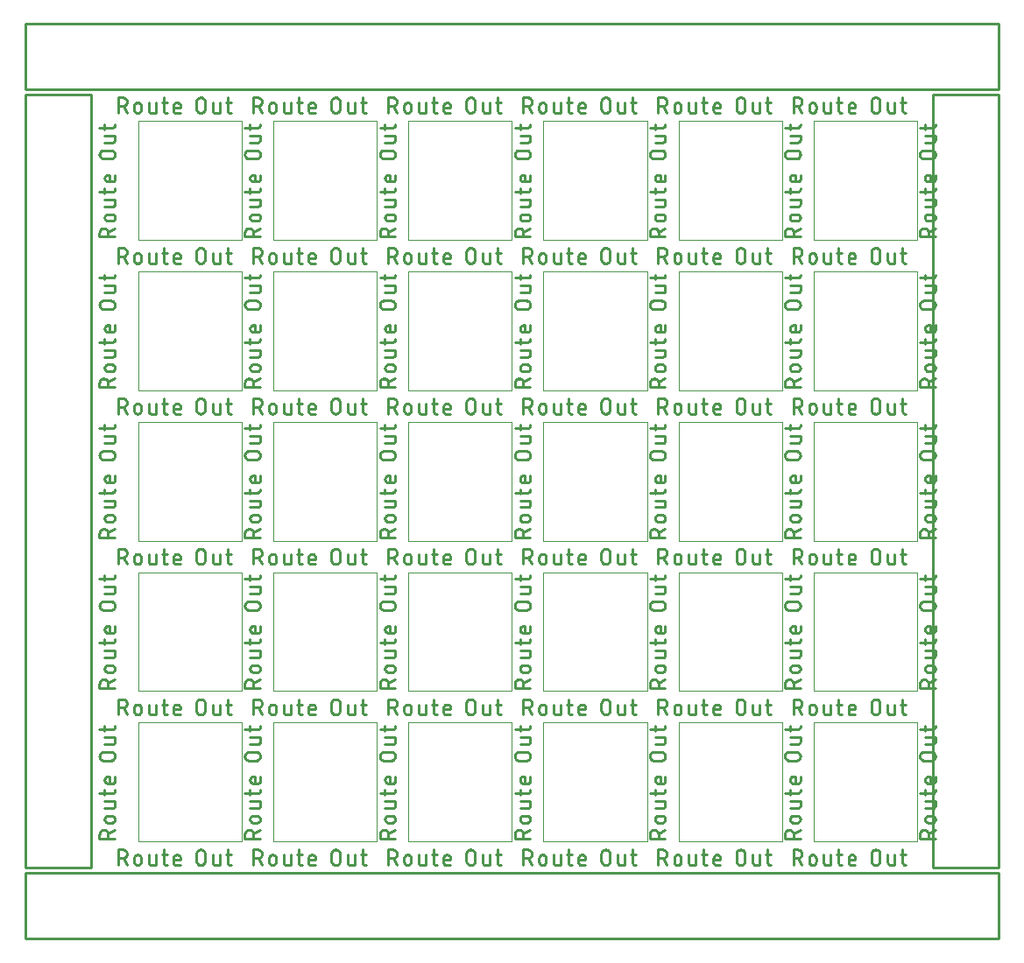
<source format=gko>
G75*
%MOIN*%
%OFA0B0*%
%FSLAX25Y25*%
%IPPOS*%
%LPD*%
%AMOC8*
5,1,8,0,0,1.08239X$1,22.5*
%
%ADD10C,0.00000*%
%ADD11C,0.01100*%
%ADD12C,0.01000*%
D10*
X0044405Y0038500D02*
X0044405Y0083776D01*
X0083776Y0083776D01*
X0083776Y0038500D01*
X0044405Y0038500D01*
X0095776Y0038500D02*
X0095776Y0083776D01*
X0135146Y0083776D01*
X0135146Y0038500D01*
X0095776Y0038500D01*
X0147146Y0038500D02*
X0147146Y0083776D01*
X0186516Y0083776D01*
X0186516Y0038500D01*
X0147146Y0038500D01*
X0198516Y0038500D02*
X0198516Y0083776D01*
X0237886Y0083776D01*
X0237886Y0038500D01*
X0198516Y0038500D01*
X0249886Y0038500D02*
X0249886Y0083776D01*
X0289256Y0083776D01*
X0289256Y0038500D01*
X0249886Y0038500D01*
X0301256Y0038500D02*
X0301256Y0083776D01*
X0340626Y0083776D01*
X0340626Y0038500D01*
X0301256Y0038500D01*
X0301256Y0095776D02*
X0301256Y0141051D01*
X0340626Y0141051D01*
X0340626Y0095776D01*
X0301256Y0095776D01*
X0289256Y0095776D02*
X0289256Y0141051D01*
X0249886Y0141051D01*
X0249886Y0095776D01*
X0289256Y0095776D01*
X0237886Y0095776D02*
X0237886Y0141051D01*
X0198516Y0141051D01*
X0198516Y0095776D01*
X0237886Y0095776D01*
X0186516Y0095776D02*
X0186516Y0141051D01*
X0147146Y0141051D01*
X0147146Y0095776D01*
X0186516Y0095776D01*
X0135146Y0095776D02*
X0135146Y0141051D01*
X0095776Y0141051D01*
X0095776Y0095776D01*
X0135146Y0095776D01*
X0083776Y0095776D02*
X0083776Y0141051D01*
X0044405Y0141051D01*
X0044405Y0095776D01*
X0083776Y0095776D01*
X0083776Y0153051D02*
X0044405Y0153051D01*
X0044405Y0198327D01*
X0083776Y0198327D01*
X0083776Y0153051D01*
X0095776Y0153051D02*
X0095776Y0198327D01*
X0135146Y0198327D01*
X0135146Y0153051D01*
X0095776Y0153051D01*
X0147146Y0153051D02*
X0147146Y0198327D01*
X0186516Y0198327D01*
X0186516Y0153051D01*
X0147146Y0153051D01*
X0198516Y0153051D02*
X0198516Y0198327D01*
X0237886Y0198327D01*
X0237886Y0153051D01*
X0198516Y0153051D01*
X0249886Y0153051D02*
X0249886Y0198327D01*
X0289256Y0198327D01*
X0289256Y0153051D01*
X0249886Y0153051D01*
X0301256Y0153051D02*
X0301256Y0198327D01*
X0340626Y0198327D01*
X0340626Y0153051D01*
X0301256Y0153051D01*
X0301256Y0210327D02*
X0301256Y0255602D01*
X0340626Y0255602D01*
X0340626Y0210327D01*
X0301256Y0210327D01*
X0289256Y0210327D02*
X0289256Y0255602D01*
X0249886Y0255602D01*
X0249886Y0210327D01*
X0289256Y0210327D01*
X0237886Y0210327D02*
X0237886Y0255602D01*
X0198516Y0255602D01*
X0198516Y0210327D01*
X0237886Y0210327D01*
X0186516Y0210327D02*
X0186516Y0255602D01*
X0147146Y0255602D01*
X0147146Y0210327D01*
X0186516Y0210327D01*
X0135146Y0210327D02*
X0135146Y0255602D01*
X0095776Y0255602D01*
X0095776Y0210327D01*
X0135146Y0210327D01*
X0083776Y0210327D02*
X0083776Y0255602D01*
X0044405Y0255602D01*
X0044405Y0210327D01*
X0083776Y0210327D01*
X0083776Y0267602D02*
X0044405Y0267602D01*
X0044405Y0312878D01*
X0083776Y0312878D01*
X0083776Y0267602D01*
X0095776Y0267602D02*
X0095776Y0312878D01*
X0135146Y0312878D01*
X0135146Y0267602D01*
X0095776Y0267602D01*
X0147146Y0267602D02*
X0147146Y0312878D01*
X0186516Y0312878D01*
X0186516Y0267602D01*
X0147146Y0267602D01*
X0198516Y0267602D02*
X0198516Y0312878D01*
X0237886Y0312878D01*
X0237886Y0267602D01*
X0198516Y0267602D01*
X0249886Y0267602D02*
X0249886Y0312878D01*
X0289256Y0312878D01*
X0289256Y0267602D01*
X0249886Y0267602D01*
X0301256Y0267602D02*
X0301256Y0312878D01*
X0340626Y0312878D01*
X0340626Y0267602D01*
X0301256Y0267602D01*
D11*
X0296237Y0268785D02*
X0290337Y0268785D01*
X0290337Y0270424D01*
X0290339Y0270503D01*
X0290345Y0270582D01*
X0290354Y0270661D01*
X0290368Y0270739D01*
X0290385Y0270816D01*
X0290405Y0270893D01*
X0290430Y0270968D01*
X0290458Y0271042D01*
X0290490Y0271115D01*
X0290525Y0271186D01*
X0290563Y0271255D01*
X0290605Y0271322D01*
X0290650Y0271387D01*
X0290698Y0271450D01*
X0290749Y0271511D01*
X0290803Y0271569D01*
X0290860Y0271624D01*
X0290919Y0271677D01*
X0290981Y0271726D01*
X0291045Y0271773D01*
X0291111Y0271816D01*
X0291179Y0271856D01*
X0291250Y0271893D01*
X0291321Y0271927D01*
X0291395Y0271956D01*
X0291470Y0271983D01*
X0291545Y0272005D01*
X0291622Y0272024D01*
X0291700Y0272040D01*
X0291778Y0272051D01*
X0291857Y0272059D01*
X0291936Y0272063D01*
X0292016Y0272063D01*
X0292095Y0272059D01*
X0292174Y0272051D01*
X0292252Y0272040D01*
X0292330Y0272024D01*
X0292407Y0272005D01*
X0292482Y0271983D01*
X0292557Y0271956D01*
X0292631Y0271927D01*
X0292702Y0271893D01*
X0292773Y0271856D01*
X0292841Y0271816D01*
X0292907Y0271773D01*
X0292971Y0271726D01*
X0293033Y0271677D01*
X0293092Y0271624D01*
X0293149Y0271569D01*
X0293203Y0271511D01*
X0293254Y0271450D01*
X0293302Y0271387D01*
X0293347Y0271322D01*
X0293389Y0271255D01*
X0293427Y0271186D01*
X0293462Y0271115D01*
X0293494Y0271042D01*
X0293522Y0270968D01*
X0293547Y0270893D01*
X0293567Y0270816D01*
X0293584Y0270739D01*
X0293598Y0270661D01*
X0293607Y0270582D01*
X0293613Y0270503D01*
X0293615Y0270424D01*
X0293615Y0268785D01*
X0293615Y0270752D02*
X0296237Y0272063D01*
X0294926Y0274802D02*
X0293615Y0274802D01*
X0293544Y0274804D01*
X0293473Y0274810D01*
X0293403Y0274819D01*
X0293333Y0274833D01*
X0293264Y0274850D01*
X0293196Y0274871D01*
X0293130Y0274895D01*
X0293065Y0274923D01*
X0293001Y0274955D01*
X0292939Y0274990D01*
X0292879Y0275028D01*
X0292822Y0275069D01*
X0292766Y0275114D01*
X0292713Y0275161D01*
X0292663Y0275211D01*
X0292616Y0275264D01*
X0292571Y0275320D01*
X0292530Y0275377D01*
X0292492Y0275437D01*
X0292457Y0275499D01*
X0292425Y0275563D01*
X0292397Y0275628D01*
X0292373Y0275694D01*
X0292352Y0275762D01*
X0292335Y0275831D01*
X0292321Y0275901D01*
X0292312Y0275971D01*
X0292306Y0276042D01*
X0292304Y0276113D01*
X0292306Y0276184D01*
X0292312Y0276255D01*
X0292321Y0276325D01*
X0292335Y0276395D01*
X0292352Y0276464D01*
X0292373Y0276532D01*
X0292397Y0276598D01*
X0292425Y0276663D01*
X0292457Y0276727D01*
X0292492Y0276789D01*
X0292530Y0276849D01*
X0292571Y0276906D01*
X0292616Y0276962D01*
X0292663Y0277015D01*
X0292713Y0277065D01*
X0292766Y0277112D01*
X0292822Y0277157D01*
X0292879Y0277198D01*
X0292939Y0277236D01*
X0293001Y0277271D01*
X0293065Y0277303D01*
X0293130Y0277331D01*
X0293196Y0277355D01*
X0293264Y0277376D01*
X0293333Y0277393D01*
X0293403Y0277407D01*
X0293473Y0277416D01*
X0293544Y0277422D01*
X0293615Y0277424D01*
X0294926Y0277424D01*
X0294997Y0277422D01*
X0295068Y0277416D01*
X0295138Y0277407D01*
X0295208Y0277393D01*
X0295277Y0277376D01*
X0295345Y0277355D01*
X0295411Y0277331D01*
X0295476Y0277303D01*
X0295540Y0277271D01*
X0295602Y0277236D01*
X0295662Y0277198D01*
X0295719Y0277157D01*
X0295775Y0277112D01*
X0295828Y0277065D01*
X0295878Y0277015D01*
X0295925Y0276962D01*
X0295970Y0276906D01*
X0296011Y0276849D01*
X0296049Y0276789D01*
X0296084Y0276727D01*
X0296116Y0276663D01*
X0296144Y0276598D01*
X0296168Y0276532D01*
X0296189Y0276464D01*
X0296206Y0276395D01*
X0296220Y0276325D01*
X0296229Y0276255D01*
X0296235Y0276184D01*
X0296237Y0276113D01*
X0296235Y0276042D01*
X0296229Y0275971D01*
X0296220Y0275901D01*
X0296206Y0275831D01*
X0296189Y0275762D01*
X0296168Y0275694D01*
X0296144Y0275628D01*
X0296116Y0275563D01*
X0296084Y0275499D01*
X0296049Y0275437D01*
X0296011Y0275377D01*
X0295970Y0275320D01*
X0295925Y0275264D01*
X0295878Y0275211D01*
X0295828Y0275161D01*
X0295775Y0275114D01*
X0295719Y0275069D01*
X0295662Y0275028D01*
X0295602Y0274990D01*
X0295540Y0274955D01*
X0295476Y0274923D01*
X0295411Y0274895D01*
X0295345Y0274871D01*
X0295277Y0274850D01*
X0295208Y0274833D01*
X0295138Y0274819D01*
X0295068Y0274810D01*
X0294997Y0274804D01*
X0294926Y0274802D01*
X0295254Y0280341D02*
X0292304Y0280341D01*
X0292304Y0282963D02*
X0296237Y0282963D01*
X0296237Y0281324D01*
X0296235Y0281262D01*
X0296229Y0281201D01*
X0296220Y0281140D01*
X0296206Y0281080D01*
X0296189Y0281020D01*
X0296168Y0280962D01*
X0296143Y0280905D01*
X0296115Y0280850D01*
X0296084Y0280797D01*
X0296049Y0280746D01*
X0296011Y0280697D01*
X0295971Y0280651D01*
X0295927Y0280607D01*
X0295881Y0280567D01*
X0295832Y0280529D01*
X0295781Y0280494D01*
X0295728Y0280463D01*
X0295673Y0280435D01*
X0295616Y0280410D01*
X0295558Y0280389D01*
X0295498Y0280372D01*
X0295438Y0280358D01*
X0295377Y0280349D01*
X0295316Y0280343D01*
X0295254Y0280341D01*
X0295254Y0285973D02*
X0290337Y0285973D01*
X0292304Y0285318D02*
X0292304Y0287284D01*
X0293615Y0289777D02*
X0295254Y0289777D01*
X0294271Y0289777D02*
X0294271Y0292399D01*
X0293615Y0292399D01*
X0293544Y0292397D01*
X0293473Y0292391D01*
X0293403Y0292382D01*
X0293333Y0292368D01*
X0293264Y0292351D01*
X0293196Y0292330D01*
X0293130Y0292306D01*
X0293065Y0292278D01*
X0293001Y0292246D01*
X0292939Y0292211D01*
X0292879Y0292173D01*
X0292822Y0292132D01*
X0292766Y0292087D01*
X0292713Y0292040D01*
X0292663Y0291990D01*
X0292616Y0291937D01*
X0292571Y0291881D01*
X0292530Y0291824D01*
X0292492Y0291764D01*
X0292457Y0291702D01*
X0292425Y0291638D01*
X0292397Y0291573D01*
X0292373Y0291507D01*
X0292352Y0291439D01*
X0292335Y0291370D01*
X0292321Y0291300D01*
X0292312Y0291230D01*
X0292306Y0291159D01*
X0292304Y0291088D01*
X0292306Y0291017D01*
X0292312Y0290946D01*
X0292321Y0290876D01*
X0292335Y0290806D01*
X0292352Y0290737D01*
X0292373Y0290669D01*
X0292397Y0290603D01*
X0292425Y0290538D01*
X0292457Y0290474D01*
X0292492Y0290412D01*
X0292530Y0290352D01*
X0292571Y0290295D01*
X0292616Y0290239D01*
X0292663Y0290186D01*
X0292713Y0290136D01*
X0292766Y0290089D01*
X0292822Y0290044D01*
X0292879Y0290003D01*
X0292939Y0289965D01*
X0293001Y0289930D01*
X0293065Y0289898D01*
X0293130Y0289870D01*
X0293196Y0289846D01*
X0293264Y0289825D01*
X0293333Y0289808D01*
X0293403Y0289794D01*
X0293473Y0289785D01*
X0293544Y0289779D01*
X0293615Y0289777D01*
X0295254Y0289777D02*
X0295316Y0289779D01*
X0295377Y0289785D01*
X0295438Y0289794D01*
X0295498Y0289808D01*
X0295558Y0289825D01*
X0295616Y0289846D01*
X0295673Y0289871D01*
X0295728Y0289899D01*
X0295781Y0289930D01*
X0295832Y0289965D01*
X0295881Y0290003D01*
X0295927Y0290043D01*
X0295971Y0290087D01*
X0296011Y0290133D01*
X0296049Y0290182D01*
X0296084Y0290233D01*
X0296115Y0290286D01*
X0296143Y0290341D01*
X0296168Y0290398D01*
X0296189Y0290456D01*
X0296206Y0290516D01*
X0296220Y0290576D01*
X0296229Y0290637D01*
X0296235Y0290698D01*
X0296237Y0290760D01*
X0296237Y0292399D01*
X0294599Y0298475D02*
X0291976Y0298475D01*
X0291897Y0298477D01*
X0291818Y0298483D01*
X0291739Y0298492D01*
X0291661Y0298506D01*
X0291584Y0298523D01*
X0291507Y0298543D01*
X0291432Y0298568D01*
X0291358Y0298596D01*
X0291285Y0298628D01*
X0291214Y0298663D01*
X0291145Y0298701D01*
X0291078Y0298743D01*
X0291013Y0298788D01*
X0290950Y0298836D01*
X0290889Y0298887D01*
X0290831Y0298941D01*
X0290776Y0298998D01*
X0290723Y0299057D01*
X0290674Y0299119D01*
X0290627Y0299183D01*
X0290584Y0299249D01*
X0290544Y0299317D01*
X0290507Y0299388D01*
X0290473Y0299459D01*
X0290444Y0299533D01*
X0290417Y0299608D01*
X0290395Y0299683D01*
X0290376Y0299760D01*
X0290360Y0299838D01*
X0290349Y0299916D01*
X0290341Y0299995D01*
X0290337Y0300074D01*
X0290337Y0300154D01*
X0290341Y0300233D01*
X0290349Y0300312D01*
X0290360Y0300390D01*
X0290376Y0300468D01*
X0290395Y0300545D01*
X0290417Y0300620D01*
X0290444Y0300695D01*
X0290473Y0300769D01*
X0290507Y0300840D01*
X0290544Y0300911D01*
X0290584Y0300979D01*
X0290627Y0301045D01*
X0290674Y0301109D01*
X0290723Y0301171D01*
X0290776Y0301230D01*
X0290831Y0301287D01*
X0290889Y0301341D01*
X0290950Y0301392D01*
X0291013Y0301440D01*
X0291078Y0301485D01*
X0291145Y0301527D01*
X0291214Y0301565D01*
X0291285Y0301600D01*
X0291358Y0301632D01*
X0291432Y0301660D01*
X0291507Y0301685D01*
X0291584Y0301705D01*
X0291661Y0301722D01*
X0291739Y0301736D01*
X0291818Y0301745D01*
X0291897Y0301751D01*
X0291976Y0301753D01*
X0294599Y0301753D01*
X0294678Y0301751D01*
X0294757Y0301745D01*
X0294836Y0301736D01*
X0294914Y0301722D01*
X0294991Y0301705D01*
X0295068Y0301685D01*
X0295143Y0301660D01*
X0295217Y0301632D01*
X0295290Y0301600D01*
X0295361Y0301565D01*
X0295430Y0301527D01*
X0295497Y0301485D01*
X0295562Y0301440D01*
X0295625Y0301392D01*
X0295686Y0301341D01*
X0295744Y0301287D01*
X0295799Y0301230D01*
X0295852Y0301171D01*
X0295901Y0301109D01*
X0295948Y0301045D01*
X0295991Y0300979D01*
X0296031Y0300911D01*
X0296068Y0300840D01*
X0296102Y0300769D01*
X0296131Y0300695D01*
X0296158Y0300620D01*
X0296180Y0300545D01*
X0296199Y0300468D01*
X0296215Y0300390D01*
X0296226Y0300312D01*
X0296234Y0300233D01*
X0296238Y0300154D01*
X0296238Y0300074D01*
X0296234Y0299995D01*
X0296226Y0299916D01*
X0296215Y0299838D01*
X0296199Y0299760D01*
X0296180Y0299683D01*
X0296158Y0299608D01*
X0296131Y0299533D01*
X0296102Y0299459D01*
X0296068Y0299388D01*
X0296031Y0299317D01*
X0295991Y0299249D01*
X0295948Y0299183D01*
X0295901Y0299119D01*
X0295852Y0299057D01*
X0295799Y0298998D01*
X0295744Y0298941D01*
X0295686Y0298887D01*
X0295625Y0298836D01*
X0295562Y0298788D01*
X0295497Y0298743D01*
X0295430Y0298701D01*
X0295361Y0298663D01*
X0295290Y0298628D01*
X0295217Y0298596D01*
X0295143Y0298568D01*
X0295068Y0298543D01*
X0294991Y0298523D01*
X0294914Y0298506D01*
X0294836Y0298492D01*
X0294757Y0298483D01*
X0294678Y0298477D01*
X0294599Y0298475D01*
X0295254Y0304752D02*
X0292304Y0304752D01*
X0292304Y0307374D02*
X0296237Y0307374D01*
X0296237Y0305735D01*
X0296235Y0305673D01*
X0296229Y0305612D01*
X0296220Y0305551D01*
X0296206Y0305491D01*
X0296189Y0305431D01*
X0296168Y0305373D01*
X0296143Y0305316D01*
X0296115Y0305261D01*
X0296084Y0305208D01*
X0296049Y0305157D01*
X0296011Y0305108D01*
X0295971Y0305062D01*
X0295927Y0305018D01*
X0295881Y0304978D01*
X0295832Y0304940D01*
X0295781Y0304905D01*
X0295728Y0304874D01*
X0295673Y0304846D01*
X0295616Y0304821D01*
X0295558Y0304800D01*
X0295498Y0304783D01*
X0295438Y0304769D01*
X0295377Y0304760D01*
X0295316Y0304754D01*
X0295254Y0304752D01*
X0295254Y0310384D02*
X0290337Y0310384D01*
X0292304Y0309729D02*
X0292304Y0311695D01*
X0295254Y0310385D02*
X0295316Y0310387D01*
X0295377Y0310393D01*
X0295438Y0310402D01*
X0295498Y0310416D01*
X0295558Y0310433D01*
X0295616Y0310454D01*
X0295673Y0310479D01*
X0295728Y0310507D01*
X0295781Y0310538D01*
X0295832Y0310573D01*
X0295881Y0310611D01*
X0295927Y0310651D01*
X0295971Y0310695D01*
X0296011Y0310741D01*
X0296049Y0310790D01*
X0296084Y0310841D01*
X0296115Y0310894D01*
X0296143Y0310949D01*
X0296168Y0311006D01*
X0296189Y0311064D01*
X0296206Y0311124D01*
X0296220Y0311184D01*
X0296229Y0311245D01*
X0296235Y0311306D01*
X0296237Y0311368D01*
X0296237Y0311695D01*
X0296858Y0315928D02*
X0295547Y0318550D01*
X0295219Y0318550D02*
X0293580Y0318550D01*
X0295219Y0318550D02*
X0295298Y0318552D01*
X0295377Y0318558D01*
X0295456Y0318567D01*
X0295534Y0318581D01*
X0295611Y0318598D01*
X0295688Y0318618D01*
X0295763Y0318643D01*
X0295837Y0318671D01*
X0295910Y0318703D01*
X0295981Y0318738D01*
X0296050Y0318776D01*
X0296117Y0318818D01*
X0296182Y0318863D01*
X0296245Y0318911D01*
X0296306Y0318962D01*
X0296364Y0319016D01*
X0296419Y0319073D01*
X0296472Y0319132D01*
X0296521Y0319194D01*
X0296568Y0319258D01*
X0296611Y0319324D01*
X0296651Y0319392D01*
X0296688Y0319463D01*
X0296722Y0319534D01*
X0296751Y0319608D01*
X0296778Y0319683D01*
X0296800Y0319758D01*
X0296819Y0319835D01*
X0296835Y0319913D01*
X0296846Y0319991D01*
X0296854Y0320070D01*
X0296858Y0320149D01*
X0296858Y0320229D01*
X0296854Y0320308D01*
X0296846Y0320387D01*
X0296835Y0320465D01*
X0296819Y0320543D01*
X0296800Y0320620D01*
X0296778Y0320695D01*
X0296751Y0320770D01*
X0296722Y0320844D01*
X0296688Y0320915D01*
X0296651Y0320986D01*
X0296611Y0321054D01*
X0296568Y0321120D01*
X0296521Y0321184D01*
X0296472Y0321246D01*
X0296419Y0321305D01*
X0296364Y0321362D01*
X0296306Y0321416D01*
X0296245Y0321467D01*
X0296182Y0321515D01*
X0296117Y0321560D01*
X0296050Y0321602D01*
X0295981Y0321640D01*
X0295910Y0321675D01*
X0295837Y0321707D01*
X0295763Y0321735D01*
X0295688Y0321760D01*
X0295611Y0321780D01*
X0295534Y0321797D01*
X0295456Y0321811D01*
X0295377Y0321820D01*
X0295298Y0321826D01*
X0295219Y0321828D01*
X0293580Y0321828D01*
X0293580Y0315928D01*
X0299597Y0317239D02*
X0299597Y0318550D01*
X0299598Y0318550D02*
X0299600Y0318621D01*
X0299606Y0318692D01*
X0299615Y0318762D01*
X0299629Y0318832D01*
X0299646Y0318901D01*
X0299667Y0318969D01*
X0299691Y0319035D01*
X0299719Y0319100D01*
X0299751Y0319164D01*
X0299786Y0319226D01*
X0299824Y0319286D01*
X0299865Y0319343D01*
X0299910Y0319399D01*
X0299957Y0319452D01*
X0300007Y0319502D01*
X0300060Y0319549D01*
X0300116Y0319594D01*
X0300173Y0319635D01*
X0300233Y0319673D01*
X0300295Y0319708D01*
X0300359Y0319740D01*
X0300424Y0319768D01*
X0300490Y0319792D01*
X0300558Y0319813D01*
X0300627Y0319830D01*
X0300697Y0319844D01*
X0300767Y0319853D01*
X0300838Y0319859D01*
X0300909Y0319861D01*
X0300980Y0319859D01*
X0301051Y0319853D01*
X0301121Y0319844D01*
X0301191Y0319830D01*
X0301260Y0319813D01*
X0301328Y0319792D01*
X0301394Y0319768D01*
X0301459Y0319740D01*
X0301523Y0319708D01*
X0301585Y0319673D01*
X0301645Y0319635D01*
X0301702Y0319594D01*
X0301758Y0319549D01*
X0301811Y0319502D01*
X0301861Y0319452D01*
X0301908Y0319399D01*
X0301953Y0319343D01*
X0301994Y0319286D01*
X0302032Y0319226D01*
X0302067Y0319164D01*
X0302099Y0319100D01*
X0302127Y0319035D01*
X0302151Y0318969D01*
X0302172Y0318901D01*
X0302189Y0318832D01*
X0302203Y0318762D01*
X0302212Y0318692D01*
X0302218Y0318621D01*
X0302220Y0318550D01*
X0302220Y0317239D01*
X0302218Y0317168D01*
X0302212Y0317097D01*
X0302203Y0317027D01*
X0302189Y0316957D01*
X0302172Y0316888D01*
X0302151Y0316820D01*
X0302127Y0316754D01*
X0302099Y0316689D01*
X0302067Y0316625D01*
X0302032Y0316563D01*
X0301994Y0316503D01*
X0301953Y0316446D01*
X0301908Y0316390D01*
X0301861Y0316337D01*
X0301811Y0316287D01*
X0301758Y0316240D01*
X0301702Y0316195D01*
X0301645Y0316154D01*
X0301585Y0316116D01*
X0301523Y0316081D01*
X0301459Y0316049D01*
X0301394Y0316021D01*
X0301328Y0315997D01*
X0301260Y0315976D01*
X0301191Y0315959D01*
X0301121Y0315945D01*
X0301051Y0315936D01*
X0300980Y0315930D01*
X0300909Y0315928D01*
X0300838Y0315930D01*
X0300767Y0315936D01*
X0300697Y0315945D01*
X0300627Y0315959D01*
X0300558Y0315976D01*
X0300490Y0315997D01*
X0300424Y0316021D01*
X0300359Y0316049D01*
X0300295Y0316081D01*
X0300233Y0316116D01*
X0300173Y0316154D01*
X0300116Y0316195D01*
X0300060Y0316240D01*
X0300007Y0316287D01*
X0299957Y0316337D01*
X0299910Y0316390D01*
X0299865Y0316446D01*
X0299824Y0316503D01*
X0299786Y0316563D01*
X0299751Y0316625D01*
X0299719Y0316689D01*
X0299691Y0316754D01*
X0299667Y0316820D01*
X0299646Y0316888D01*
X0299629Y0316957D01*
X0299615Y0317027D01*
X0299606Y0317097D01*
X0299600Y0317168D01*
X0299598Y0317239D01*
X0305136Y0316911D02*
X0305136Y0319861D01*
X0307758Y0319861D02*
X0307758Y0315928D01*
X0306119Y0315928D01*
X0306057Y0315930D01*
X0305996Y0315936D01*
X0305935Y0315945D01*
X0305875Y0315959D01*
X0305815Y0315976D01*
X0305757Y0315997D01*
X0305700Y0316022D01*
X0305645Y0316050D01*
X0305592Y0316081D01*
X0305541Y0316116D01*
X0305492Y0316154D01*
X0305446Y0316194D01*
X0305402Y0316238D01*
X0305362Y0316284D01*
X0305324Y0316333D01*
X0305289Y0316384D01*
X0305258Y0316437D01*
X0305230Y0316492D01*
X0305205Y0316549D01*
X0305184Y0316607D01*
X0305167Y0316667D01*
X0305153Y0316727D01*
X0305144Y0316788D01*
X0305138Y0316849D01*
X0305136Y0316911D01*
X0310768Y0316911D02*
X0310768Y0321828D01*
X0310113Y0319861D02*
X0312080Y0319861D01*
X0314572Y0318550D02*
X0314572Y0316911D01*
X0314573Y0316911D02*
X0314575Y0316849D01*
X0314581Y0316788D01*
X0314590Y0316727D01*
X0314604Y0316667D01*
X0314621Y0316607D01*
X0314642Y0316549D01*
X0314667Y0316492D01*
X0314695Y0316437D01*
X0314726Y0316384D01*
X0314761Y0316333D01*
X0314799Y0316284D01*
X0314839Y0316238D01*
X0314883Y0316194D01*
X0314929Y0316154D01*
X0314978Y0316116D01*
X0315029Y0316081D01*
X0315082Y0316050D01*
X0315137Y0316022D01*
X0315194Y0315997D01*
X0315252Y0315976D01*
X0315312Y0315959D01*
X0315372Y0315945D01*
X0315433Y0315936D01*
X0315494Y0315930D01*
X0315556Y0315928D01*
X0317194Y0315928D01*
X0317194Y0317895D02*
X0314572Y0317895D01*
X0314572Y0318550D02*
X0314574Y0318621D01*
X0314580Y0318692D01*
X0314589Y0318762D01*
X0314603Y0318832D01*
X0314620Y0318901D01*
X0314641Y0318969D01*
X0314665Y0319035D01*
X0314693Y0319100D01*
X0314725Y0319164D01*
X0314760Y0319226D01*
X0314798Y0319286D01*
X0314839Y0319343D01*
X0314884Y0319399D01*
X0314931Y0319452D01*
X0314981Y0319502D01*
X0315034Y0319549D01*
X0315090Y0319594D01*
X0315147Y0319635D01*
X0315207Y0319673D01*
X0315269Y0319708D01*
X0315333Y0319740D01*
X0315398Y0319768D01*
X0315464Y0319792D01*
X0315532Y0319813D01*
X0315601Y0319830D01*
X0315671Y0319844D01*
X0315741Y0319853D01*
X0315812Y0319859D01*
X0315883Y0319861D01*
X0315954Y0319859D01*
X0316025Y0319853D01*
X0316095Y0319844D01*
X0316165Y0319830D01*
X0316234Y0319813D01*
X0316302Y0319792D01*
X0316368Y0319768D01*
X0316433Y0319740D01*
X0316497Y0319708D01*
X0316559Y0319673D01*
X0316619Y0319635D01*
X0316676Y0319594D01*
X0316732Y0319549D01*
X0316785Y0319502D01*
X0316835Y0319452D01*
X0316882Y0319399D01*
X0316927Y0319343D01*
X0316968Y0319286D01*
X0317006Y0319226D01*
X0317041Y0319164D01*
X0317073Y0319100D01*
X0317101Y0319035D01*
X0317125Y0318969D01*
X0317146Y0318901D01*
X0317163Y0318832D01*
X0317177Y0318762D01*
X0317186Y0318692D01*
X0317192Y0318621D01*
X0317194Y0318550D01*
X0317194Y0317895D01*
X0312080Y0315928D02*
X0311752Y0315928D01*
X0311690Y0315930D01*
X0311629Y0315936D01*
X0311568Y0315945D01*
X0311508Y0315959D01*
X0311448Y0315976D01*
X0311390Y0315997D01*
X0311333Y0316022D01*
X0311278Y0316050D01*
X0311225Y0316081D01*
X0311174Y0316116D01*
X0311125Y0316154D01*
X0311079Y0316194D01*
X0311035Y0316238D01*
X0310995Y0316284D01*
X0310957Y0316333D01*
X0310922Y0316384D01*
X0310891Y0316437D01*
X0310863Y0316492D01*
X0310838Y0316549D01*
X0310817Y0316607D01*
X0310800Y0316667D01*
X0310786Y0316727D01*
X0310777Y0316788D01*
X0310771Y0316849D01*
X0310769Y0316911D01*
X0323270Y0317567D02*
X0323270Y0320189D01*
X0323272Y0320268D01*
X0323278Y0320347D01*
X0323287Y0320426D01*
X0323301Y0320504D01*
X0323318Y0320581D01*
X0323338Y0320658D01*
X0323363Y0320733D01*
X0323391Y0320807D01*
X0323423Y0320880D01*
X0323458Y0320951D01*
X0323496Y0321020D01*
X0323538Y0321087D01*
X0323583Y0321152D01*
X0323631Y0321215D01*
X0323682Y0321276D01*
X0323736Y0321334D01*
X0323793Y0321389D01*
X0323852Y0321442D01*
X0323914Y0321491D01*
X0323978Y0321538D01*
X0324044Y0321581D01*
X0324112Y0321621D01*
X0324183Y0321658D01*
X0324254Y0321692D01*
X0324328Y0321721D01*
X0324403Y0321748D01*
X0324478Y0321770D01*
X0324555Y0321789D01*
X0324633Y0321805D01*
X0324711Y0321816D01*
X0324790Y0321824D01*
X0324869Y0321828D01*
X0324949Y0321828D01*
X0325028Y0321824D01*
X0325107Y0321816D01*
X0325185Y0321805D01*
X0325263Y0321789D01*
X0325340Y0321770D01*
X0325415Y0321748D01*
X0325490Y0321721D01*
X0325564Y0321692D01*
X0325635Y0321658D01*
X0325706Y0321621D01*
X0325774Y0321581D01*
X0325840Y0321538D01*
X0325904Y0321491D01*
X0325966Y0321442D01*
X0326025Y0321389D01*
X0326082Y0321334D01*
X0326136Y0321276D01*
X0326187Y0321215D01*
X0326235Y0321152D01*
X0326280Y0321087D01*
X0326322Y0321020D01*
X0326360Y0320951D01*
X0326395Y0320880D01*
X0326427Y0320807D01*
X0326455Y0320733D01*
X0326480Y0320658D01*
X0326500Y0320581D01*
X0326517Y0320504D01*
X0326531Y0320426D01*
X0326540Y0320347D01*
X0326546Y0320268D01*
X0326548Y0320189D01*
X0326548Y0317567D01*
X0326546Y0317488D01*
X0326540Y0317409D01*
X0326531Y0317330D01*
X0326517Y0317252D01*
X0326500Y0317175D01*
X0326480Y0317098D01*
X0326455Y0317023D01*
X0326427Y0316949D01*
X0326395Y0316876D01*
X0326360Y0316805D01*
X0326322Y0316736D01*
X0326280Y0316669D01*
X0326235Y0316604D01*
X0326187Y0316541D01*
X0326136Y0316480D01*
X0326082Y0316422D01*
X0326025Y0316367D01*
X0325966Y0316314D01*
X0325904Y0316265D01*
X0325840Y0316218D01*
X0325774Y0316175D01*
X0325706Y0316135D01*
X0325635Y0316098D01*
X0325564Y0316064D01*
X0325490Y0316035D01*
X0325415Y0316008D01*
X0325340Y0315986D01*
X0325263Y0315967D01*
X0325185Y0315951D01*
X0325107Y0315940D01*
X0325028Y0315932D01*
X0324949Y0315928D01*
X0324869Y0315928D01*
X0324790Y0315932D01*
X0324711Y0315940D01*
X0324633Y0315951D01*
X0324555Y0315967D01*
X0324478Y0315986D01*
X0324403Y0316008D01*
X0324328Y0316035D01*
X0324254Y0316064D01*
X0324183Y0316098D01*
X0324112Y0316135D01*
X0324044Y0316175D01*
X0323978Y0316218D01*
X0323914Y0316265D01*
X0323852Y0316314D01*
X0323793Y0316367D01*
X0323736Y0316422D01*
X0323682Y0316480D01*
X0323631Y0316541D01*
X0323583Y0316604D01*
X0323538Y0316669D01*
X0323496Y0316736D01*
X0323458Y0316805D01*
X0323423Y0316876D01*
X0323391Y0316949D01*
X0323363Y0317023D01*
X0323338Y0317098D01*
X0323318Y0317175D01*
X0323301Y0317252D01*
X0323287Y0317330D01*
X0323278Y0317409D01*
X0323272Y0317488D01*
X0323270Y0317567D01*
X0329547Y0316911D02*
X0329547Y0319861D01*
X0332169Y0319861D02*
X0332169Y0315928D01*
X0330530Y0315928D01*
X0330468Y0315930D01*
X0330407Y0315936D01*
X0330346Y0315945D01*
X0330286Y0315959D01*
X0330226Y0315976D01*
X0330168Y0315997D01*
X0330111Y0316022D01*
X0330056Y0316050D01*
X0330003Y0316081D01*
X0329952Y0316116D01*
X0329903Y0316154D01*
X0329857Y0316194D01*
X0329813Y0316238D01*
X0329773Y0316284D01*
X0329735Y0316333D01*
X0329700Y0316384D01*
X0329669Y0316437D01*
X0329641Y0316492D01*
X0329616Y0316549D01*
X0329595Y0316607D01*
X0329578Y0316667D01*
X0329564Y0316727D01*
X0329555Y0316788D01*
X0329549Y0316849D01*
X0329547Y0316911D01*
X0335179Y0316911D02*
X0335179Y0321828D01*
X0334524Y0319861D02*
X0336491Y0319861D01*
X0335180Y0316911D02*
X0335182Y0316849D01*
X0335188Y0316788D01*
X0335197Y0316727D01*
X0335211Y0316667D01*
X0335228Y0316607D01*
X0335249Y0316549D01*
X0335274Y0316492D01*
X0335302Y0316437D01*
X0335333Y0316384D01*
X0335368Y0316333D01*
X0335406Y0316284D01*
X0335446Y0316238D01*
X0335490Y0316194D01*
X0335536Y0316154D01*
X0335585Y0316116D01*
X0335636Y0316081D01*
X0335689Y0316050D01*
X0335744Y0316022D01*
X0335801Y0315997D01*
X0335859Y0315976D01*
X0335919Y0315959D01*
X0335979Y0315945D01*
X0336040Y0315936D01*
X0336101Y0315930D01*
X0336163Y0315928D01*
X0336491Y0315928D01*
X0341708Y0310384D02*
X0346624Y0310384D01*
X0346624Y0310385D02*
X0346686Y0310387D01*
X0346747Y0310393D01*
X0346808Y0310402D01*
X0346868Y0310416D01*
X0346928Y0310433D01*
X0346986Y0310454D01*
X0347043Y0310479D01*
X0347098Y0310507D01*
X0347151Y0310538D01*
X0347202Y0310573D01*
X0347251Y0310611D01*
X0347297Y0310651D01*
X0347341Y0310695D01*
X0347381Y0310741D01*
X0347419Y0310790D01*
X0347454Y0310841D01*
X0347485Y0310894D01*
X0347513Y0310949D01*
X0347538Y0311006D01*
X0347559Y0311064D01*
X0347576Y0311124D01*
X0347590Y0311184D01*
X0347599Y0311245D01*
X0347605Y0311306D01*
X0347607Y0311368D01*
X0347608Y0311368D02*
X0347608Y0311695D01*
X0343674Y0311695D02*
X0343674Y0309729D01*
X0343674Y0307374D02*
X0347608Y0307374D01*
X0347608Y0305735D01*
X0347607Y0305735D02*
X0347605Y0305673D01*
X0347599Y0305612D01*
X0347590Y0305551D01*
X0347576Y0305491D01*
X0347559Y0305431D01*
X0347538Y0305373D01*
X0347513Y0305316D01*
X0347485Y0305261D01*
X0347454Y0305208D01*
X0347419Y0305157D01*
X0347381Y0305108D01*
X0347341Y0305062D01*
X0347297Y0305018D01*
X0347251Y0304978D01*
X0347202Y0304940D01*
X0347151Y0304905D01*
X0347098Y0304874D01*
X0347043Y0304846D01*
X0346986Y0304821D01*
X0346928Y0304800D01*
X0346868Y0304783D01*
X0346808Y0304769D01*
X0346747Y0304760D01*
X0346686Y0304754D01*
X0346624Y0304752D01*
X0343674Y0304752D01*
X0343346Y0301753D02*
X0345969Y0301753D01*
X0346048Y0301751D01*
X0346127Y0301745D01*
X0346206Y0301736D01*
X0346284Y0301722D01*
X0346361Y0301705D01*
X0346438Y0301685D01*
X0346513Y0301660D01*
X0346587Y0301632D01*
X0346660Y0301600D01*
X0346731Y0301565D01*
X0346800Y0301527D01*
X0346867Y0301485D01*
X0346932Y0301440D01*
X0346995Y0301392D01*
X0347056Y0301341D01*
X0347114Y0301287D01*
X0347169Y0301230D01*
X0347222Y0301171D01*
X0347271Y0301109D01*
X0347318Y0301045D01*
X0347361Y0300979D01*
X0347401Y0300911D01*
X0347438Y0300840D01*
X0347472Y0300769D01*
X0347501Y0300695D01*
X0347528Y0300620D01*
X0347550Y0300545D01*
X0347569Y0300468D01*
X0347585Y0300390D01*
X0347596Y0300312D01*
X0347604Y0300233D01*
X0347608Y0300154D01*
X0347608Y0300074D01*
X0347604Y0299995D01*
X0347596Y0299916D01*
X0347585Y0299838D01*
X0347569Y0299760D01*
X0347550Y0299683D01*
X0347528Y0299608D01*
X0347501Y0299533D01*
X0347472Y0299459D01*
X0347438Y0299388D01*
X0347401Y0299317D01*
X0347361Y0299249D01*
X0347318Y0299183D01*
X0347271Y0299119D01*
X0347222Y0299057D01*
X0347169Y0298998D01*
X0347114Y0298941D01*
X0347056Y0298887D01*
X0346995Y0298836D01*
X0346932Y0298788D01*
X0346867Y0298743D01*
X0346800Y0298701D01*
X0346731Y0298663D01*
X0346660Y0298628D01*
X0346587Y0298596D01*
X0346513Y0298568D01*
X0346438Y0298543D01*
X0346361Y0298523D01*
X0346284Y0298506D01*
X0346206Y0298492D01*
X0346127Y0298483D01*
X0346048Y0298477D01*
X0345969Y0298475D01*
X0343346Y0298475D01*
X0343267Y0298477D01*
X0343188Y0298483D01*
X0343109Y0298492D01*
X0343031Y0298506D01*
X0342954Y0298523D01*
X0342877Y0298543D01*
X0342802Y0298568D01*
X0342728Y0298596D01*
X0342655Y0298628D01*
X0342584Y0298663D01*
X0342515Y0298701D01*
X0342448Y0298743D01*
X0342383Y0298788D01*
X0342320Y0298836D01*
X0342259Y0298887D01*
X0342201Y0298941D01*
X0342146Y0298998D01*
X0342093Y0299057D01*
X0342044Y0299119D01*
X0341997Y0299183D01*
X0341954Y0299249D01*
X0341914Y0299317D01*
X0341877Y0299388D01*
X0341843Y0299459D01*
X0341814Y0299533D01*
X0341787Y0299608D01*
X0341765Y0299683D01*
X0341746Y0299760D01*
X0341730Y0299838D01*
X0341719Y0299916D01*
X0341711Y0299995D01*
X0341707Y0300074D01*
X0341707Y0300154D01*
X0341711Y0300233D01*
X0341719Y0300312D01*
X0341730Y0300390D01*
X0341746Y0300468D01*
X0341765Y0300545D01*
X0341787Y0300620D01*
X0341814Y0300695D01*
X0341843Y0300769D01*
X0341877Y0300840D01*
X0341914Y0300911D01*
X0341954Y0300979D01*
X0341997Y0301045D01*
X0342044Y0301109D01*
X0342093Y0301171D01*
X0342146Y0301230D01*
X0342201Y0301287D01*
X0342259Y0301341D01*
X0342320Y0301392D01*
X0342383Y0301440D01*
X0342448Y0301485D01*
X0342515Y0301527D01*
X0342584Y0301565D01*
X0342655Y0301600D01*
X0342728Y0301632D01*
X0342802Y0301660D01*
X0342877Y0301685D01*
X0342954Y0301705D01*
X0343031Y0301722D01*
X0343109Y0301736D01*
X0343188Y0301745D01*
X0343267Y0301751D01*
X0343346Y0301753D01*
X0344985Y0292399D02*
X0345641Y0292399D01*
X0345641Y0289777D01*
X0344985Y0289777D02*
X0346624Y0289777D01*
X0346686Y0289779D01*
X0346747Y0289785D01*
X0346808Y0289794D01*
X0346868Y0289808D01*
X0346928Y0289825D01*
X0346986Y0289846D01*
X0347043Y0289871D01*
X0347098Y0289899D01*
X0347151Y0289930D01*
X0347202Y0289965D01*
X0347251Y0290003D01*
X0347297Y0290043D01*
X0347341Y0290087D01*
X0347381Y0290133D01*
X0347419Y0290182D01*
X0347454Y0290233D01*
X0347485Y0290286D01*
X0347513Y0290341D01*
X0347538Y0290398D01*
X0347559Y0290456D01*
X0347576Y0290516D01*
X0347590Y0290576D01*
X0347599Y0290637D01*
X0347605Y0290698D01*
X0347607Y0290760D01*
X0347608Y0290760D02*
X0347608Y0292399D01*
X0344985Y0292399D02*
X0344914Y0292397D01*
X0344843Y0292391D01*
X0344773Y0292382D01*
X0344703Y0292368D01*
X0344634Y0292351D01*
X0344566Y0292330D01*
X0344500Y0292306D01*
X0344435Y0292278D01*
X0344371Y0292246D01*
X0344309Y0292211D01*
X0344249Y0292173D01*
X0344192Y0292132D01*
X0344136Y0292087D01*
X0344083Y0292040D01*
X0344033Y0291990D01*
X0343986Y0291937D01*
X0343941Y0291881D01*
X0343900Y0291824D01*
X0343862Y0291764D01*
X0343827Y0291702D01*
X0343795Y0291638D01*
X0343767Y0291573D01*
X0343743Y0291507D01*
X0343722Y0291439D01*
X0343705Y0291370D01*
X0343691Y0291300D01*
X0343682Y0291230D01*
X0343676Y0291159D01*
X0343674Y0291088D01*
X0343676Y0291017D01*
X0343682Y0290946D01*
X0343691Y0290876D01*
X0343705Y0290806D01*
X0343722Y0290737D01*
X0343743Y0290669D01*
X0343767Y0290603D01*
X0343795Y0290538D01*
X0343827Y0290474D01*
X0343862Y0290412D01*
X0343900Y0290352D01*
X0343941Y0290295D01*
X0343986Y0290239D01*
X0344033Y0290186D01*
X0344083Y0290136D01*
X0344136Y0290089D01*
X0344192Y0290044D01*
X0344249Y0290003D01*
X0344309Y0289965D01*
X0344371Y0289930D01*
X0344435Y0289898D01*
X0344500Y0289870D01*
X0344566Y0289846D01*
X0344634Y0289825D01*
X0344703Y0289808D01*
X0344773Y0289794D01*
X0344843Y0289785D01*
X0344914Y0289779D01*
X0344985Y0289777D01*
X0343674Y0287284D02*
X0343674Y0285318D01*
X0341708Y0285973D02*
X0346624Y0285973D01*
X0346624Y0285974D02*
X0346686Y0285976D01*
X0346747Y0285982D01*
X0346808Y0285991D01*
X0346868Y0286005D01*
X0346928Y0286022D01*
X0346986Y0286043D01*
X0347043Y0286068D01*
X0347098Y0286096D01*
X0347151Y0286127D01*
X0347202Y0286162D01*
X0347251Y0286200D01*
X0347297Y0286240D01*
X0347341Y0286284D01*
X0347381Y0286330D01*
X0347419Y0286379D01*
X0347454Y0286430D01*
X0347485Y0286483D01*
X0347513Y0286538D01*
X0347538Y0286595D01*
X0347559Y0286653D01*
X0347576Y0286713D01*
X0347590Y0286773D01*
X0347599Y0286834D01*
X0347605Y0286895D01*
X0347607Y0286957D01*
X0347608Y0286957D02*
X0347608Y0287284D01*
X0347608Y0282963D02*
X0343674Y0282963D01*
X0343674Y0280341D02*
X0346624Y0280341D01*
X0346686Y0280343D01*
X0346747Y0280349D01*
X0346808Y0280358D01*
X0346868Y0280372D01*
X0346928Y0280389D01*
X0346986Y0280410D01*
X0347043Y0280435D01*
X0347098Y0280463D01*
X0347151Y0280494D01*
X0347202Y0280529D01*
X0347251Y0280567D01*
X0347297Y0280607D01*
X0347341Y0280651D01*
X0347381Y0280697D01*
X0347419Y0280746D01*
X0347454Y0280797D01*
X0347485Y0280850D01*
X0347513Y0280905D01*
X0347538Y0280962D01*
X0347559Y0281020D01*
X0347576Y0281080D01*
X0347590Y0281140D01*
X0347599Y0281201D01*
X0347605Y0281262D01*
X0347607Y0281324D01*
X0347608Y0281324D02*
X0347608Y0282963D01*
X0346296Y0277424D02*
X0344985Y0277424D01*
X0344914Y0277422D01*
X0344843Y0277416D01*
X0344773Y0277407D01*
X0344703Y0277393D01*
X0344634Y0277376D01*
X0344566Y0277355D01*
X0344500Y0277331D01*
X0344435Y0277303D01*
X0344371Y0277271D01*
X0344309Y0277236D01*
X0344249Y0277198D01*
X0344192Y0277157D01*
X0344136Y0277112D01*
X0344083Y0277065D01*
X0344033Y0277015D01*
X0343986Y0276962D01*
X0343941Y0276906D01*
X0343900Y0276849D01*
X0343862Y0276789D01*
X0343827Y0276727D01*
X0343795Y0276663D01*
X0343767Y0276598D01*
X0343743Y0276532D01*
X0343722Y0276464D01*
X0343705Y0276395D01*
X0343691Y0276325D01*
X0343682Y0276255D01*
X0343676Y0276184D01*
X0343674Y0276113D01*
X0343676Y0276042D01*
X0343682Y0275971D01*
X0343691Y0275901D01*
X0343705Y0275831D01*
X0343722Y0275762D01*
X0343743Y0275694D01*
X0343767Y0275628D01*
X0343795Y0275563D01*
X0343827Y0275499D01*
X0343862Y0275437D01*
X0343900Y0275377D01*
X0343941Y0275320D01*
X0343986Y0275264D01*
X0344033Y0275211D01*
X0344083Y0275161D01*
X0344136Y0275114D01*
X0344192Y0275069D01*
X0344249Y0275028D01*
X0344309Y0274990D01*
X0344371Y0274955D01*
X0344435Y0274923D01*
X0344500Y0274895D01*
X0344566Y0274871D01*
X0344634Y0274850D01*
X0344703Y0274833D01*
X0344773Y0274819D01*
X0344843Y0274810D01*
X0344914Y0274804D01*
X0344985Y0274802D01*
X0346296Y0274802D01*
X0346367Y0274804D01*
X0346438Y0274810D01*
X0346508Y0274819D01*
X0346578Y0274833D01*
X0346647Y0274850D01*
X0346715Y0274871D01*
X0346781Y0274895D01*
X0346846Y0274923D01*
X0346910Y0274955D01*
X0346972Y0274990D01*
X0347032Y0275028D01*
X0347089Y0275069D01*
X0347145Y0275114D01*
X0347198Y0275161D01*
X0347248Y0275211D01*
X0347295Y0275264D01*
X0347340Y0275320D01*
X0347381Y0275377D01*
X0347419Y0275437D01*
X0347454Y0275499D01*
X0347486Y0275563D01*
X0347514Y0275628D01*
X0347538Y0275694D01*
X0347559Y0275762D01*
X0347576Y0275831D01*
X0347590Y0275901D01*
X0347599Y0275971D01*
X0347605Y0276042D01*
X0347607Y0276113D01*
X0347605Y0276184D01*
X0347599Y0276255D01*
X0347590Y0276325D01*
X0347576Y0276395D01*
X0347559Y0276464D01*
X0347538Y0276532D01*
X0347514Y0276598D01*
X0347486Y0276663D01*
X0347454Y0276727D01*
X0347419Y0276789D01*
X0347381Y0276849D01*
X0347340Y0276906D01*
X0347295Y0276962D01*
X0347248Y0277015D01*
X0347198Y0277065D01*
X0347145Y0277112D01*
X0347089Y0277157D01*
X0347032Y0277198D01*
X0346972Y0277236D01*
X0346910Y0277271D01*
X0346846Y0277303D01*
X0346781Y0277331D01*
X0346715Y0277355D01*
X0346647Y0277376D01*
X0346578Y0277393D01*
X0346508Y0277407D01*
X0346438Y0277416D01*
X0346367Y0277422D01*
X0346296Y0277424D01*
X0347608Y0272063D02*
X0344985Y0270752D01*
X0344985Y0270424D02*
X0344985Y0268785D01*
X0344985Y0270424D02*
X0344983Y0270503D01*
X0344977Y0270582D01*
X0344968Y0270661D01*
X0344954Y0270739D01*
X0344937Y0270816D01*
X0344917Y0270893D01*
X0344892Y0270968D01*
X0344864Y0271042D01*
X0344832Y0271115D01*
X0344797Y0271186D01*
X0344759Y0271255D01*
X0344717Y0271322D01*
X0344672Y0271387D01*
X0344624Y0271450D01*
X0344573Y0271511D01*
X0344519Y0271569D01*
X0344462Y0271624D01*
X0344403Y0271677D01*
X0344341Y0271726D01*
X0344277Y0271773D01*
X0344211Y0271816D01*
X0344143Y0271856D01*
X0344072Y0271893D01*
X0344001Y0271927D01*
X0343927Y0271956D01*
X0343852Y0271983D01*
X0343777Y0272005D01*
X0343700Y0272024D01*
X0343622Y0272040D01*
X0343544Y0272051D01*
X0343465Y0272059D01*
X0343386Y0272063D01*
X0343306Y0272063D01*
X0343227Y0272059D01*
X0343148Y0272051D01*
X0343070Y0272040D01*
X0342992Y0272024D01*
X0342915Y0272005D01*
X0342840Y0271983D01*
X0342765Y0271956D01*
X0342691Y0271927D01*
X0342620Y0271893D01*
X0342549Y0271856D01*
X0342481Y0271816D01*
X0342415Y0271773D01*
X0342351Y0271726D01*
X0342289Y0271677D01*
X0342230Y0271624D01*
X0342173Y0271569D01*
X0342119Y0271511D01*
X0342068Y0271450D01*
X0342020Y0271387D01*
X0341975Y0271322D01*
X0341933Y0271255D01*
X0341895Y0271186D01*
X0341860Y0271115D01*
X0341828Y0271042D01*
X0341800Y0270968D01*
X0341775Y0270893D01*
X0341755Y0270816D01*
X0341738Y0270739D01*
X0341724Y0270661D01*
X0341715Y0270582D01*
X0341709Y0270503D01*
X0341707Y0270424D01*
X0341708Y0270424D02*
X0341708Y0268785D01*
X0347608Y0268785D01*
X0336491Y0262586D02*
X0334524Y0262586D01*
X0335179Y0264552D02*
X0335179Y0259636D01*
X0335180Y0259636D02*
X0335182Y0259574D01*
X0335188Y0259513D01*
X0335197Y0259452D01*
X0335211Y0259392D01*
X0335228Y0259332D01*
X0335249Y0259274D01*
X0335274Y0259217D01*
X0335302Y0259162D01*
X0335333Y0259109D01*
X0335368Y0259058D01*
X0335406Y0259009D01*
X0335446Y0258963D01*
X0335490Y0258919D01*
X0335536Y0258879D01*
X0335585Y0258841D01*
X0335636Y0258806D01*
X0335689Y0258775D01*
X0335744Y0258747D01*
X0335801Y0258722D01*
X0335859Y0258701D01*
X0335919Y0258684D01*
X0335979Y0258670D01*
X0336040Y0258661D01*
X0336101Y0258655D01*
X0336163Y0258653D01*
X0336163Y0258652D02*
X0336491Y0258652D01*
X0332169Y0258652D02*
X0332169Y0262586D01*
X0329547Y0262586D02*
X0329547Y0259636D01*
X0329549Y0259574D01*
X0329555Y0259513D01*
X0329564Y0259452D01*
X0329578Y0259392D01*
X0329595Y0259332D01*
X0329616Y0259274D01*
X0329641Y0259217D01*
X0329669Y0259162D01*
X0329700Y0259109D01*
X0329735Y0259058D01*
X0329773Y0259009D01*
X0329813Y0258963D01*
X0329857Y0258919D01*
X0329903Y0258879D01*
X0329952Y0258841D01*
X0330003Y0258806D01*
X0330056Y0258775D01*
X0330111Y0258747D01*
X0330168Y0258722D01*
X0330226Y0258701D01*
X0330286Y0258684D01*
X0330346Y0258670D01*
X0330407Y0258661D01*
X0330468Y0258655D01*
X0330530Y0258653D01*
X0330530Y0258652D02*
X0332169Y0258652D01*
X0326548Y0260291D02*
X0326548Y0262914D01*
X0326546Y0262993D01*
X0326540Y0263072D01*
X0326531Y0263151D01*
X0326517Y0263229D01*
X0326500Y0263306D01*
X0326480Y0263383D01*
X0326455Y0263458D01*
X0326427Y0263532D01*
X0326395Y0263605D01*
X0326360Y0263676D01*
X0326322Y0263745D01*
X0326280Y0263812D01*
X0326235Y0263877D01*
X0326187Y0263940D01*
X0326136Y0264001D01*
X0326082Y0264059D01*
X0326025Y0264114D01*
X0325966Y0264167D01*
X0325904Y0264216D01*
X0325840Y0264263D01*
X0325774Y0264306D01*
X0325706Y0264346D01*
X0325635Y0264383D01*
X0325564Y0264417D01*
X0325490Y0264446D01*
X0325415Y0264473D01*
X0325340Y0264495D01*
X0325263Y0264514D01*
X0325185Y0264530D01*
X0325107Y0264541D01*
X0325028Y0264549D01*
X0324949Y0264553D01*
X0324869Y0264553D01*
X0324790Y0264549D01*
X0324711Y0264541D01*
X0324633Y0264530D01*
X0324555Y0264514D01*
X0324478Y0264495D01*
X0324403Y0264473D01*
X0324328Y0264446D01*
X0324254Y0264417D01*
X0324183Y0264383D01*
X0324112Y0264346D01*
X0324044Y0264306D01*
X0323978Y0264263D01*
X0323914Y0264216D01*
X0323852Y0264167D01*
X0323793Y0264114D01*
X0323736Y0264059D01*
X0323682Y0264001D01*
X0323631Y0263940D01*
X0323583Y0263877D01*
X0323538Y0263812D01*
X0323496Y0263745D01*
X0323458Y0263676D01*
X0323423Y0263605D01*
X0323391Y0263532D01*
X0323363Y0263458D01*
X0323338Y0263383D01*
X0323318Y0263306D01*
X0323301Y0263229D01*
X0323287Y0263151D01*
X0323278Y0263072D01*
X0323272Y0262993D01*
X0323270Y0262914D01*
X0323270Y0260291D01*
X0323272Y0260212D01*
X0323278Y0260133D01*
X0323287Y0260054D01*
X0323301Y0259976D01*
X0323318Y0259899D01*
X0323338Y0259822D01*
X0323363Y0259747D01*
X0323391Y0259673D01*
X0323423Y0259600D01*
X0323458Y0259529D01*
X0323496Y0259460D01*
X0323538Y0259393D01*
X0323583Y0259328D01*
X0323631Y0259265D01*
X0323682Y0259204D01*
X0323736Y0259146D01*
X0323793Y0259091D01*
X0323852Y0259038D01*
X0323914Y0258989D01*
X0323978Y0258942D01*
X0324044Y0258899D01*
X0324112Y0258859D01*
X0324183Y0258822D01*
X0324254Y0258788D01*
X0324328Y0258759D01*
X0324403Y0258732D01*
X0324478Y0258710D01*
X0324555Y0258691D01*
X0324633Y0258675D01*
X0324711Y0258664D01*
X0324790Y0258656D01*
X0324869Y0258652D01*
X0324949Y0258652D01*
X0325028Y0258656D01*
X0325107Y0258664D01*
X0325185Y0258675D01*
X0325263Y0258691D01*
X0325340Y0258710D01*
X0325415Y0258732D01*
X0325490Y0258759D01*
X0325564Y0258788D01*
X0325635Y0258822D01*
X0325706Y0258859D01*
X0325774Y0258899D01*
X0325840Y0258942D01*
X0325904Y0258989D01*
X0325966Y0259038D01*
X0326025Y0259091D01*
X0326082Y0259146D01*
X0326136Y0259204D01*
X0326187Y0259265D01*
X0326235Y0259328D01*
X0326280Y0259393D01*
X0326322Y0259460D01*
X0326360Y0259529D01*
X0326395Y0259600D01*
X0326427Y0259673D01*
X0326455Y0259747D01*
X0326480Y0259822D01*
X0326500Y0259899D01*
X0326517Y0259976D01*
X0326531Y0260054D01*
X0326540Y0260133D01*
X0326546Y0260212D01*
X0326548Y0260291D01*
X0317194Y0260619D02*
X0314572Y0260619D01*
X0314572Y0261275D02*
X0314572Y0259636D01*
X0314573Y0259636D02*
X0314575Y0259574D01*
X0314581Y0259513D01*
X0314590Y0259452D01*
X0314604Y0259392D01*
X0314621Y0259332D01*
X0314642Y0259274D01*
X0314667Y0259217D01*
X0314695Y0259162D01*
X0314726Y0259109D01*
X0314761Y0259058D01*
X0314799Y0259009D01*
X0314839Y0258963D01*
X0314883Y0258919D01*
X0314929Y0258879D01*
X0314978Y0258841D01*
X0315029Y0258806D01*
X0315082Y0258775D01*
X0315137Y0258747D01*
X0315194Y0258722D01*
X0315252Y0258701D01*
X0315312Y0258684D01*
X0315372Y0258670D01*
X0315433Y0258661D01*
X0315494Y0258655D01*
X0315556Y0258653D01*
X0315556Y0258652D02*
X0317194Y0258652D01*
X0317194Y0260619D02*
X0317194Y0261275D01*
X0317192Y0261346D01*
X0317186Y0261417D01*
X0317177Y0261487D01*
X0317163Y0261557D01*
X0317146Y0261626D01*
X0317125Y0261694D01*
X0317101Y0261760D01*
X0317073Y0261825D01*
X0317041Y0261889D01*
X0317006Y0261951D01*
X0316968Y0262011D01*
X0316927Y0262068D01*
X0316882Y0262124D01*
X0316835Y0262177D01*
X0316785Y0262227D01*
X0316732Y0262274D01*
X0316676Y0262319D01*
X0316619Y0262360D01*
X0316559Y0262398D01*
X0316497Y0262433D01*
X0316433Y0262465D01*
X0316368Y0262493D01*
X0316302Y0262517D01*
X0316234Y0262538D01*
X0316165Y0262555D01*
X0316095Y0262569D01*
X0316025Y0262578D01*
X0315954Y0262584D01*
X0315883Y0262586D01*
X0315812Y0262584D01*
X0315741Y0262578D01*
X0315671Y0262569D01*
X0315601Y0262555D01*
X0315532Y0262538D01*
X0315464Y0262517D01*
X0315398Y0262493D01*
X0315333Y0262465D01*
X0315269Y0262433D01*
X0315207Y0262398D01*
X0315147Y0262360D01*
X0315090Y0262319D01*
X0315034Y0262274D01*
X0314981Y0262227D01*
X0314931Y0262177D01*
X0314884Y0262124D01*
X0314839Y0262068D01*
X0314798Y0262011D01*
X0314760Y0261951D01*
X0314725Y0261889D01*
X0314693Y0261825D01*
X0314665Y0261760D01*
X0314641Y0261694D01*
X0314620Y0261626D01*
X0314603Y0261557D01*
X0314589Y0261487D01*
X0314580Y0261417D01*
X0314574Y0261346D01*
X0314572Y0261275D01*
X0312080Y0262586D02*
X0310113Y0262586D01*
X0310768Y0264552D02*
X0310768Y0259636D01*
X0310769Y0259636D02*
X0310771Y0259574D01*
X0310777Y0259513D01*
X0310786Y0259452D01*
X0310800Y0259392D01*
X0310817Y0259332D01*
X0310838Y0259274D01*
X0310863Y0259217D01*
X0310891Y0259162D01*
X0310922Y0259109D01*
X0310957Y0259058D01*
X0310995Y0259009D01*
X0311035Y0258963D01*
X0311079Y0258919D01*
X0311125Y0258879D01*
X0311174Y0258841D01*
X0311225Y0258806D01*
X0311278Y0258775D01*
X0311333Y0258747D01*
X0311390Y0258722D01*
X0311448Y0258701D01*
X0311508Y0258684D01*
X0311568Y0258670D01*
X0311629Y0258661D01*
X0311690Y0258655D01*
X0311752Y0258653D01*
X0311752Y0258652D02*
X0312080Y0258652D01*
X0307758Y0258652D02*
X0307758Y0262586D01*
X0305136Y0262586D02*
X0305136Y0259636D01*
X0305138Y0259574D01*
X0305144Y0259513D01*
X0305153Y0259452D01*
X0305167Y0259392D01*
X0305184Y0259332D01*
X0305205Y0259274D01*
X0305230Y0259217D01*
X0305258Y0259162D01*
X0305289Y0259109D01*
X0305324Y0259058D01*
X0305362Y0259009D01*
X0305402Y0258963D01*
X0305446Y0258919D01*
X0305492Y0258879D01*
X0305541Y0258841D01*
X0305592Y0258806D01*
X0305645Y0258775D01*
X0305700Y0258747D01*
X0305757Y0258722D01*
X0305815Y0258701D01*
X0305875Y0258684D01*
X0305935Y0258670D01*
X0305996Y0258661D01*
X0306057Y0258655D01*
X0306119Y0258653D01*
X0306119Y0258652D02*
X0307758Y0258652D01*
X0302220Y0259964D02*
X0302220Y0261275D01*
X0302218Y0261346D01*
X0302212Y0261417D01*
X0302203Y0261487D01*
X0302189Y0261557D01*
X0302172Y0261626D01*
X0302151Y0261694D01*
X0302127Y0261760D01*
X0302099Y0261825D01*
X0302067Y0261889D01*
X0302032Y0261951D01*
X0301994Y0262011D01*
X0301953Y0262068D01*
X0301908Y0262124D01*
X0301861Y0262177D01*
X0301811Y0262227D01*
X0301758Y0262274D01*
X0301702Y0262319D01*
X0301645Y0262360D01*
X0301585Y0262398D01*
X0301523Y0262433D01*
X0301459Y0262465D01*
X0301394Y0262493D01*
X0301328Y0262517D01*
X0301260Y0262538D01*
X0301191Y0262555D01*
X0301121Y0262569D01*
X0301051Y0262578D01*
X0300980Y0262584D01*
X0300909Y0262586D01*
X0300838Y0262584D01*
X0300767Y0262578D01*
X0300697Y0262569D01*
X0300627Y0262555D01*
X0300558Y0262538D01*
X0300490Y0262517D01*
X0300424Y0262493D01*
X0300359Y0262465D01*
X0300295Y0262433D01*
X0300233Y0262398D01*
X0300173Y0262360D01*
X0300116Y0262319D01*
X0300060Y0262274D01*
X0300007Y0262227D01*
X0299957Y0262177D01*
X0299910Y0262124D01*
X0299865Y0262068D01*
X0299824Y0262011D01*
X0299786Y0261951D01*
X0299751Y0261889D01*
X0299719Y0261825D01*
X0299691Y0261760D01*
X0299667Y0261694D01*
X0299646Y0261626D01*
X0299629Y0261557D01*
X0299615Y0261487D01*
X0299606Y0261417D01*
X0299600Y0261346D01*
X0299598Y0261275D01*
X0299597Y0261275D02*
X0299597Y0259964D01*
X0299598Y0259964D02*
X0299600Y0259893D01*
X0299606Y0259822D01*
X0299615Y0259752D01*
X0299629Y0259682D01*
X0299646Y0259613D01*
X0299667Y0259545D01*
X0299691Y0259479D01*
X0299719Y0259414D01*
X0299751Y0259350D01*
X0299786Y0259288D01*
X0299824Y0259228D01*
X0299865Y0259171D01*
X0299910Y0259115D01*
X0299957Y0259062D01*
X0300007Y0259012D01*
X0300060Y0258965D01*
X0300116Y0258920D01*
X0300173Y0258879D01*
X0300233Y0258841D01*
X0300295Y0258806D01*
X0300359Y0258774D01*
X0300424Y0258746D01*
X0300490Y0258722D01*
X0300558Y0258701D01*
X0300627Y0258684D01*
X0300697Y0258670D01*
X0300767Y0258661D01*
X0300838Y0258655D01*
X0300909Y0258653D01*
X0300980Y0258655D01*
X0301051Y0258661D01*
X0301121Y0258670D01*
X0301191Y0258684D01*
X0301260Y0258701D01*
X0301328Y0258722D01*
X0301394Y0258746D01*
X0301459Y0258774D01*
X0301523Y0258806D01*
X0301585Y0258841D01*
X0301645Y0258879D01*
X0301702Y0258920D01*
X0301758Y0258965D01*
X0301811Y0259012D01*
X0301861Y0259062D01*
X0301908Y0259115D01*
X0301953Y0259171D01*
X0301994Y0259228D01*
X0302032Y0259288D01*
X0302067Y0259350D01*
X0302099Y0259414D01*
X0302127Y0259479D01*
X0302151Y0259545D01*
X0302172Y0259613D01*
X0302189Y0259682D01*
X0302203Y0259752D01*
X0302212Y0259822D01*
X0302218Y0259893D01*
X0302220Y0259964D01*
X0296858Y0258652D02*
X0295547Y0261275D01*
X0295219Y0261275D02*
X0293580Y0261275D01*
X0295219Y0261275D02*
X0295298Y0261277D01*
X0295377Y0261283D01*
X0295456Y0261292D01*
X0295534Y0261306D01*
X0295611Y0261323D01*
X0295688Y0261343D01*
X0295763Y0261368D01*
X0295837Y0261396D01*
X0295910Y0261428D01*
X0295981Y0261463D01*
X0296050Y0261501D01*
X0296117Y0261543D01*
X0296182Y0261588D01*
X0296245Y0261636D01*
X0296306Y0261687D01*
X0296364Y0261741D01*
X0296419Y0261798D01*
X0296472Y0261857D01*
X0296521Y0261919D01*
X0296568Y0261983D01*
X0296611Y0262049D01*
X0296651Y0262117D01*
X0296688Y0262188D01*
X0296722Y0262259D01*
X0296751Y0262333D01*
X0296778Y0262408D01*
X0296800Y0262483D01*
X0296819Y0262560D01*
X0296835Y0262638D01*
X0296846Y0262716D01*
X0296854Y0262795D01*
X0296858Y0262874D01*
X0296858Y0262954D01*
X0296854Y0263033D01*
X0296846Y0263112D01*
X0296835Y0263190D01*
X0296819Y0263268D01*
X0296800Y0263345D01*
X0296778Y0263420D01*
X0296751Y0263495D01*
X0296722Y0263569D01*
X0296688Y0263640D01*
X0296651Y0263711D01*
X0296611Y0263779D01*
X0296568Y0263845D01*
X0296521Y0263909D01*
X0296472Y0263971D01*
X0296419Y0264030D01*
X0296364Y0264087D01*
X0296306Y0264141D01*
X0296245Y0264192D01*
X0296182Y0264240D01*
X0296117Y0264285D01*
X0296050Y0264327D01*
X0295981Y0264365D01*
X0295910Y0264400D01*
X0295837Y0264432D01*
X0295763Y0264460D01*
X0295688Y0264485D01*
X0295611Y0264505D01*
X0295534Y0264522D01*
X0295456Y0264536D01*
X0295377Y0264545D01*
X0295298Y0264551D01*
X0295219Y0264553D01*
X0295219Y0264552D02*
X0293580Y0264552D01*
X0293580Y0258652D01*
X0292304Y0254420D02*
X0292304Y0252453D01*
X0290337Y0253109D02*
X0295254Y0253109D01*
X0295316Y0253111D01*
X0295377Y0253117D01*
X0295438Y0253126D01*
X0295498Y0253140D01*
X0295558Y0253157D01*
X0295616Y0253178D01*
X0295673Y0253203D01*
X0295728Y0253231D01*
X0295781Y0253262D01*
X0295832Y0253297D01*
X0295881Y0253335D01*
X0295927Y0253375D01*
X0295971Y0253419D01*
X0296011Y0253465D01*
X0296049Y0253514D01*
X0296084Y0253565D01*
X0296115Y0253618D01*
X0296143Y0253673D01*
X0296168Y0253730D01*
X0296189Y0253788D01*
X0296206Y0253848D01*
X0296220Y0253908D01*
X0296229Y0253969D01*
X0296235Y0254030D01*
X0296237Y0254092D01*
X0296237Y0254420D01*
X0296237Y0250098D02*
X0292304Y0250098D01*
X0292304Y0247476D02*
X0295254Y0247476D01*
X0295254Y0247477D02*
X0295316Y0247479D01*
X0295377Y0247485D01*
X0295438Y0247494D01*
X0295498Y0247508D01*
X0295558Y0247525D01*
X0295616Y0247546D01*
X0295673Y0247571D01*
X0295728Y0247599D01*
X0295781Y0247630D01*
X0295832Y0247665D01*
X0295881Y0247703D01*
X0295927Y0247743D01*
X0295971Y0247787D01*
X0296011Y0247833D01*
X0296049Y0247882D01*
X0296084Y0247933D01*
X0296115Y0247986D01*
X0296143Y0248041D01*
X0296168Y0248098D01*
X0296189Y0248156D01*
X0296206Y0248216D01*
X0296220Y0248276D01*
X0296229Y0248337D01*
X0296235Y0248398D01*
X0296237Y0248460D01*
X0296237Y0250098D01*
X0294599Y0244477D02*
X0291976Y0244477D01*
X0291897Y0244475D01*
X0291818Y0244469D01*
X0291739Y0244460D01*
X0291661Y0244446D01*
X0291584Y0244429D01*
X0291507Y0244409D01*
X0291432Y0244384D01*
X0291358Y0244356D01*
X0291285Y0244324D01*
X0291214Y0244289D01*
X0291145Y0244251D01*
X0291078Y0244209D01*
X0291013Y0244164D01*
X0290950Y0244116D01*
X0290889Y0244065D01*
X0290831Y0244011D01*
X0290776Y0243954D01*
X0290723Y0243895D01*
X0290674Y0243833D01*
X0290627Y0243769D01*
X0290584Y0243703D01*
X0290544Y0243635D01*
X0290507Y0243564D01*
X0290473Y0243493D01*
X0290444Y0243419D01*
X0290417Y0243344D01*
X0290395Y0243269D01*
X0290376Y0243192D01*
X0290360Y0243114D01*
X0290349Y0243036D01*
X0290341Y0242957D01*
X0290337Y0242878D01*
X0290337Y0242798D01*
X0290341Y0242719D01*
X0290349Y0242640D01*
X0290360Y0242562D01*
X0290376Y0242484D01*
X0290395Y0242407D01*
X0290417Y0242332D01*
X0290444Y0242257D01*
X0290473Y0242183D01*
X0290507Y0242112D01*
X0290544Y0242041D01*
X0290584Y0241973D01*
X0290627Y0241907D01*
X0290674Y0241843D01*
X0290723Y0241781D01*
X0290776Y0241722D01*
X0290831Y0241665D01*
X0290889Y0241611D01*
X0290950Y0241560D01*
X0291013Y0241512D01*
X0291078Y0241467D01*
X0291145Y0241425D01*
X0291214Y0241387D01*
X0291285Y0241352D01*
X0291358Y0241320D01*
X0291432Y0241292D01*
X0291507Y0241267D01*
X0291584Y0241247D01*
X0291661Y0241230D01*
X0291739Y0241216D01*
X0291818Y0241207D01*
X0291897Y0241201D01*
X0291976Y0241199D01*
X0291976Y0241200D02*
X0294599Y0241200D01*
X0294599Y0241199D02*
X0294678Y0241201D01*
X0294757Y0241207D01*
X0294836Y0241216D01*
X0294914Y0241230D01*
X0294991Y0241247D01*
X0295068Y0241267D01*
X0295143Y0241292D01*
X0295217Y0241320D01*
X0295290Y0241352D01*
X0295361Y0241387D01*
X0295430Y0241425D01*
X0295497Y0241467D01*
X0295562Y0241512D01*
X0295625Y0241560D01*
X0295686Y0241611D01*
X0295744Y0241665D01*
X0295799Y0241722D01*
X0295852Y0241781D01*
X0295901Y0241843D01*
X0295948Y0241907D01*
X0295991Y0241973D01*
X0296031Y0242041D01*
X0296068Y0242112D01*
X0296102Y0242183D01*
X0296131Y0242257D01*
X0296158Y0242332D01*
X0296180Y0242407D01*
X0296199Y0242484D01*
X0296215Y0242562D01*
X0296226Y0242640D01*
X0296234Y0242719D01*
X0296238Y0242798D01*
X0296238Y0242878D01*
X0296234Y0242957D01*
X0296226Y0243036D01*
X0296215Y0243114D01*
X0296199Y0243192D01*
X0296180Y0243269D01*
X0296158Y0243344D01*
X0296131Y0243419D01*
X0296102Y0243493D01*
X0296068Y0243564D01*
X0296031Y0243635D01*
X0295991Y0243703D01*
X0295948Y0243769D01*
X0295901Y0243833D01*
X0295852Y0243895D01*
X0295799Y0243954D01*
X0295744Y0244011D01*
X0295686Y0244065D01*
X0295625Y0244116D01*
X0295562Y0244164D01*
X0295497Y0244209D01*
X0295430Y0244251D01*
X0295361Y0244289D01*
X0295290Y0244324D01*
X0295217Y0244356D01*
X0295143Y0244384D01*
X0295068Y0244409D01*
X0294991Y0244429D01*
X0294914Y0244446D01*
X0294836Y0244460D01*
X0294757Y0244469D01*
X0294678Y0244475D01*
X0294599Y0244477D01*
X0294271Y0235124D02*
X0294271Y0232501D01*
X0293615Y0232501D02*
X0295254Y0232501D01*
X0295254Y0232502D02*
X0295316Y0232504D01*
X0295377Y0232510D01*
X0295438Y0232519D01*
X0295498Y0232533D01*
X0295558Y0232550D01*
X0295616Y0232571D01*
X0295673Y0232596D01*
X0295728Y0232624D01*
X0295781Y0232655D01*
X0295832Y0232690D01*
X0295881Y0232728D01*
X0295927Y0232768D01*
X0295971Y0232812D01*
X0296011Y0232858D01*
X0296049Y0232907D01*
X0296084Y0232958D01*
X0296115Y0233011D01*
X0296143Y0233066D01*
X0296168Y0233123D01*
X0296189Y0233181D01*
X0296206Y0233241D01*
X0296220Y0233301D01*
X0296229Y0233362D01*
X0296235Y0233423D01*
X0296237Y0233485D01*
X0296237Y0235124D01*
X0294271Y0235124D02*
X0293615Y0235124D01*
X0293544Y0235122D01*
X0293473Y0235116D01*
X0293403Y0235107D01*
X0293333Y0235093D01*
X0293264Y0235076D01*
X0293196Y0235055D01*
X0293130Y0235031D01*
X0293065Y0235003D01*
X0293001Y0234971D01*
X0292939Y0234936D01*
X0292879Y0234898D01*
X0292822Y0234857D01*
X0292766Y0234812D01*
X0292713Y0234765D01*
X0292663Y0234715D01*
X0292616Y0234662D01*
X0292571Y0234606D01*
X0292530Y0234549D01*
X0292492Y0234489D01*
X0292457Y0234427D01*
X0292425Y0234363D01*
X0292397Y0234298D01*
X0292373Y0234232D01*
X0292352Y0234164D01*
X0292335Y0234095D01*
X0292321Y0234025D01*
X0292312Y0233955D01*
X0292306Y0233884D01*
X0292304Y0233813D01*
X0292306Y0233742D01*
X0292312Y0233671D01*
X0292321Y0233601D01*
X0292335Y0233531D01*
X0292352Y0233462D01*
X0292373Y0233394D01*
X0292397Y0233328D01*
X0292425Y0233263D01*
X0292457Y0233199D01*
X0292492Y0233137D01*
X0292530Y0233077D01*
X0292571Y0233020D01*
X0292616Y0232964D01*
X0292663Y0232911D01*
X0292713Y0232861D01*
X0292766Y0232814D01*
X0292822Y0232769D01*
X0292879Y0232728D01*
X0292939Y0232690D01*
X0293001Y0232655D01*
X0293065Y0232623D01*
X0293130Y0232595D01*
X0293196Y0232571D01*
X0293264Y0232550D01*
X0293333Y0232533D01*
X0293403Y0232519D01*
X0293473Y0232510D01*
X0293544Y0232504D01*
X0293615Y0232502D01*
X0292304Y0230009D02*
X0292304Y0228042D01*
X0290337Y0228698D02*
X0295254Y0228698D01*
X0295316Y0228700D01*
X0295377Y0228706D01*
X0295438Y0228715D01*
X0295498Y0228729D01*
X0295558Y0228746D01*
X0295616Y0228767D01*
X0295673Y0228792D01*
X0295728Y0228820D01*
X0295781Y0228851D01*
X0295832Y0228886D01*
X0295881Y0228924D01*
X0295927Y0228964D01*
X0295971Y0229008D01*
X0296011Y0229054D01*
X0296049Y0229103D01*
X0296084Y0229154D01*
X0296115Y0229207D01*
X0296143Y0229262D01*
X0296168Y0229319D01*
X0296189Y0229377D01*
X0296206Y0229437D01*
X0296220Y0229497D01*
X0296229Y0229558D01*
X0296235Y0229619D01*
X0296237Y0229681D01*
X0296237Y0230009D01*
X0296237Y0225687D02*
X0292304Y0225687D01*
X0292304Y0223065D02*
X0295254Y0223065D01*
X0295254Y0223066D02*
X0295316Y0223068D01*
X0295377Y0223074D01*
X0295438Y0223083D01*
X0295498Y0223097D01*
X0295558Y0223114D01*
X0295616Y0223135D01*
X0295673Y0223160D01*
X0295728Y0223188D01*
X0295781Y0223219D01*
X0295832Y0223254D01*
X0295881Y0223292D01*
X0295927Y0223332D01*
X0295971Y0223376D01*
X0296011Y0223422D01*
X0296049Y0223471D01*
X0296084Y0223522D01*
X0296115Y0223575D01*
X0296143Y0223630D01*
X0296168Y0223687D01*
X0296189Y0223745D01*
X0296206Y0223805D01*
X0296220Y0223865D01*
X0296229Y0223926D01*
X0296235Y0223987D01*
X0296237Y0224049D01*
X0296237Y0225687D01*
X0294926Y0220149D02*
X0293615Y0220149D01*
X0293544Y0220147D01*
X0293473Y0220141D01*
X0293403Y0220132D01*
X0293333Y0220118D01*
X0293264Y0220101D01*
X0293196Y0220080D01*
X0293130Y0220056D01*
X0293065Y0220028D01*
X0293001Y0219996D01*
X0292939Y0219961D01*
X0292879Y0219923D01*
X0292822Y0219882D01*
X0292766Y0219837D01*
X0292713Y0219790D01*
X0292663Y0219740D01*
X0292616Y0219687D01*
X0292571Y0219631D01*
X0292530Y0219574D01*
X0292492Y0219514D01*
X0292457Y0219452D01*
X0292425Y0219388D01*
X0292397Y0219323D01*
X0292373Y0219257D01*
X0292352Y0219189D01*
X0292335Y0219120D01*
X0292321Y0219050D01*
X0292312Y0218980D01*
X0292306Y0218909D01*
X0292304Y0218838D01*
X0292306Y0218767D01*
X0292312Y0218696D01*
X0292321Y0218626D01*
X0292335Y0218556D01*
X0292352Y0218487D01*
X0292373Y0218419D01*
X0292397Y0218353D01*
X0292425Y0218288D01*
X0292457Y0218224D01*
X0292492Y0218162D01*
X0292530Y0218102D01*
X0292571Y0218045D01*
X0292616Y0217989D01*
X0292663Y0217936D01*
X0292713Y0217886D01*
X0292766Y0217839D01*
X0292822Y0217794D01*
X0292879Y0217753D01*
X0292939Y0217715D01*
X0293001Y0217680D01*
X0293065Y0217648D01*
X0293130Y0217620D01*
X0293196Y0217596D01*
X0293264Y0217575D01*
X0293333Y0217558D01*
X0293403Y0217544D01*
X0293473Y0217535D01*
X0293544Y0217529D01*
X0293615Y0217527D01*
X0294926Y0217527D01*
X0294997Y0217529D01*
X0295068Y0217535D01*
X0295138Y0217544D01*
X0295208Y0217558D01*
X0295277Y0217575D01*
X0295345Y0217596D01*
X0295411Y0217620D01*
X0295476Y0217648D01*
X0295540Y0217680D01*
X0295602Y0217715D01*
X0295662Y0217753D01*
X0295719Y0217794D01*
X0295775Y0217839D01*
X0295828Y0217886D01*
X0295878Y0217936D01*
X0295925Y0217989D01*
X0295970Y0218045D01*
X0296011Y0218102D01*
X0296049Y0218162D01*
X0296084Y0218224D01*
X0296116Y0218288D01*
X0296144Y0218353D01*
X0296168Y0218419D01*
X0296189Y0218487D01*
X0296206Y0218556D01*
X0296220Y0218626D01*
X0296229Y0218696D01*
X0296235Y0218767D01*
X0296237Y0218838D01*
X0296235Y0218909D01*
X0296229Y0218980D01*
X0296220Y0219050D01*
X0296206Y0219120D01*
X0296189Y0219189D01*
X0296168Y0219257D01*
X0296144Y0219323D01*
X0296116Y0219388D01*
X0296084Y0219452D01*
X0296049Y0219514D01*
X0296011Y0219574D01*
X0295970Y0219631D01*
X0295925Y0219687D01*
X0295878Y0219740D01*
X0295828Y0219790D01*
X0295775Y0219837D01*
X0295719Y0219882D01*
X0295662Y0219923D01*
X0295602Y0219961D01*
X0295540Y0219996D01*
X0295476Y0220028D01*
X0295411Y0220056D01*
X0295345Y0220080D01*
X0295277Y0220101D01*
X0295208Y0220118D01*
X0295138Y0220132D01*
X0295068Y0220141D01*
X0294997Y0220147D01*
X0294926Y0220149D01*
X0296237Y0214787D02*
X0293615Y0213476D01*
X0293615Y0213148D02*
X0293615Y0211509D01*
X0293615Y0213148D02*
X0293613Y0213227D01*
X0293607Y0213306D01*
X0293598Y0213385D01*
X0293584Y0213463D01*
X0293567Y0213540D01*
X0293547Y0213617D01*
X0293522Y0213692D01*
X0293494Y0213766D01*
X0293462Y0213839D01*
X0293427Y0213910D01*
X0293389Y0213979D01*
X0293347Y0214046D01*
X0293302Y0214111D01*
X0293254Y0214174D01*
X0293203Y0214235D01*
X0293149Y0214293D01*
X0293092Y0214348D01*
X0293033Y0214401D01*
X0292971Y0214450D01*
X0292907Y0214497D01*
X0292841Y0214540D01*
X0292773Y0214580D01*
X0292702Y0214617D01*
X0292631Y0214651D01*
X0292557Y0214680D01*
X0292482Y0214707D01*
X0292407Y0214729D01*
X0292330Y0214748D01*
X0292252Y0214764D01*
X0292174Y0214775D01*
X0292095Y0214783D01*
X0292016Y0214787D01*
X0291936Y0214787D01*
X0291857Y0214783D01*
X0291778Y0214775D01*
X0291700Y0214764D01*
X0291622Y0214748D01*
X0291545Y0214729D01*
X0291470Y0214707D01*
X0291395Y0214680D01*
X0291321Y0214651D01*
X0291250Y0214617D01*
X0291179Y0214580D01*
X0291111Y0214540D01*
X0291045Y0214497D01*
X0290981Y0214450D01*
X0290919Y0214401D01*
X0290860Y0214348D01*
X0290803Y0214293D01*
X0290749Y0214235D01*
X0290698Y0214174D01*
X0290650Y0214111D01*
X0290605Y0214046D01*
X0290563Y0213979D01*
X0290525Y0213910D01*
X0290490Y0213839D01*
X0290458Y0213766D01*
X0290430Y0213692D01*
X0290405Y0213617D01*
X0290385Y0213540D01*
X0290368Y0213463D01*
X0290354Y0213385D01*
X0290345Y0213306D01*
X0290339Y0213227D01*
X0290337Y0213148D01*
X0290337Y0211509D01*
X0296237Y0211509D01*
X0295219Y0207277D02*
X0293580Y0207277D01*
X0293580Y0201377D01*
X0293580Y0203999D02*
X0295219Y0203999D01*
X0295547Y0203999D02*
X0296858Y0201377D01*
X0299597Y0202688D02*
X0299597Y0203999D01*
X0299598Y0203999D02*
X0299600Y0204070D01*
X0299606Y0204141D01*
X0299615Y0204211D01*
X0299629Y0204281D01*
X0299646Y0204350D01*
X0299667Y0204418D01*
X0299691Y0204484D01*
X0299719Y0204549D01*
X0299751Y0204613D01*
X0299786Y0204675D01*
X0299824Y0204735D01*
X0299865Y0204792D01*
X0299910Y0204848D01*
X0299957Y0204901D01*
X0300007Y0204951D01*
X0300060Y0204998D01*
X0300116Y0205043D01*
X0300173Y0205084D01*
X0300233Y0205122D01*
X0300295Y0205157D01*
X0300359Y0205189D01*
X0300424Y0205217D01*
X0300490Y0205241D01*
X0300558Y0205262D01*
X0300627Y0205279D01*
X0300697Y0205293D01*
X0300767Y0205302D01*
X0300838Y0205308D01*
X0300909Y0205310D01*
X0300980Y0205308D01*
X0301051Y0205302D01*
X0301121Y0205293D01*
X0301191Y0205279D01*
X0301260Y0205262D01*
X0301328Y0205241D01*
X0301394Y0205217D01*
X0301459Y0205189D01*
X0301523Y0205157D01*
X0301585Y0205122D01*
X0301645Y0205084D01*
X0301702Y0205043D01*
X0301758Y0204998D01*
X0301811Y0204951D01*
X0301861Y0204901D01*
X0301908Y0204848D01*
X0301953Y0204792D01*
X0301994Y0204735D01*
X0302032Y0204675D01*
X0302067Y0204613D01*
X0302099Y0204549D01*
X0302127Y0204484D01*
X0302151Y0204418D01*
X0302172Y0204350D01*
X0302189Y0204281D01*
X0302203Y0204211D01*
X0302212Y0204141D01*
X0302218Y0204070D01*
X0302220Y0203999D01*
X0302220Y0202688D01*
X0302218Y0202617D01*
X0302212Y0202546D01*
X0302203Y0202476D01*
X0302189Y0202406D01*
X0302172Y0202337D01*
X0302151Y0202269D01*
X0302127Y0202203D01*
X0302099Y0202138D01*
X0302067Y0202074D01*
X0302032Y0202012D01*
X0301994Y0201952D01*
X0301953Y0201895D01*
X0301908Y0201839D01*
X0301861Y0201786D01*
X0301811Y0201736D01*
X0301758Y0201689D01*
X0301702Y0201644D01*
X0301645Y0201603D01*
X0301585Y0201565D01*
X0301523Y0201530D01*
X0301459Y0201498D01*
X0301394Y0201470D01*
X0301328Y0201446D01*
X0301260Y0201425D01*
X0301191Y0201408D01*
X0301121Y0201394D01*
X0301051Y0201385D01*
X0300980Y0201379D01*
X0300909Y0201377D01*
X0300838Y0201379D01*
X0300767Y0201385D01*
X0300697Y0201394D01*
X0300627Y0201408D01*
X0300558Y0201425D01*
X0300490Y0201446D01*
X0300424Y0201470D01*
X0300359Y0201498D01*
X0300295Y0201530D01*
X0300233Y0201565D01*
X0300173Y0201603D01*
X0300116Y0201644D01*
X0300060Y0201689D01*
X0300007Y0201736D01*
X0299957Y0201786D01*
X0299910Y0201839D01*
X0299865Y0201895D01*
X0299824Y0201952D01*
X0299786Y0202012D01*
X0299751Y0202074D01*
X0299719Y0202138D01*
X0299691Y0202203D01*
X0299667Y0202269D01*
X0299646Y0202337D01*
X0299629Y0202406D01*
X0299615Y0202476D01*
X0299606Y0202546D01*
X0299600Y0202617D01*
X0299598Y0202688D01*
X0295219Y0203999D02*
X0295298Y0204001D01*
X0295377Y0204007D01*
X0295456Y0204016D01*
X0295534Y0204030D01*
X0295611Y0204047D01*
X0295688Y0204067D01*
X0295763Y0204092D01*
X0295837Y0204120D01*
X0295910Y0204152D01*
X0295981Y0204187D01*
X0296050Y0204225D01*
X0296117Y0204267D01*
X0296182Y0204312D01*
X0296245Y0204360D01*
X0296306Y0204411D01*
X0296364Y0204465D01*
X0296419Y0204522D01*
X0296472Y0204581D01*
X0296521Y0204643D01*
X0296568Y0204707D01*
X0296611Y0204773D01*
X0296651Y0204841D01*
X0296688Y0204912D01*
X0296722Y0204983D01*
X0296751Y0205057D01*
X0296778Y0205132D01*
X0296800Y0205207D01*
X0296819Y0205284D01*
X0296835Y0205362D01*
X0296846Y0205440D01*
X0296854Y0205519D01*
X0296858Y0205598D01*
X0296858Y0205678D01*
X0296854Y0205757D01*
X0296846Y0205836D01*
X0296835Y0205914D01*
X0296819Y0205992D01*
X0296800Y0206069D01*
X0296778Y0206144D01*
X0296751Y0206219D01*
X0296722Y0206293D01*
X0296688Y0206364D01*
X0296651Y0206435D01*
X0296611Y0206503D01*
X0296568Y0206569D01*
X0296521Y0206633D01*
X0296472Y0206695D01*
X0296419Y0206754D01*
X0296364Y0206811D01*
X0296306Y0206865D01*
X0296245Y0206916D01*
X0296182Y0206964D01*
X0296117Y0207009D01*
X0296050Y0207051D01*
X0295981Y0207089D01*
X0295910Y0207124D01*
X0295837Y0207156D01*
X0295763Y0207184D01*
X0295688Y0207209D01*
X0295611Y0207229D01*
X0295534Y0207246D01*
X0295456Y0207260D01*
X0295377Y0207269D01*
X0295298Y0207275D01*
X0295219Y0207277D01*
X0305136Y0205310D02*
X0305136Y0202360D01*
X0305138Y0202298D01*
X0305144Y0202237D01*
X0305153Y0202176D01*
X0305167Y0202116D01*
X0305184Y0202056D01*
X0305205Y0201998D01*
X0305230Y0201941D01*
X0305258Y0201886D01*
X0305289Y0201833D01*
X0305324Y0201782D01*
X0305362Y0201733D01*
X0305402Y0201687D01*
X0305446Y0201643D01*
X0305492Y0201603D01*
X0305541Y0201565D01*
X0305592Y0201530D01*
X0305645Y0201499D01*
X0305700Y0201471D01*
X0305757Y0201446D01*
X0305815Y0201425D01*
X0305875Y0201408D01*
X0305935Y0201394D01*
X0305996Y0201385D01*
X0306057Y0201379D01*
X0306119Y0201377D01*
X0307758Y0201377D01*
X0307758Y0205310D01*
X0310113Y0205310D02*
X0312080Y0205310D01*
X0310768Y0207277D02*
X0310768Y0202360D01*
X0310769Y0202360D02*
X0310771Y0202298D01*
X0310777Y0202237D01*
X0310786Y0202176D01*
X0310800Y0202116D01*
X0310817Y0202056D01*
X0310838Y0201998D01*
X0310863Y0201941D01*
X0310891Y0201886D01*
X0310922Y0201833D01*
X0310957Y0201782D01*
X0310995Y0201733D01*
X0311035Y0201687D01*
X0311079Y0201643D01*
X0311125Y0201603D01*
X0311174Y0201565D01*
X0311225Y0201530D01*
X0311278Y0201499D01*
X0311333Y0201471D01*
X0311390Y0201446D01*
X0311448Y0201425D01*
X0311508Y0201408D01*
X0311568Y0201394D01*
X0311629Y0201385D01*
X0311690Y0201379D01*
X0311752Y0201377D01*
X0312080Y0201377D01*
X0314572Y0202360D02*
X0314572Y0203999D01*
X0314572Y0203343D02*
X0317194Y0203343D01*
X0317194Y0203999D01*
X0317192Y0204070D01*
X0317186Y0204141D01*
X0317177Y0204211D01*
X0317163Y0204281D01*
X0317146Y0204350D01*
X0317125Y0204418D01*
X0317101Y0204484D01*
X0317073Y0204549D01*
X0317041Y0204613D01*
X0317006Y0204675D01*
X0316968Y0204735D01*
X0316927Y0204792D01*
X0316882Y0204848D01*
X0316835Y0204901D01*
X0316785Y0204951D01*
X0316732Y0204998D01*
X0316676Y0205043D01*
X0316619Y0205084D01*
X0316559Y0205122D01*
X0316497Y0205157D01*
X0316433Y0205189D01*
X0316368Y0205217D01*
X0316302Y0205241D01*
X0316234Y0205262D01*
X0316165Y0205279D01*
X0316095Y0205293D01*
X0316025Y0205302D01*
X0315954Y0205308D01*
X0315883Y0205310D01*
X0315812Y0205308D01*
X0315741Y0205302D01*
X0315671Y0205293D01*
X0315601Y0205279D01*
X0315532Y0205262D01*
X0315464Y0205241D01*
X0315398Y0205217D01*
X0315333Y0205189D01*
X0315269Y0205157D01*
X0315207Y0205122D01*
X0315147Y0205084D01*
X0315090Y0205043D01*
X0315034Y0204998D01*
X0314981Y0204951D01*
X0314931Y0204901D01*
X0314884Y0204848D01*
X0314839Y0204792D01*
X0314798Y0204735D01*
X0314760Y0204675D01*
X0314725Y0204613D01*
X0314693Y0204549D01*
X0314665Y0204484D01*
X0314641Y0204418D01*
X0314620Y0204350D01*
X0314603Y0204281D01*
X0314589Y0204211D01*
X0314580Y0204141D01*
X0314574Y0204070D01*
X0314572Y0203999D01*
X0314573Y0202360D02*
X0314575Y0202298D01*
X0314581Y0202237D01*
X0314590Y0202176D01*
X0314604Y0202116D01*
X0314621Y0202056D01*
X0314642Y0201998D01*
X0314667Y0201941D01*
X0314695Y0201886D01*
X0314726Y0201833D01*
X0314761Y0201782D01*
X0314799Y0201733D01*
X0314839Y0201687D01*
X0314883Y0201643D01*
X0314929Y0201603D01*
X0314978Y0201565D01*
X0315029Y0201530D01*
X0315082Y0201499D01*
X0315137Y0201471D01*
X0315194Y0201446D01*
X0315252Y0201425D01*
X0315312Y0201408D01*
X0315372Y0201394D01*
X0315433Y0201385D01*
X0315494Y0201379D01*
X0315556Y0201377D01*
X0317194Y0201377D01*
X0323270Y0203016D02*
X0323270Y0205638D01*
X0323272Y0205717D01*
X0323278Y0205796D01*
X0323287Y0205875D01*
X0323301Y0205953D01*
X0323318Y0206030D01*
X0323338Y0206107D01*
X0323363Y0206182D01*
X0323391Y0206256D01*
X0323423Y0206329D01*
X0323458Y0206400D01*
X0323496Y0206469D01*
X0323538Y0206536D01*
X0323583Y0206601D01*
X0323631Y0206664D01*
X0323682Y0206725D01*
X0323736Y0206783D01*
X0323793Y0206838D01*
X0323852Y0206891D01*
X0323914Y0206940D01*
X0323978Y0206987D01*
X0324044Y0207030D01*
X0324112Y0207070D01*
X0324183Y0207107D01*
X0324254Y0207141D01*
X0324328Y0207170D01*
X0324403Y0207197D01*
X0324478Y0207219D01*
X0324555Y0207238D01*
X0324633Y0207254D01*
X0324711Y0207265D01*
X0324790Y0207273D01*
X0324869Y0207277D01*
X0324949Y0207277D01*
X0325028Y0207273D01*
X0325107Y0207265D01*
X0325185Y0207254D01*
X0325263Y0207238D01*
X0325340Y0207219D01*
X0325415Y0207197D01*
X0325490Y0207170D01*
X0325564Y0207141D01*
X0325635Y0207107D01*
X0325706Y0207070D01*
X0325774Y0207030D01*
X0325840Y0206987D01*
X0325904Y0206940D01*
X0325966Y0206891D01*
X0326025Y0206838D01*
X0326082Y0206783D01*
X0326136Y0206725D01*
X0326187Y0206664D01*
X0326235Y0206601D01*
X0326280Y0206536D01*
X0326322Y0206469D01*
X0326360Y0206400D01*
X0326395Y0206329D01*
X0326427Y0206256D01*
X0326455Y0206182D01*
X0326480Y0206107D01*
X0326500Y0206030D01*
X0326517Y0205953D01*
X0326531Y0205875D01*
X0326540Y0205796D01*
X0326546Y0205717D01*
X0326548Y0205638D01*
X0326548Y0203016D01*
X0326546Y0202937D01*
X0326540Y0202858D01*
X0326531Y0202779D01*
X0326517Y0202701D01*
X0326500Y0202624D01*
X0326480Y0202547D01*
X0326455Y0202472D01*
X0326427Y0202398D01*
X0326395Y0202325D01*
X0326360Y0202254D01*
X0326322Y0202185D01*
X0326280Y0202118D01*
X0326235Y0202053D01*
X0326187Y0201990D01*
X0326136Y0201929D01*
X0326082Y0201871D01*
X0326025Y0201816D01*
X0325966Y0201763D01*
X0325904Y0201714D01*
X0325840Y0201667D01*
X0325774Y0201624D01*
X0325706Y0201584D01*
X0325635Y0201547D01*
X0325564Y0201513D01*
X0325490Y0201484D01*
X0325415Y0201457D01*
X0325340Y0201435D01*
X0325263Y0201416D01*
X0325185Y0201400D01*
X0325107Y0201389D01*
X0325028Y0201381D01*
X0324949Y0201377D01*
X0324869Y0201377D01*
X0324790Y0201381D01*
X0324711Y0201389D01*
X0324633Y0201400D01*
X0324555Y0201416D01*
X0324478Y0201435D01*
X0324403Y0201457D01*
X0324328Y0201484D01*
X0324254Y0201513D01*
X0324183Y0201547D01*
X0324112Y0201584D01*
X0324044Y0201624D01*
X0323978Y0201667D01*
X0323914Y0201714D01*
X0323852Y0201763D01*
X0323793Y0201816D01*
X0323736Y0201871D01*
X0323682Y0201929D01*
X0323631Y0201990D01*
X0323583Y0202053D01*
X0323538Y0202118D01*
X0323496Y0202185D01*
X0323458Y0202254D01*
X0323423Y0202325D01*
X0323391Y0202398D01*
X0323363Y0202472D01*
X0323338Y0202547D01*
X0323318Y0202624D01*
X0323301Y0202701D01*
X0323287Y0202779D01*
X0323278Y0202858D01*
X0323272Y0202937D01*
X0323270Y0203016D01*
X0329547Y0202360D02*
X0329547Y0205310D01*
X0332169Y0205310D02*
X0332169Y0201377D01*
X0330530Y0201377D01*
X0330468Y0201379D01*
X0330407Y0201385D01*
X0330346Y0201394D01*
X0330286Y0201408D01*
X0330226Y0201425D01*
X0330168Y0201446D01*
X0330111Y0201471D01*
X0330056Y0201499D01*
X0330003Y0201530D01*
X0329952Y0201565D01*
X0329903Y0201603D01*
X0329857Y0201643D01*
X0329813Y0201687D01*
X0329773Y0201733D01*
X0329735Y0201782D01*
X0329700Y0201833D01*
X0329669Y0201886D01*
X0329641Y0201941D01*
X0329616Y0201998D01*
X0329595Y0202056D01*
X0329578Y0202116D01*
X0329564Y0202176D01*
X0329555Y0202237D01*
X0329549Y0202298D01*
X0329547Y0202360D01*
X0335179Y0202360D02*
X0335179Y0207277D01*
X0334524Y0205310D02*
X0336491Y0205310D01*
X0335180Y0202360D02*
X0335182Y0202298D01*
X0335188Y0202237D01*
X0335197Y0202176D01*
X0335211Y0202116D01*
X0335228Y0202056D01*
X0335249Y0201998D01*
X0335274Y0201941D01*
X0335302Y0201886D01*
X0335333Y0201833D01*
X0335368Y0201782D01*
X0335406Y0201733D01*
X0335446Y0201687D01*
X0335490Y0201643D01*
X0335536Y0201603D01*
X0335585Y0201565D01*
X0335636Y0201530D01*
X0335689Y0201499D01*
X0335744Y0201471D01*
X0335801Y0201446D01*
X0335859Y0201425D01*
X0335919Y0201408D01*
X0335979Y0201394D01*
X0336040Y0201385D01*
X0336101Y0201379D01*
X0336163Y0201377D01*
X0336491Y0201377D01*
X0341708Y0195833D02*
X0346624Y0195833D01*
X0346686Y0195835D01*
X0346747Y0195841D01*
X0346808Y0195850D01*
X0346868Y0195864D01*
X0346928Y0195881D01*
X0346986Y0195902D01*
X0347043Y0195927D01*
X0347098Y0195955D01*
X0347151Y0195986D01*
X0347202Y0196021D01*
X0347251Y0196059D01*
X0347297Y0196099D01*
X0347341Y0196143D01*
X0347381Y0196189D01*
X0347419Y0196238D01*
X0347454Y0196289D01*
X0347485Y0196342D01*
X0347513Y0196397D01*
X0347538Y0196454D01*
X0347559Y0196512D01*
X0347576Y0196572D01*
X0347590Y0196632D01*
X0347599Y0196693D01*
X0347605Y0196754D01*
X0347607Y0196816D01*
X0347608Y0196816D02*
X0347608Y0197144D01*
X0343674Y0197144D02*
X0343674Y0195177D01*
X0343674Y0192823D02*
X0347608Y0192823D01*
X0347608Y0191184D01*
X0347607Y0191184D02*
X0347605Y0191122D01*
X0347599Y0191061D01*
X0347590Y0191000D01*
X0347576Y0190940D01*
X0347559Y0190880D01*
X0347538Y0190822D01*
X0347513Y0190765D01*
X0347485Y0190710D01*
X0347454Y0190657D01*
X0347419Y0190606D01*
X0347381Y0190557D01*
X0347341Y0190511D01*
X0347297Y0190467D01*
X0347251Y0190427D01*
X0347202Y0190389D01*
X0347151Y0190354D01*
X0347098Y0190323D01*
X0347043Y0190295D01*
X0346986Y0190270D01*
X0346928Y0190249D01*
X0346868Y0190232D01*
X0346808Y0190218D01*
X0346747Y0190209D01*
X0346686Y0190203D01*
X0346624Y0190201D01*
X0343674Y0190201D01*
X0343346Y0187202D02*
X0345969Y0187202D01*
X0346048Y0187200D01*
X0346127Y0187194D01*
X0346206Y0187185D01*
X0346284Y0187171D01*
X0346361Y0187154D01*
X0346438Y0187134D01*
X0346513Y0187109D01*
X0346587Y0187081D01*
X0346660Y0187049D01*
X0346731Y0187014D01*
X0346800Y0186976D01*
X0346867Y0186934D01*
X0346932Y0186889D01*
X0346995Y0186841D01*
X0347056Y0186790D01*
X0347114Y0186736D01*
X0347169Y0186679D01*
X0347222Y0186620D01*
X0347271Y0186558D01*
X0347318Y0186494D01*
X0347361Y0186428D01*
X0347401Y0186360D01*
X0347438Y0186289D01*
X0347472Y0186218D01*
X0347501Y0186144D01*
X0347528Y0186069D01*
X0347550Y0185994D01*
X0347569Y0185917D01*
X0347585Y0185839D01*
X0347596Y0185761D01*
X0347604Y0185682D01*
X0347608Y0185603D01*
X0347608Y0185523D01*
X0347604Y0185444D01*
X0347596Y0185365D01*
X0347585Y0185287D01*
X0347569Y0185209D01*
X0347550Y0185132D01*
X0347528Y0185057D01*
X0347501Y0184982D01*
X0347472Y0184908D01*
X0347438Y0184837D01*
X0347401Y0184766D01*
X0347361Y0184698D01*
X0347318Y0184632D01*
X0347271Y0184568D01*
X0347222Y0184506D01*
X0347169Y0184447D01*
X0347114Y0184390D01*
X0347056Y0184336D01*
X0346995Y0184285D01*
X0346932Y0184237D01*
X0346867Y0184192D01*
X0346800Y0184150D01*
X0346731Y0184112D01*
X0346660Y0184077D01*
X0346587Y0184045D01*
X0346513Y0184017D01*
X0346438Y0183992D01*
X0346361Y0183972D01*
X0346284Y0183955D01*
X0346206Y0183941D01*
X0346127Y0183932D01*
X0346048Y0183926D01*
X0345969Y0183924D01*
X0343346Y0183924D01*
X0343267Y0183926D01*
X0343188Y0183932D01*
X0343109Y0183941D01*
X0343031Y0183955D01*
X0342954Y0183972D01*
X0342877Y0183992D01*
X0342802Y0184017D01*
X0342728Y0184045D01*
X0342655Y0184077D01*
X0342584Y0184112D01*
X0342515Y0184150D01*
X0342448Y0184192D01*
X0342383Y0184237D01*
X0342320Y0184285D01*
X0342259Y0184336D01*
X0342201Y0184390D01*
X0342146Y0184447D01*
X0342093Y0184506D01*
X0342044Y0184568D01*
X0341997Y0184632D01*
X0341954Y0184698D01*
X0341914Y0184766D01*
X0341877Y0184837D01*
X0341843Y0184908D01*
X0341814Y0184982D01*
X0341787Y0185057D01*
X0341765Y0185132D01*
X0341746Y0185209D01*
X0341730Y0185287D01*
X0341719Y0185365D01*
X0341711Y0185444D01*
X0341707Y0185523D01*
X0341707Y0185603D01*
X0341711Y0185682D01*
X0341719Y0185761D01*
X0341730Y0185839D01*
X0341746Y0185917D01*
X0341765Y0185994D01*
X0341787Y0186069D01*
X0341814Y0186144D01*
X0341843Y0186218D01*
X0341877Y0186289D01*
X0341914Y0186360D01*
X0341954Y0186428D01*
X0341997Y0186494D01*
X0342044Y0186558D01*
X0342093Y0186620D01*
X0342146Y0186679D01*
X0342201Y0186736D01*
X0342259Y0186790D01*
X0342320Y0186841D01*
X0342383Y0186889D01*
X0342448Y0186934D01*
X0342515Y0186976D01*
X0342584Y0187014D01*
X0342655Y0187049D01*
X0342728Y0187081D01*
X0342802Y0187109D01*
X0342877Y0187134D01*
X0342954Y0187154D01*
X0343031Y0187171D01*
X0343109Y0187185D01*
X0343188Y0187194D01*
X0343267Y0187200D01*
X0343346Y0187202D01*
X0344985Y0177848D02*
X0345641Y0177848D01*
X0345641Y0175226D01*
X0344985Y0175226D02*
X0346624Y0175226D01*
X0346686Y0175228D01*
X0346747Y0175234D01*
X0346808Y0175243D01*
X0346868Y0175257D01*
X0346928Y0175274D01*
X0346986Y0175295D01*
X0347043Y0175320D01*
X0347098Y0175348D01*
X0347151Y0175379D01*
X0347202Y0175414D01*
X0347251Y0175452D01*
X0347297Y0175492D01*
X0347341Y0175536D01*
X0347381Y0175582D01*
X0347419Y0175631D01*
X0347454Y0175682D01*
X0347485Y0175735D01*
X0347513Y0175790D01*
X0347538Y0175847D01*
X0347559Y0175905D01*
X0347576Y0175965D01*
X0347590Y0176025D01*
X0347599Y0176086D01*
X0347605Y0176147D01*
X0347607Y0176209D01*
X0347608Y0176209D02*
X0347608Y0177848D01*
X0344985Y0177848D02*
X0344914Y0177846D01*
X0344843Y0177840D01*
X0344773Y0177831D01*
X0344703Y0177817D01*
X0344634Y0177800D01*
X0344566Y0177779D01*
X0344500Y0177755D01*
X0344435Y0177727D01*
X0344371Y0177695D01*
X0344309Y0177660D01*
X0344249Y0177622D01*
X0344192Y0177581D01*
X0344136Y0177536D01*
X0344083Y0177489D01*
X0344033Y0177439D01*
X0343986Y0177386D01*
X0343941Y0177330D01*
X0343900Y0177273D01*
X0343862Y0177213D01*
X0343827Y0177151D01*
X0343795Y0177087D01*
X0343767Y0177022D01*
X0343743Y0176956D01*
X0343722Y0176888D01*
X0343705Y0176819D01*
X0343691Y0176749D01*
X0343682Y0176679D01*
X0343676Y0176608D01*
X0343674Y0176537D01*
X0343676Y0176466D01*
X0343682Y0176395D01*
X0343691Y0176325D01*
X0343705Y0176255D01*
X0343722Y0176186D01*
X0343743Y0176118D01*
X0343767Y0176052D01*
X0343795Y0175987D01*
X0343827Y0175923D01*
X0343862Y0175861D01*
X0343900Y0175801D01*
X0343941Y0175744D01*
X0343986Y0175688D01*
X0344033Y0175635D01*
X0344083Y0175585D01*
X0344136Y0175538D01*
X0344192Y0175493D01*
X0344249Y0175452D01*
X0344309Y0175414D01*
X0344371Y0175379D01*
X0344435Y0175347D01*
X0344500Y0175319D01*
X0344566Y0175295D01*
X0344634Y0175274D01*
X0344703Y0175257D01*
X0344773Y0175243D01*
X0344843Y0175234D01*
X0344914Y0175228D01*
X0344985Y0175226D01*
X0343674Y0172733D02*
X0343674Y0170767D01*
X0341708Y0171422D02*
X0346624Y0171422D01*
X0346686Y0171424D01*
X0346747Y0171430D01*
X0346808Y0171439D01*
X0346868Y0171453D01*
X0346928Y0171470D01*
X0346986Y0171491D01*
X0347043Y0171516D01*
X0347098Y0171544D01*
X0347151Y0171575D01*
X0347202Y0171610D01*
X0347251Y0171648D01*
X0347297Y0171688D01*
X0347341Y0171732D01*
X0347381Y0171778D01*
X0347419Y0171827D01*
X0347454Y0171878D01*
X0347485Y0171931D01*
X0347513Y0171986D01*
X0347538Y0172043D01*
X0347559Y0172101D01*
X0347576Y0172161D01*
X0347590Y0172221D01*
X0347599Y0172282D01*
X0347605Y0172343D01*
X0347607Y0172405D01*
X0347608Y0172405D02*
X0347608Y0172733D01*
X0347608Y0168412D02*
X0343674Y0168412D01*
X0343674Y0165790D02*
X0346624Y0165790D01*
X0346686Y0165792D01*
X0346747Y0165798D01*
X0346808Y0165807D01*
X0346868Y0165821D01*
X0346928Y0165838D01*
X0346986Y0165859D01*
X0347043Y0165884D01*
X0347098Y0165912D01*
X0347151Y0165943D01*
X0347202Y0165978D01*
X0347251Y0166016D01*
X0347297Y0166056D01*
X0347341Y0166100D01*
X0347381Y0166146D01*
X0347419Y0166195D01*
X0347454Y0166246D01*
X0347485Y0166299D01*
X0347513Y0166354D01*
X0347538Y0166411D01*
X0347559Y0166469D01*
X0347576Y0166529D01*
X0347590Y0166589D01*
X0347599Y0166650D01*
X0347605Y0166711D01*
X0347607Y0166773D01*
X0347608Y0166773D02*
X0347608Y0168412D01*
X0346296Y0162873D02*
X0344985Y0162873D01*
X0344914Y0162871D01*
X0344843Y0162865D01*
X0344773Y0162856D01*
X0344703Y0162842D01*
X0344634Y0162825D01*
X0344566Y0162804D01*
X0344500Y0162780D01*
X0344435Y0162752D01*
X0344371Y0162720D01*
X0344309Y0162685D01*
X0344249Y0162647D01*
X0344192Y0162606D01*
X0344136Y0162561D01*
X0344083Y0162514D01*
X0344033Y0162464D01*
X0343986Y0162411D01*
X0343941Y0162355D01*
X0343900Y0162298D01*
X0343862Y0162238D01*
X0343827Y0162176D01*
X0343795Y0162112D01*
X0343767Y0162047D01*
X0343743Y0161981D01*
X0343722Y0161913D01*
X0343705Y0161844D01*
X0343691Y0161774D01*
X0343682Y0161704D01*
X0343676Y0161633D01*
X0343674Y0161562D01*
X0343676Y0161491D01*
X0343682Y0161420D01*
X0343691Y0161350D01*
X0343705Y0161280D01*
X0343722Y0161211D01*
X0343743Y0161143D01*
X0343767Y0161077D01*
X0343795Y0161012D01*
X0343827Y0160948D01*
X0343862Y0160886D01*
X0343900Y0160826D01*
X0343941Y0160769D01*
X0343986Y0160713D01*
X0344033Y0160660D01*
X0344083Y0160610D01*
X0344136Y0160563D01*
X0344192Y0160518D01*
X0344249Y0160477D01*
X0344309Y0160439D01*
X0344371Y0160404D01*
X0344435Y0160372D01*
X0344500Y0160344D01*
X0344566Y0160320D01*
X0344634Y0160299D01*
X0344703Y0160282D01*
X0344773Y0160268D01*
X0344843Y0160259D01*
X0344914Y0160253D01*
X0344985Y0160251D01*
X0346296Y0160251D01*
X0346367Y0160253D01*
X0346438Y0160259D01*
X0346508Y0160268D01*
X0346578Y0160282D01*
X0346647Y0160299D01*
X0346715Y0160320D01*
X0346781Y0160344D01*
X0346846Y0160372D01*
X0346910Y0160404D01*
X0346972Y0160439D01*
X0347032Y0160477D01*
X0347089Y0160518D01*
X0347145Y0160563D01*
X0347198Y0160610D01*
X0347248Y0160660D01*
X0347295Y0160713D01*
X0347340Y0160769D01*
X0347381Y0160826D01*
X0347419Y0160886D01*
X0347454Y0160948D01*
X0347486Y0161012D01*
X0347514Y0161077D01*
X0347538Y0161143D01*
X0347559Y0161211D01*
X0347576Y0161280D01*
X0347590Y0161350D01*
X0347599Y0161420D01*
X0347605Y0161491D01*
X0347607Y0161562D01*
X0347605Y0161633D01*
X0347599Y0161704D01*
X0347590Y0161774D01*
X0347576Y0161844D01*
X0347559Y0161913D01*
X0347538Y0161981D01*
X0347514Y0162047D01*
X0347486Y0162112D01*
X0347454Y0162176D01*
X0347419Y0162238D01*
X0347381Y0162298D01*
X0347340Y0162355D01*
X0347295Y0162411D01*
X0347248Y0162464D01*
X0347198Y0162514D01*
X0347145Y0162561D01*
X0347089Y0162606D01*
X0347032Y0162647D01*
X0346972Y0162685D01*
X0346910Y0162720D01*
X0346846Y0162752D01*
X0346781Y0162780D01*
X0346715Y0162804D01*
X0346647Y0162825D01*
X0346578Y0162842D01*
X0346508Y0162856D01*
X0346438Y0162865D01*
X0346367Y0162871D01*
X0346296Y0162873D01*
X0347608Y0157512D02*
X0344985Y0156201D01*
X0344985Y0155873D02*
X0344985Y0154234D01*
X0344985Y0155873D02*
X0344983Y0155952D01*
X0344977Y0156031D01*
X0344968Y0156110D01*
X0344954Y0156188D01*
X0344937Y0156265D01*
X0344917Y0156342D01*
X0344892Y0156417D01*
X0344864Y0156491D01*
X0344832Y0156564D01*
X0344797Y0156635D01*
X0344759Y0156704D01*
X0344717Y0156771D01*
X0344672Y0156836D01*
X0344624Y0156899D01*
X0344573Y0156960D01*
X0344519Y0157018D01*
X0344462Y0157073D01*
X0344403Y0157126D01*
X0344341Y0157175D01*
X0344277Y0157222D01*
X0344211Y0157265D01*
X0344143Y0157305D01*
X0344072Y0157342D01*
X0344001Y0157376D01*
X0343927Y0157405D01*
X0343852Y0157432D01*
X0343777Y0157454D01*
X0343700Y0157473D01*
X0343622Y0157489D01*
X0343544Y0157500D01*
X0343465Y0157508D01*
X0343386Y0157512D01*
X0343306Y0157512D01*
X0343227Y0157508D01*
X0343148Y0157500D01*
X0343070Y0157489D01*
X0342992Y0157473D01*
X0342915Y0157454D01*
X0342840Y0157432D01*
X0342765Y0157405D01*
X0342691Y0157376D01*
X0342620Y0157342D01*
X0342549Y0157305D01*
X0342481Y0157265D01*
X0342415Y0157222D01*
X0342351Y0157175D01*
X0342289Y0157126D01*
X0342230Y0157073D01*
X0342173Y0157018D01*
X0342119Y0156960D01*
X0342068Y0156899D01*
X0342020Y0156836D01*
X0341975Y0156771D01*
X0341933Y0156704D01*
X0341895Y0156635D01*
X0341860Y0156564D01*
X0341828Y0156491D01*
X0341800Y0156417D01*
X0341775Y0156342D01*
X0341755Y0156265D01*
X0341738Y0156188D01*
X0341724Y0156110D01*
X0341715Y0156031D01*
X0341709Y0155952D01*
X0341707Y0155873D01*
X0341708Y0155873D02*
X0341708Y0154234D01*
X0347608Y0154234D01*
X0336491Y0148035D02*
X0334524Y0148035D01*
X0335179Y0150001D02*
X0335179Y0145085D01*
X0335180Y0145085D02*
X0335182Y0145023D01*
X0335188Y0144962D01*
X0335197Y0144901D01*
X0335211Y0144841D01*
X0335228Y0144781D01*
X0335249Y0144723D01*
X0335274Y0144666D01*
X0335302Y0144611D01*
X0335333Y0144558D01*
X0335368Y0144507D01*
X0335406Y0144458D01*
X0335446Y0144412D01*
X0335490Y0144368D01*
X0335536Y0144328D01*
X0335585Y0144290D01*
X0335636Y0144255D01*
X0335689Y0144224D01*
X0335744Y0144196D01*
X0335801Y0144171D01*
X0335859Y0144150D01*
X0335919Y0144133D01*
X0335979Y0144119D01*
X0336040Y0144110D01*
X0336101Y0144104D01*
X0336163Y0144102D01*
X0336163Y0144101D02*
X0336491Y0144101D01*
X0332169Y0144101D02*
X0332169Y0148035D01*
X0329547Y0148035D02*
X0329547Y0145085D01*
X0329549Y0145023D01*
X0329555Y0144962D01*
X0329564Y0144901D01*
X0329578Y0144841D01*
X0329595Y0144781D01*
X0329616Y0144723D01*
X0329641Y0144666D01*
X0329669Y0144611D01*
X0329700Y0144558D01*
X0329735Y0144507D01*
X0329773Y0144458D01*
X0329813Y0144412D01*
X0329857Y0144368D01*
X0329903Y0144328D01*
X0329952Y0144290D01*
X0330003Y0144255D01*
X0330056Y0144224D01*
X0330111Y0144196D01*
X0330168Y0144171D01*
X0330226Y0144150D01*
X0330286Y0144133D01*
X0330346Y0144119D01*
X0330407Y0144110D01*
X0330468Y0144104D01*
X0330530Y0144102D01*
X0330530Y0144101D02*
X0332169Y0144101D01*
X0326548Y0145740D02*
X0326548Y0148362D01*
X0326546Y0148441D01*
X0326540Y0148520D01*
X0326531Y0148599D01*
X0326517Y0148677D01*
X0326500Y0148754D01*
X0326480Y0148831D01*
X0326455Y0148906D01*
X0326427Y0148980D01*
X0326395Y0149053D01*
X0326360Y0149124D01*
X0326322Y0149193D01*
X0326280Y0149260D01*
X0326235Y0149325D01*
X0326187Y0149388D01*
X0326136Y0149449D01*
X0326082Y0149507D01*
X0326025Y0149562D01*
X0325966Y0149615D01*
X0325904Y0149664D01*
X0325840Y0149711D01*
X0325774Y0149754D01*
X0325706Y0149794D01*
X0325635Y0149831D01*
X0325564Y0149865D01*
X0325490Y0149894D01*
X0325415Y0149921D01*
X0325340Y0149943D01*
X0325263Y0149962D01*
X0325185Y0149978D01*
X0325107Y0149989D01*
X0325028Y0149997D01*
X0324949Y0150001D01*
X0324869Y0150001D01*
X0324790Y0149997D01*
X0324711Y0149989D01*
X0324633Y0149978D01*
X0324555Y0149962D01*
X0324478Y0149943D01*
X0324403Y0149921D01*
X0324328Y0149894D01*
X0324254Y0149865D01*
X0324183Y0149831D01*
X0324112Y0149794D01*
X0324044Y0149754D01*
X0323978Y0149711D01*
X0323914Y0149664D01*
X0323852Y0149615D01*
X0323793Y0149562D01*
X0323736Y0149507D01*
X0323682Y0149449D01*
X0323631Y0149388D01*
X0323583Y0149325D01*
X0323538Y0149260D01*
X0323496Y0149193D01*
X0323458Y0149124D01*
X0323423Y0149053D01*
X0323391Y0148980D01*
X0323363Y0148906D01*
X0323338Y0148831D01*
X0323318Y0148754D01*
X0323301Y0148677D01*
X0323287Y0148599D01*
X0323278Y0148520D01*
X0323272Y0148441D01*
X0323270Y0148362D01*
X0323270Y0145740D01*
X0323272Y0145661D01*
X0323278Y0145582D01*
X0323287Y0145503D01*
X0323301Y0145425D01*
X0323318Y0145348D01*
X0323338Y0145271D01*
X0323363Y0145196D01*
X0323391Y0145122D01*
X0323423Y0145049D01*
X0323458Y0144978D01*
X0323496Y0144909D01*
X0323538Y0144842D01*
X0323583Y0144777D01*
X0323631Y0144714D01*
X0323682Y0144653D01*
X0323736Y0144595D01*
X0323793Y0144540D01*
X0323852Y0144487D01*
X0323914Y0144438D01*
X0323978Y0144391D01*
X0324044Y0144348D01*
X0324112Y0144308D01*
X0324183Y0144271D01*
X0324254Y0144237D01*
X0324328Y0144208D01*
X0324403Y0144181D01*
X0324478Y0144159D01*
X0324555Y0144140D01*
X0324633Y0144124D01*
X0324711Y0144113D01*
X0324790Y0144105D01*
X0324869Y0144101D01*
X0324949Y0144101D01*
X0325028Y0144105D01*
X0325107Y0144113D01*
X0325185Y0144124D01*
X0325263Y0144140D01*
X0325340Y0144159D01*
X0325415Y0144181D01*
X0325490Y0144208D01*
X0325564Y0144237D01*
X0325635Y0144271D01*
X0325706Y0144308D01*
X0325774Y0144348D01*
X0325840Y0144391D01*
X0325904Y0144438D01*
X0325966Y0144487D01*
X0326025Y0144540D01*
X0326082Y0144595D01*
X0326136Y0144653D01*
X0326187Y0144714D01*
X0326235Y0144777D01*
X0326280Y0144842D01*
X0326322Y0144909D01*
X0326360Y0144978D01*
X0326395Y0145049D01*
X0326427Y0145122D01*
X0326455Y0145196D01*
X0326480Y0145271D01*
X0326500Y0145348D01*
X0326517Y0145425D01*
X0326531Y0145503D01*
X0326540Y0145582D01*
X0326546Y0145661D01*
X0326548Y0145740D01*
X0317194Y0146068D02*
X0314572Y0146068D01*
X0314572Y0146723D02*
X0314572Y0145085D01*
X0314573Y0145085D02*
X0314575Y0145023D01*
X0314581Y0144962D01*
X0314590Y0144901D01*
X0314604Y0144841D01*
X0314621Y0144781D01*
X0314642Y0144723D01*
X0314667Y0144666D01*
X0314695Y0144611D01*
X0314726Y0144558D01*
X0314761Y0144507D01*
X0314799Y0144458D01*
X0314839Y0144412D01*
X0314883Y0144368D01*
X0314929Y0144328D01*
X0314978Y0144290D01*
X0315029Y0144255D01*
X0315082Y0144224D01*
X0315137Y0144196D01*
X0315194Y0144171D01*
X0315252Y0144150D01*
X0315312Y0144133D01*
X0315372Y0144119D01*
X0315433Y0144110D01*
X0315494Y0144104D01*
X0315556Y0144102D01*
X0315556Y0144101D02*
X0317194Y0144101D01*
X0317194Y0146068D02*
X0317194Y0146723D01*
X0317192Y0146794D01*
X0317186Y0146865D01*
X0317177Y0146935D01*
X0317163Y0147005D01*
X0317146Y0147074D01*
X0317125Y0147142D01*
X0317101Y0147208D01*
X0317073Y0147273D01*
X0317041Y0147337D01*
X0317006Y0147399D01*
X0316968Y0147459D01*
X0316927Y0147516D01*
X0316882Y0147572D01*
X0316835Y0147625D01*
X0316785Y0147675D01*
X0316732Y0147722D01*
X0316676Y0147767D01*
X0316619Y0147808D01*
X0316559Y0147846D01*
X0316497Y0147881D01*
X0316433Y0147913D01*
X0316368Y0147941D01*
X0316302Y0147965D01*
X0316234Y0147986D01*
X0316165Y0148003D01*
X0316095Y0148017D01*
X0316025Y0148026D01*
X0315954Y0148032D01*
X0315883Y0148034D01*
X0315812Y0148032D01*
X0315741Y0148026D01*
X0315671Y0148017D01*
X0315601Y0148003D01*
X0315532Y0147986D01*
X0315464Y0147965D01*
X0315398Y0147941D01*
X0315333Y0147913D01*
X0315269Y0147881D01*
X0315207Y0147846D01*
X0315147Y0147808D01*
X0315090Y0147767D01*
X0315034Y0147722D01*
X0314981Y0147675D01*
X0314931Y0147625D01*
X0314884Y0147572D01*
X0314839Y0147516D01*
X0314798Y0147459D01*
X0314760Y0147399D01*
X0314725Y0147337D01*
X0314693Y0147273D01*
X0314665Y0147208D01*
X0314641Y0147142D01*
X0314620Y0147074D01*
X0314603Y0147005D01*
X0314589Y0146935D01*
X0314580Y0146865D01*
X0314574Y0146794D01*
X0314572Y0146723D01*
X0312080Y0148035D02*
X0310113Y0148035D01*
X0310768Y0150001D02*
X0310768Y0145085D01*
X0310769Y0145085D02*
X0310771Y0145023D01*
X0310777Y0144962D01*
X0310786Y0144901D01*
X0310800Y0144841D01*
X0310817Y0144781D01*
X0310838Y0144723D01*
X0310863Y0144666D01*
X0310891Y0144611D01*
X0310922Y0144558D01*
X0310957Y0144507D01*
X0310995Y0144458D01*
X0311035Y0144412D01*
X0311079Y0144368D01*
X0311125Y0144328D01*
X0311174Y0144290D01*
X0311225Y0144255D01*
X0311278Y0144224D01*
X0311333Y0144196D01*
X0311390Y0144171D01*
X0311448Y0144150D01*
X0311508Y0144133D01*
X0311568Y0144119D01*
X0311629Y0144110D01*
X0311690Y0144104D01*
X0311752Y0144102D01*
X0311752Y0144101D02*
X0312080Y0144101D01*
X0307758Y0144101D02*
X0307758Y0148035D01*
X0305136Y0148035D02*
X0305136Y0145085D01*
X0305138Y0145023D01*
X0305144Y0144962D01*
X0305153Y0144901D01*
X0305167Y0144841D01*
X0305184Y0144781D01*
X0305205Y0144723D01*
X0305230Y0144666D01*
X0305258Y0144611D01*
X0305289Y0144558D01*
X0305324Y0144507D01*
X0305362Y0144458D01*
X0305402Y0144412D01*
X0305446Y0144368D01*
X0305492Y0144328D01*
X0305541Y0144290D01*
X0305592Y0144255D01*
X0305645Y0144224D01*
X0305700Y0144196D01*
X0305757Y0144171D01*
X0305815Y0144150D01*
X0305875Y0144133D01*
X0305935Y0144119D01*
X0305996Y0144110D01*
X0306057Y0144104D01*
X0306119Y0144102D01*
X0306119Y0144101D02*
X0307758Y0144101D01*
X0302220Y0145412D02*
X0302220Y0146723D01*
X0302218Y0146794D01*
X0302212Y0146865D01*
X0302203Y0146935D01*
X0302189Y0147005D01*
X0302172Y0147074D01*
X0302151Y0147142D01*
X0302127Y0147208D01*
X0302099Y0147273D01*
X0302067Y0147337D01*
X0302032Y0147399D01*
X0301994Y0147459D01*
X0301953Y0147516D01*
X0301908Y0147572D01*
X0301861Y0147625D01*
X0301811Y0147675D01*
X0301758Y0147722D01*
X0301702Y0147767D01*
X0301645Y0147808D01*
X0301585Y0147846D01*
X0301523Y0147881D01*
X0301459Y0147913D01*
X0301394Y0147941D01*
X0301328Y0147965D01*
X0301260Y0147986D01*
X0301191Y0148003D01*
X0301121Y0148017D01*
X0301051Y0148026D01*
X0300980Y0148032D01*
X0300909Y0148034D01*
X0300838Y0148032D01*
X0300767Y0148026D01*
X0300697Y0148017D01*
X0300627Y0148003D01*
X0300558Y0147986D01*
X0300490Y0147965D01*
X0300424Y0147941D01*
X0300359Y0147913D01*
X0300295Y0147881D01*
X0300233Y0147846D01*
X0300173Y0147808D01*
X0300116Y0147767D01*
X0300060Y0147722D01*
X0300007Y0147675D01*
X0299957Y0147625D01*
X0299910Y0147572D01*
X0299865Y0147516D01*
X0299824Y0147459D01*
X0299786Y0147399D01*
X0299751Y0147337D01*
X0299719Y0147273D01*
X0299691Y0147208D01*
X0299667Y0147142D01*
X0299646Y0147074D01*
X0299629Y0147005D01*
X0299615Y0146935D01*
X0299606Y0146865D01*
X0299600Y0146794D01*
X0299598Y0146723D01*
X0299597Y0146723D02*
X0299597Y0145412D01*
X0299598Y0145412D02*
X0299600Y0145341D01*
X0299606Y0145270D01*
X0299615Y0145200D01*
X0299629Y0145130D01*
X0299646Y0145061D01*
X0299667Y0144993D01*
X0299691Y0144927D01*
X0299719Y0144862D01*
X0299751Y0144798D01*
X0299786Y0144736D01*
X0299824Y0144676D01*
X0299865Y0144619D01*
X0299910Y0144563D01*
X0299957Y0144510D01*
X0300007Y0144460D01*
X0300060Y0144413D01*
X0300116Y0144368D01*
X0300173Y0144327D01*
X0300233Y0144289D01*
X0300295Y0144254D01*
X0300359Y0144222D01*
X0300424Y0144194D01*
X0300490Y0144170D01*
X0300558Y0144149D01*
X0300627Y0144132D01*
X0300697Y0144118D01*
X0300767Y0144109D01*
X0300838Y0144103D01*
X0300909Y0144101D01*
X0300980Y0144103D01*
X0301051Y0144109D01*
X0301121Y0144118D01*
X0301191Y0144132D01*
X0301260Y0144149D01*
X0301328Y0144170D01*
X0301394Y0144194D01*
X0301459Y0144222D01*
X0301523Y0144254D01*
X0301585Y0144289D01*
X0301645Y0144327D01*
X0301702Y0144368D01*
X0301758Y0144413D01*
X0301811Y0144460D01*
X0301861Y0144510D01*
X0301908Y0144563D01*
X0301953Y0144619D01*
X0301994Y0144676D01*
X0302032Y0144736D01*
X0302067Y0144798D01*
X0302099Y0144862D01*
X0302127Y0144927D01*
X0302151Y0144993D01*
X0302172Y0145061D01*
X0302189Y0145130D01*
X0302203Y0145200D01*
X0302212Y0145270D01*
X0302218Y0145341D01*
X0302220Y0145412D01*
X0296858Y0144101D02*
X0295547Y0146723D01*
X0295219Y0146723D02*
X0293580Y0146723D01*
X0295219Y0146723D02*
X0295298Y0146725D01*
X0295377Y0146731D01*
X0295456Y0146740D01*
X0295534Y0146754D01*
X0295611Y0146771D01*
X0295688Y0146791D01*
X0295763Y0146816D01*
X0295837Y0146844D01*
X0295910Y0146876D01*
X0295981Y0146911D01*
X0296050Y0146949D01*
X0296117Y0146991D01*
X0296182Y0147036D01*
X0296245Y0147084D01*
X0296306Y0147135D01*
X0296364Y0147189D01*
X0296419Y0147246D01*
X0296472Y0147305D01*
X0296521Y0147367D01*
X0296568Y0147431D01*
X0296611Y0147497D01*
X0296651Y0147565D01*
X0296688Y0147636D01*
X0296722Y0147707D01*
X0296751Y0147781D01*
X0296778Y0147856D01*
X0296800Y0147931D01*
X0296819Y0148008D01*
X0296835Y0148086D01*
X0296846Y0148164D01*
X0296854Y0148243D01*
X0296858Y0148322D01*
X0296858Y0148402D01*
X0296854Y0148481D01*
X0296846Y0148560D01*
X0296835Y0148638D01*
X0296819Y0148716D01*
X0296800Y0148793D01*
X0296778Y0148868D01*
X0296751Y0148943D01*
X0296722Y0149017D01*
X0296688Y0149088D01*
X0296651Y0149159D01*
X0296611Y0149227D01*
X0296568Y0149293D01*
X0296521Y0149357D01*
X0296472Y0149419D01*
X0296419Y0149478D01*
X0296364Y0149535D01*
X0296306Y0149589D01*
X0296245Y0149640D01*
X0296182Y0149688D01*
X0296117Y0149733D01*
X0296050Y0149775D01*
X0295981Y0149813D01*
X0295910Y0149848D01*
X0295837Y0149880D01*
X0295763Y0149908D01*
X0295688Y0149933D01*
X0295611Y0149953D01*
X0295534Y0149970D01*
X0295456Y0149984D01*
X0295377Y0149993D01*
X0295298Y0149999D01*
X0295219Y0150001D01*
X0293580Y0150001D01*
X0293580Y0144101D01*
X0292304Y0139869D02*
X0292304Y0137902D01*
X0290337Y0138557D02*
X0295254Y0138557D01*
X0295254Y0138558D02*
X0295316Y0138560D01*
X0295377Y0138566D01*
X0295438Y0138575D01*
X0295498Y0138589D01*
X0295558Y0138606D01*
X0295616Y0138627D01*
X0295673Y0138652D01*
X0295728Y0138680D01*
X0295781Y0138711D01*
X0295832Y0138746D01*
X0295881Y0138784D01*
X0295927Y0138824D01*
X0295971Y0138868D01*
X0296011Y0138914D01*
X0296049Y0138963D01*
X0296084Y0139014D01*
X0296115Y0139067D01*
X0296143Y0139122D01*
X0296168Y0139179D01*
X0296189Y0139237D01*
X0296206Y0139297D01*
X0296220Y0139357D01*
X0296229Y0139418D01*
X0296235Y0139479D01*
X0296237Y0139541D01*
X0296237Y0139869D01*
X0296237Y0135547D02*
X0292304Y0135547D01*
X0292304Y0132925D02*
X0295254Y0132925D01*
X0295316Y0132927D01*
X0295377Y0132933D01*
X0295438Y0132942D01*
X0295498Y0132956D01*
X0295558Y0132973D01*
X0295616Y0132994D01*
X0295673Y0133019D01*
X0295728Y0133047D01*
X0295781Y0133078D01*
X0295832Y0133113D01*
X0295881Y0133151D01*
X0295927Y0133191D01*
X0295971Y0133235D01*
X0296011Y0133281D01*
X0296049Y0133330D01*
X0296084Y0133381D01*
X0296115Y0133434D01*
X0296143Y0133489D01*
X0296168Y0133546D01*
X0296189Y0133604D01*
X0296206Y0133664D01*
X0296220Y0133724D01*
X0296229Y0133785D01*
X0296235Y0133846D01*
X0296237Y0133908D01*
X0296237Y0135547D01*
X0294599Y0129926D02*
X0291976Y0129926D01*
X0291897Y0129924D01*
X0291818Y0129918D01*
X0291739Y0129909D01*
X0291661Y0129895D01*
X0291584Y0129878D01*
X0291507Y0129858D01*
X0291432Y0129833D01*
X0291358Y0129805D01*
X0291285Y0129773D01*
X0291214Y0129738D01*
X0291145Y0129700D01*
X0291078Y0129658D01*
X0291013Y0129613D01*
X0290950Y0129565D01*
X0290889Y0129514D01*
X0290831Y0129460D01*
X0290776Y0129403D01*
X0290723Y0129344D01*
X0290674Y0129282D01*
X0290627Y0129218D01*
X0290584Y0129152D01*
X0290544Y0129084D01*
X0290507Y0129013D01*
X0290473Y0128942D01*
X0290444Y0128868D01*
X0290417Y0128793D01*
X0290395Y0128718D01*
X0290376Y0128641D01*
X0290360Y0128563D01*
X0290349Y0128485D01*
X0290341Y0128406D01*
X0290337Y0128327D01*
X0290337Y0128247D01*
X0290341Y0128168D01*
X0290349Y0128089D01*
X0290360Y0128011D01*
X0290376Y0127933D01*
X0290395Y0127856D01*
X0290417Y0127781D01*
X0290444Y0127706D01*
X0290473Y0127632D01*
X0290507Y0127561D01*
X0290544Y0127490D01*
X0290584Y0127422D01*
X0290627Y0127356D01*
X0290674Y0127292D01*
X0290723Y0127230D01*
X0290776Y0127171D01*
X0290831Y0127114D01*
X0290889Y0127060D01*
X0290950Y0127009D01*
X0291013Y0126961D01*
X0291078Y0126916D01*
X0291145Y0126874D01*
X0291214Y0126836D01*
X0291285Y0126801D01*
X0291358Y0126769D01*
X0291432Y0126741D01*
X0291507Y0126716D01*
X0291584Y0126696D01*
X0291661Y0126679D01*
X0291739Y0126665D01*
X0291818Y0126656D01*
X0291897Y0126650D01*
X0291976Y0126648D01*
X0294599Y0126648D01*
X0294678Y0126650D01*
X0294757Y0126656D01*
X0294836Y0126665D01*
X0294914Y0126679D01*
X0294991Y0126696D01*
X0295068Y0126716D01*
X0295143Y0126741D01*
X0295217Y0126769D01*
X0295290Y0126801D01*
X0295361Y0126836D01*
X0295430Y0126874D01*
X0295497Y0126916D01*
X0295562Y0126961D01*
X0295625Y0127009D01*
X0295686Y0127060D01*
X0295744Y0127114D01*
X0295799Y0127171D01*
X0295852Y0127230D01*
X0295901Y0127292D01*
X0295948Y0127356D01*
X0295991Y0127422D01*
X0296031Y0127490D01*
X0296068Y0127561D01*
X0296102Y0127632D01*
X0296131Y0127706D01*
X0296158Y0127781D01*
X0296180Y0127856D01*
X0296199Y0127933D01*
X0296215Y0128011D01*
X0296226Y0128089D01*
X0296234Y0128168D01*
X0296238Y0128247D01*
X0296238Y0128327D01*
X0296234Y0128406D01*
X0296226Y0128485D01*
X0296215Y0128563D01*
X0296199Y0128641D01*
X0296180Y0128718D01*
X0296158Y0128793D01*
X0296131Y0128868D01*
X0296102Y0128942D01*
X0296068Y0129013D01*
X0296031Y0129084D01*
X0295991Y0129152D01*
X0295948Y0129218D01*
X0295901Y0129282D01*
X0295852Y0129344D01*
X0295799Y0129403D01*
X0295744Y0129460D01*
X0295686Y0129514D01*
X0295625Y0129565D01*
X0295562Y0129613D01*
X0295497Y0129658D01*
X0295430Y0129700D01*
X0295361Y0129738D01*
X0295290Y0129773D01*
X0295217Y0129805D01*
X0295143Y0129833D01*
X0295068Y0129858D01*
X0294991Y0129878D01*
X0294914Y0129895D01*
X0294836Y0129909D01*
X0294757Y0129918D01*
X0294678Y0129924D01*
X0294599Y0129926D01*
X0294271Y0120572D02*
X0294271Y0117950D01*
X0293615Y0117950D02*
X0295254Y0117950D01*
X0295254Y0117951D02*
X0295316Y0117953D01*
X0295377Y0117959D01*
X0295438Y0117968D01*
X0295498Y0117982D01*
X0295558Y0117999D01*
X0295616Y0118020D01*
X0295673Y0118045D01*
X0295728Y0118073D01*
X0295781Y0118104D01*
X0295832Y0118139D01*
X0295881Y0118177D01*
X0295927Y0118217D01*
X0295971Y0118261D01*
X0296011Y0118307D01*
X0296049Y0118356D01*
X0296084Y0118407D01*
X0296115Y0118460D01*
X0296143Y0118515D01*
X0296168Y0118572D01*
X0296189Y0118630D01*
X0296206Y0118690D01*
X0296220Y0118750D01*
X0296229Y0118811D01*
X0296235Y0118872D01*
X0296237Y0118934D01*
X0296237Y0120572D01*
X0294271Y0120572D02*
X0293615Y0120572D01*
X0293544Y0120570D01*
X0293473Y0120564D01*
X0293403Y0120555D01*
X0293333Y0120541D01*
X0293264Y0120524D01*
X0293196Y0120503D01*
X0293130Y0120479D01*
X0293065Y0120451D01*
X0293001Y0120419D01*
X0292939Y0120384D01*
X0292879Y0120346D01*
X0292822Y0120305D01*
X0292766Y0120260D01*
X0292713Y0120213D01*
X0292663Y0120163D01*
X0292616Y0120110D01*
X0292571Y0120054D01*
X0292530Y0119997D01*
X0292492Y0119937D01*
X0292457Y0119875D01*
X0292425Y0119811D01*
X0292397Y0119746D01*
X0292373Y0119680D01*
X0292352Y0119612D01*
X0292335Y0119543D01*
X0292321Y0119473D01*
X0292312Y0119403D01*
X0292306Y0119332D01*
X0292304Y0119261D01*
X0292306Y0119190D01*
X0292312Y0119119D01*
X0292321Y0119049D01*
X0292335Y0118979D01*
X0292352Y0118910D01*
X0292373Y0118842D01*
X0292397Y0118776D01*
X0292425Y0118711D01*
X0292457Y0118647D01*
X0292492Y0118585D01*
X0292530Y0118525D01*
X0292571Y0118468D01*
X0292616Y0118412D01*
X0292663Y0118359D01*
X0292713Y0118309D01*
X0292766Y0118262D01*
X0292822Y0118217D01*
X0292879Y0118176D01*
X0292939Y0118138D01*
X0293001Y0118103D01*
X0293065Y0118071D01*
X0293130Y0118043D01*
X0293196Y0118019D01*
X0293264Y0117998D01*
X0293333Y0117981D01*
X0293403Y0117967D01*
X0293473Y0117958D01*
X0293544Y0117952D01*
X0293615Y0117950D01*
X0292304Y0115458D02*
X0292304Y0113491D01*
X0290337Y0114146D02*
X0295254Y0114146D01*
X0295254Y0114147D02*
X0295316Y0114149D01*
X0295377Y0114155D01*
X0295438Y0114164D01*
X0295498Y0114178D01*
X0295558Y0114195D01*
X0295616Y0114216D01*
X0295673Y0114241D01*
X0295728Y0114269D01*
X0295781Y0114300D01*
X0295832Y0114335D01*
X0295881Y0114373D01*
X0295927Y0114413D01*
X0295971Y0114457D01*
X0296011Y0114503D01*
X0296049Y0114552D01*
X0296084Y0114603D01*
X0296115Y0114656D01*
X0296143Y0114711D01*
X0296168Y0114768D01*
X0296189Y0114826D01*
X0296206Y0114886D01*
X0296220Y0114946D01*
X0296229Y0115007D01*
X0296235Y0115068D01*
X0296237Y0115130D01*
X0296237Y0115458D01*
X0296237Y0111136D02*
X0292304Y0111136D01*
X0292304Y0108514D02*
X0295254Y0108514D01*
X0295316Y0108516D01*
X0295377Y0108522D01*
X0295438Y0108531D01*
X0295498Y0108545D01*
X0295558Y0108562D01*
X0295616Y0108583D01*
X0295673Y0108608D01*
X0295728Y0108636D01*
X0295781Y0108667D01*
X0295832Y0108702D01*
X0295881Y0108740D01*
X0295927Y0108780D01*
X0295971Y0108824D01*
X0296011Y0108870D01*
X0296049Y0108919D01*
X0296084Y0108970D01*
X0296115Y0109023D01*
X0296143Y0109078D01*
X0296168Y0109135D01*
X0296189Y0109193D01*
X0296206Y0109253D01*
X0296220Y0109313D01*
X0296229Y0109374D01*
X0296235Y0109435D01*
X0296237Y0109497D01*
X0296237Y0111136D01*
X0294926Y0105598D02*
X0293615Y0105598D01*
X0293544Y0105596D01*
X0293473Y0105590D01*
X0293403Y0105581D01*
X0293333Y0105567D01*
X0293264Y0105550D01*
X0293196Y0105529D01*
X0293130Y0105505D01*
X0293065Y0105477D01*
X0293001Y0105445D01*
X0292939Y0105410D01*
X0292879Y0105372D01*
X0292822Y0105331D01*
X0292766Y0105286D01*
X0292713Y0105239D01*
X0292663Y0105189D01*
X0292616Y0105136D01*
X0292571Y0105080D01*
X0292530Y0105023D01*
X0292492Y0104963D01*
X0292457Y0104901D01*
X0292425Y0104837D01*
X0292397Y0104772D01*
X0292373Y0104706D01*
X0292352Y0104638D01*
X0292335Y0104569D01*
X0292321Y0104499D01*
X0292312Y0104429D01*
X0292306Y0104358D01*
X0292304Y0104287D01*
X0292306Y0104216D01*
X0292312Y0104145D01*
X0292321Y0104075D01*
X0292335Y0104005D01*
X0292352Y0103936D01*
X0292373Y0103868D01*
X0292397Y0103802D01*
X0292425Y0103737D01*
X0292457Y0103673D01*
X0292492Y0103611D01*
X0292530Y0103551D01*
X0292571Y0103494D01*
X0292616Y0103438D01*
X0292663Y0103385D01*
X0292713Y0103335D01*
X0292766Y0103288D01*
X0292822Y0103243D01*
X0292879Y0103202D01*
X0292939Y0103164D01*
X0293001Y0103129D01*
X0293065Y0103097D01*
X0293130Y0103069D01*
X0293196Y0103045D01*
X0293264Y0103024D01*
X0293333Y0103007D01*
X0293403Y0102993D01*
X0293473Y0102984D01*
X0293544Y0102978D01*
X0293615Y0102976D01*
X0293615Y0102975D02*
X0294926Y0102975D01*
X0294926Y0102976D02*
X0294997Y0102978D01*
X0295068Y0102984D01*
X0295138Y0102993D01*
X0295208Y0103007D01*
X0295277Y0103024D01*
X0295345Y0103045D01*
X0295411Y0103069D01*
X0295476Y0103097D01*
X0295540Y0103129D01*
X0295602Y0103164D01*
X0295662Y0103202D01*
X0295719Y0103243D01*
X0295775Y0103288D01*
X0295828Y0103335D01*
X0295878Y0103385D01*
X0295925Y0103438D01*
X0295970Y0103494D01*
X0296011Y0103551D01*
X0296049Y0103611D01*
X0296084Y0103673D01*
X0296116Y0103737D01*
X0296144Y0103802D01*
X0296168Y0103868D01*
X0296189Y0103936D01*
X0296206Y0104005D01*
X0296220Y0104075D01*
X0296229Y0104145D01*
X0296235Y0104216D01*
X0296237Y0104287D01*
X0296235Y0104358D01*
X0296229Y0104429D01*
X0296220Y0104499D01*
X0296206Y0104569D01*
X0296189Y0104638D01*
X0296168Y0104706D01*
X0296144Y0104772D01*
X0296116Y0104837D01*
X0296084Y0104901D01*
X0296049Y0104963D01*
X0296011Y0105023D01*
X0295970Y0105080D01*
X0295925Y0105136D01*
X0295878Y0105189D01*
X0295828Y0105239D01*
X0295775Y0105286D01*
X0295719Y0105331D01*
X0295662Y0105372D01*
X0295602Y0105410D01*
X0295540Y0105445D01*
X0295476Y0105477D01*
X0295411Y0105505D01*
X0295345Y0105529D01*
X0295277Y0105550D01*
X0295208Y0105567D01*
X0295138Y0105581D01*
X0295068Y0105590D01*
X0294997Y0105596D01*
X0294926Y0105598D01*
X0296237Y0100236D02*
X0293615Y0098925D01*
X0293615Y0098597D02*
X0293615Y0096958D01*
X0293615Y0098597D02*
X0293613Y0098676D01*
X0293607Y0098755D01*
X0293598Y0098834D01*
X0293584Y0098912D01*
X0293567Y0098989D01*
X0293547Y0099066D01*
X0293522Y0099141D01*
X0293494Y0099215D01*
X0293462Y0099288D01*
X0293427Y0099359D01*
X0293389Y0099428D01*
X0293347Y0099495D01*
X0293302Y0099560D01*
X0293254Y0099623D01*
X0293203Y0099684D01*
X0293149Y0099742D01*
X0293092Y0099797D01*
X0293033Y0099850D01*
X0292971Y0099899D01*
X0292907Y0099946D01*
X0292841Y0099989D01*
X0292773Y0100029D01*
X0292702Y0100066D01*
X0292631Y0100100D01*
X0292557Y0100129D01*
X0292482Y0100156D01*
X0292407Y0100178D01*
X0292330Y0100197D01*
X0292252Y0100213D01*
X0292174Y0100224D01*
X0292095Y0100232D01*
X0292016Y0100236D01*
X0291936Y0100236D01*
X0291857Y0100232D01*
X0291778Y0100224D01*
X0291700Y0100213D01*
X0291622Y0100197D01*
X0291545Y0100178D01*
X0291470Y0100156D01*
X0291395Y0100129D01*
X0291321Y0100100D01*
X0291250Y0100066D01*
X0291179Y0100029D01*
X0291111Y0099989D01*
X0291045Y0099946D01*
X0290981Y0099899D01*
X0290919Y0099850D01*
X0290860Y0099797D01*
X0290803Y0099742D01*
X0290749Y0099684D01*
X0290698Y0099623D01*
X0290650Y0099560D01*
X0290605Y0099495D01*
X0290563Y0099428D01*
X0290525Y0099359D01*
X0290490Y0099288D01*
X0290458Y0099215D01*
X0290430Y0099141D01*
X0290405Y0099066D01*
X0290385Y0098989D01*
X0290368Y0098912D01*
X0290354Y0098834D01*
X0290345Y0098755D01*
X0290339Y0098676D01*
X0290337Y0098597D01*
X0290337Y0096958D01*
X0296237Y0096958D01*
X0295219Y0092726D02*
X0293580Y0092726D01*
X0293580Y0086826D01*
X0293580Y0089448D02*
X0295219Y0089448D01*
X0295547Y0089448D02*
X0296858Y0086826D01*
X0299597Y0088137D02*
X0299597Y0089448D01*
X0299598Y0089448D02*
X0299600Y0089519D01*
X0299606Y0089590D01*
X0299615Y0089660D01*
X0299629Y0089730D01*
X0299646Y0089799D01*
X0299667Y0089867D01*
X0299691Y0089933D01*
X0299719Y0089998D01*
X0299751Y0090062D01*
X0299786Y0090124D01*
X0299824Y0090184D01*
X0299865Y0090241D01*
X0299910Y0090297D01*
X0299957Y0090350D01*
X0300007Y0090400D01*
X0300060Y0090447D01*
X0300116Y0090492D01*
X0300173Y0090533D01*
X0300233Y0090571D01*
X0300295Y0090606D01*
X0300359Y0090638D01*
X0300424Y0090666D01*
X0300490Y0090690D01*
X0300558Y0090711D01*
X0300627Y0090728D01*
X0300697Y0090742D01*
X0300767Y0090751D01*
X0300838Y0090757D01*
X0300909Y0090759D01*
X0300980Y0090757D01*
X0301051Y0090751D01*
X0301121Y0090742D01*
X0301191Y0090728D01*
X0301260Y0090711D01*
X0301328Y0090690D01*
X0301394Y0090666D01*
X0301459Y0090638D01*
X0301523Y0090606D01*
X0301585Y0090571D01*
X0301645Y0090533D01*
X0301702Y0090492D01*
X0301758Y0090447D01*
X0301811Y0090400D01*
X0301861Y0090350D01*
X0301908Y0090297D01*
X0301953Y0090241D01*
X0301994Y0090184D01*
X0302032Y0090124D01*
X0302067Y0090062D01*
X0302099Y0089998D01*
X0302127Y0089933D01*
X0302151Y0089867D01*
X0302172Y0089799D01*
X0302189Y0089730D01*
X0302203Y0089660D01*
X0302212Y0089590D01*
X0302218Y0089519D01*
X0302220Y0089448D01*
X0302220Y0088137D01*
X0302218Y0088066D01*
X0302212Y0087995D01*
X0302203Y0087925D01*
X0302189Y0087855D01*
X0302172Y0087786D01*
X0302151Y0087718D01*
X0302127Y0087652D01*
X0302099Y0087587D01*
X0302067Y0087523D01*
X0302032Y0087461D01*
X0301994Y0087401D01*
X0301953Y0087344D01*
X0301908Y0087288D01*
X0301861Y0087235D01*
X0301811Y0087185D01*
X0301758Y0087138D01*
X0301702Y0087093D01*
X0301645Y0087052D01*
X0301585Y0087014D01*
X0301523Y0086979D01*
X0301459Y0086947D01*
X0301394Y0086919D01*
X0301328Y0086895D01*
X0301260Y0086874D01*
X0301191Y0086857D01*
X0301121Y0086843D01*
X0301051Y0086834D01*
X0300980Y0086828D01*
X0300909Y0086826D01*
X0300838Y0086828D01*
X0300767Y0086834D01*
X0300697Y0086843D01*
X0300627Y0086857D01*
X0300558Y0086874D01*
X0300490Y0086895D01*
X0300424Y0086919D01*
X0300359Y0086947D01*
X0300295Y0086979D01*
X0300233Y0087014D01*
X0300173Y0087052D01*
X0300116Y0087093D01*
X0300060Y0087138D01*
X0300007Y0087185D01*
X0299957Y0087235D01*
X0299910Y0087288D01*
X0299865Y0087344D01*
X0299824Y0087401D01*
X0299786Y0087461D01*
X0299751Y0087523D01*
X0299719Y0087587D01*
X0299691Y0087652D01*
X0299667Y0087718D01*
X0299646Y0087786D01*
X0299629Y0087855D01*
X0299615Y0087925D01*
X0299606Y0087995D01*
X0299600Y0088066D01*
X0299598Y0088137D01*
X0295219Y0089448D02*
X0295298Y0089450D01*
X0295377Y0089456D01*
X0295456Y0089465D01*
X0295534Y0089479D01*
X0295611Y0089496D01*
X0295688Y0089516D01*
X0295763Y0089541D01*
X0295837Y0089569D01*
X0295910Y0089601D01*
X0295981Y0089636D01*
X0296050Y0089674D01*
X0296117Y0089716D01*
X0296182Y0089761D01*
X0296245Y0089809D01*
X0296306Y0089860D01*
X0296364Y0089914D01*
X0296419Y0089971D01*
X0296472Y0090030D01*
X0296521Y0090092D01*
X0296568Y0090156D01*
X0296611Y0090222D01*
X0296651Y0090290D01*
X0296688Y0090361D01*
X0296722Y0090432D01*
X0296751Y0090506D01*
X0296778Y0090581D01*
X0296800Y0090656D01*
X0296819Y0090733D01*
X0296835Y0090811D01*
X0296846Y0090889D01*
X0296854Y0090968D01*
X0296858Y0091047D01*
X0296858Y0091127D01*
X0296854Y0091206D01*
X0296846Y0091285D01*
X0296835Y0091363D01*
X0296819Y0091441D01*
X0296800Y0091518D01*
X0296778Y0091593D01*
X0296751Y0091668D01*
X0296722Y0091742D01*
X0296688Y0091813D01*
X0296651Y0091884D01*
X0296611Y0091952D01*
X0296568Y0092018D01*
X0296521Y0092082D01*
X0296472Y0092144D01*
X0296419Y0092203D01*
X0296364Y0092260D01*
X0296306Y0092314D01*
X0296245Y0092365D01*
X0296182Y0092413D01*
X0296117Y0092458D01*
X0296050Y0092500D01*
X0295981Y0092538D01*
X0295910Y0092573D01*
X0295837Y0092605D01*
X0295763Y0092633D01*
X0295688Y0092658D01*
X0295611Y0092678D01*
X0295534Y0092695D01*
X0295456Y0092709D01*
X0295377Y0092718D01*
X0295298Y0092724D01*
X0295219Y0092726D01*
X0305136Y0090759D02*
X0305136Y0087809D01*
X0305138Y0087747D01*
X0305144Y0087686D01*
X0305153Y0087625D01*
X0305167Y0087565D01*
X0305184Y0087505D01*
X0305205Y0087447D01*
X0305230Y0087390D01*
X0305258Y0087335D01*
X0305289Y0087282D01*
X0305324Y0087231D01*
X0305362Y0087182D01*
X0305402Y0087136D01*
X0305446Y0087092D01*
X0305492Y0087052D01*
X0305541Y0087014D01*
X0305592Y0086979D01*
X0305645Y0086948D01*
X0305700Y0086920D01*
X0305757Y0086895D01*
X0305815Y0086874D01*
X0305875Y0086857D01*
X0305935Y0086843D01*
X0305996Y0086834D01*
X0306057Y0086828D01*
X0306119Y0086826D01*
X0307758Y0086826D01*
X0307758Y0090759D01*
X0310113Y0090759D02*
X0312080Y0090759D01*
X0310768Y0092726D02*
X0310768Y0087809D01*
X0310769Y0087809D02*
X0310771Y0087747D01*
X0310777Y0087686D01*
X0310786Y0087625D01*
X0310800Y0087565D01*
X0310817Y0087505D01*
X0310838Y0087447D01*
X0310863Y0087390D01*
X0310891Y0087335D01*
X0310922Y0087282D01*
X0310957Y0087231D01*
X0310995Y0087182D01*
X0311035Y0087136D01*
X0311079Y0087092D01*
X0311125Y0087052D01*
X0311174Y0087014D01*
X0311225Y0086979D01*
X0311278Y0086948D01*
X0311333Y0086920D01*
X0311390Y0086895D01*
X0311448Y0086874D01*
X0311508Y0086857D01*
X0311568Y0086843D01*
X0311629Y0086834D01*
X0311690Y0086828D01*
X0311752Y0086826D01*
X0312080Y0086826D01*
X0314572Y0087809D02*
X0314572Y0089448D01*
X0314572Y0088792D02*
X0317194Y0088792D01*
X0317194Y0089448D01*
X0317192Y0089519D01*
X0317186Y0089590D01*
X0317177Y0089660D01*
X0317163Y0089730D01*
X0317146Y0089799D01*
X0317125Y0089867D01*
X0317101Y0089933D01*
X0317073Y0089998D01*
X0317041Y0090062D01*
X0317006Y0090124D01*
X0316968Y0090184D01*
X0316927Y0090241D01*
X0316882Y0090297D01*
X0316835Y0090350D01*
X0316785Y0090400D01*
X0316732Y0090447D01*
X0316676Y0090492D01*
X0316619Y0090533D01*
X0316559Y0090571D01*
X0316497Y0090606D01*
X0316433Y0090638D01*
X0316368Y0090666D01*
X0316302Y0090690D01*
X0316234Y0090711D01*
X0316165Y0090728D01*
X0316095Y0090742D01*
X0316025Y0090751D01*
X0315954Y0090757D01*
X0315883Y0090759D01*
X0315812Y0090757D01*
X0315741Y0090751D01*
X0315671Y0090742D01*
X0315601Y0090728D01*
X0315532Y0090711D01*
X0315464Y0090690D01*
X0315398Y0090666D01*
X0315333Y0090638D01*
X0315269Y0090606D01*
X0315207Y0090571D01*
X0315147Y0090533D01*
X0315090Y0090492D01*
X0315034Y0090447D01*
X0314981Y0090400D01*
X0314931Y0090350D01*
X0314884Y0090297D01*
X0314839Y0090241D01*
X0314798Y0090184D01*
X0314760Y0090124D01*
X0314725Y0090062D01*
X0314693Y0089998D01*
X0314665Y0089933D01*
X0314641Y0089867D01*
X0314620Y0089799D01*
X0314603Y0089730D01*
X0314589Y0089660D01*
X0314580Y0089590D01*
X0314574Y0089519D01*
X0314572Y0089448D01*
X0314573Y0087809D02*
X0314575Y0087747D01*
X0314581Y0087686D01*
X0314590Y0087625D01*
X0314604Y0087565D01*
X0314621Y0087505D01*
X0314642Y0087447D01*
X0314667Y0087390D01*
X0314695Y0087335D01*
X0314726Y0087282D01*
X0314761Y0087231D01*
X0314799Y0087182D01*
X0314839Y0087136D01*
X0314883Y0087092D01*
X0314929Y0087052D01*
X0314978Y0087014D01*
X0315029Y0086979D01*
X0315082Y0086948D01*
X0315137Y0086920D01*
X0315194Y0086895D01*
X0315252Y0086874D01*
X0315312Y0086857D01*
X0315372Y0086843D01*
X0315433Y0086834D01*
X0315494Y0086828D01*
X0315556Y0086826D01*
X0317194Y0086826D01*
X0323270Y0088464D02*
X0323270Y0091087D01*
X0323272Y0091166D01*
X0323278Y0091245D01*
X0323287Y0091324D01*
X0323301Y0091402D01*
X0323318Y0091479D01*
X0323338Y0091556D01*
X0323363Y0091631D01*
X0323391Y0091705D01*
X0323423Y0091778D01*
X0323458Y0091849D01*
X0323496Y0091918D01*
X0323538Y0091985D01*
X0323583Y0092050D01*
X0323631Y0092113D01*
X0323682Y0092174D01*
X0323736Y0092232D01*
X0323793Y0092287D01*
X0323852Y0092340D01*
X0323914Y0092389D01*
X0323978Y0092436D01*
X0324044Y0092479D01*
X0324112Y0092519D01*
X0324183Y0092556D01*
X0324254Y0092590D01*
X0324328Y0092619D01*
X0324403Y0092646D01*
X0324478Y0092668D01*
X0324555Y0092687D01*
X0324633Y0092703D01*
X0324711Y0092714D01*
X0324790Y0092722D01*
X0324869Y0092726D01*
X0324949Y0092726D01*
X0325028Y0092722D01*
X0325107Y0092714D01*
X0325185Y0092703D01*
X0325263Y0092687D01*
X0325340Y0092668D01*
X0325415Y0092646D01*
X0325490Y0092619D01*
X0325564Y0092590D01*
X0325635Y0092556D01*
X0325706Y0092519D01*
X0325774Y0092479D01*
X0325840Y0092436D01*
X0325904Y0092389D01*
X0325966Y0092340D01*
X0326025Y0092287D01*
X0326082Y0092232D01*
X0326136Y0092174D01*
X0326187Y0092113D01*
X0326235Y0092050D01*
X0326280Y0091985D01*
X0326322Y0091918D01*
X0326360Y0091849D01*
X0326395Y0091778D01*
X0326427Y0091705D01*
X0326455Y0091631D01*
X0326480Y0091556D01*
X0326500Y0091479D01*
X0326517Y0091402D01*
X0326531Y0091324D01*
X0326540Y0091245D01*
X0326546Y0091166D01*
X0326548Y0091087D01*
X0326548Y0088464D01*
X0326546Y0088385D01*
X0326540Y0088306D01*
X0326531Y0088227D01*
X0326517Y0088149D01*
X0326500Y0088072D01*
X0326480Y0087995D01*
X0326455Y0087920D01*
X0326427Y0087846D01*
X0326395Y0087773D01*
X0326360Y0087702D01*
X0326322Y0087633D01*
X0326280Y0087566D01*
X0326235Y0087501D01*
X0326187Y0087438D01*
X0326136Y0087377D01*
X0326082Y0087319D01*
X0326025Y0087264D01*
X0325966Y0087211D01*
X0325904Y0087162D01*
X0325840Y0087115D01*
X0325774Y0087072D01*
X0325706Y0087032D01*
X0325635Y0086995D01*
X0325564Y0086961D01*
X0325490Y0086932D01*
X0325415Y0086905D01*
X0325340Y0086883D01*
X0325263Y0086864D01*
X0325185Y0086848D01*
X0325107Y0086837D01*
X0325028Y0086829D01*
X0324949Y0086825D01*
X0324869Y0086825D01*
X0324790Y0086829D01*
X0324711Y0086837D01*
X0324633Y0086848D01*
X0324555Y0086864D01*
X0324478Y0086883D01*
X0324403Y0086905D01*
X0324328Y0086932D01*
X0324254Y0086961D01*
X0324183Y0086995D01*
X0324112Y0087032D01*
X0324044Y0087072D01*
X0323978Y0087115D01*
X0323914Y0087162D01*
X0323852Y0087211D01*
X0323793Y0087264D01*
X0323736Y0087319D01*
X0323682Y0087377D01*
X0323631Y0087438D01*
X0323583Y0087501D01*
X0323538Y0087566D01*
X0323496Y0087633D01*
X0323458Y0087702D01*
X0323423Y0087773D01*
X0323391Y0087846D01*
X0323363Y0087920D01*
X0323338Y0087995D01*
X0323318Y0088072D01*
X0323301Y0088149D01*
X0323287Y0088227D01*
X0323278Y0088306D01*
X0323272Y0088385D01*
X0323270Y0088464D01*
X0329547Y0087809D02*
X0329547Y0090759D01*
X0332169Y0090759D02*
X0332169Y0086826D01*
X0330530Y0086826D01*
X0330468Y0086828D01*
X0330407Y0086834D01*
X0330346Y0086843D01*
X0330286Y0086857D01*
X0330226Y0086874D01*
X0330168Y0086895D01*
X0330111Y0086920D01*
X0330056Y0086948D01*
X0330003Y0086979D01*
X0329952Y0087014D01*
X0329903Y0087052D01*
X0329857Y0087092D01*
X0329813Y0087136D01*
X0329773Y0087182D01*
X0329735Y0087231D01*
X0329700Y0087282D01*
X0329669Y0087335D01*
X0329641Y0087390D01*
X0329616Y0087447D01*
X0329595Y0087505D01*
X0329578Y0087565D01*
X0329564Y0087625D01*
X0329555Y0087686D01*
X0329549Y0087747D01*
X0329547Y0087809D01*
X0335179Y0087809D02*
X0335179Y0092726D01*
X0334524Y0090759D02*
X0336491Y0090759D01*
X0335180Y0087809D02*
X0335182Y0087747D01*
X0335188Y0087686D01*
X0335197Y0087625D01*
X0335211Y0087565D01*
X0335228Y0087505D01*
X0335249Y0087447D01*
X0335274Y0087390D01*
X0335302Y0087335D01*
X0335333Y0087282D01*
X0335368Y0087231D01*
X0335406Y0087182D01*
X0335446Y0087136D01*
X0335490Y0087092D01*
X0335536Y0087052D01*
X0335585Y0087014D01*
X0335636Y0086979D01*
X0335689Y0086948D01*
X0335744Y0086920D01*
X0335801Y0086895D01*
X0335859Y0086874D01*
X0335919Y0086857D01*
X0335979Y0086843D01*
X0336040Y0086834D01*
X0336101Y0086828D01*
X0336163Y0086826D01*
X0336491Y0086826D01*
X0341708Y0081282D02*
X0346624Y0081282D01*
X0346686Y0081284D01*
X0346747Y0081290D01*
X0346808Y0081299D01*
X0346868Y0081313D01*
X0346928Y0081330D01*
X0346986Y0081351D01*
X0347043Y0081376D01*
X0347098Y0081404D01*
X0347151Y0081435D01*
X0347202Y0081470D01*
X0347251Y0081508D01*
X0347297Y0081548D01*
X0347341Y0081592D01*
X0347381Y0081638D01*
X0347419Y0081687D01*
X0347454Y0081738D01*
X0347485Y0081791D01*
X0347513Y0081846D01*
X0347538Y0081903D01*
X0347559Y0081961D01*
X0347576Y0082021D01*
X0347590Y0082081D01*
X0347599Y0082142D01*
X0347605Y0082203D01*
X0347607Y0082265D01*
X0347608Y0082265D02*
X0347608Y0082593D01*
X0343674Y0082593D02*
X0343674Y0080626D01*
X0343674Y0078272D02*
X0347608Y0078272D01*
X0347608Y0076633D01*
X0347607Y0076633D02*
X0347605Y0076571D01*
X0347599Y0076510D01*
X0347590Y0076449D01*
X0347576Y0076389D01*
X0347559Y0076329D01*
X0347538Y0076271D01*
X0347513Y0076214D01*
X0347485Y0076159D01*
X0347454Y0076106D01*
X0347419Y0076055D01*
X0347381Y0076006D01*
X0347341Y0075960D01*
X0347297Y0075916D01*
X0347251Y0075876D01*
X0347202Y0075838D01*
X0347151Y0075803D01*
X0347098Y0075772D01*
X0347043Y0075744D01*
X0346986Y0075719D01*
X0346928Y0075698D01*
X0346868Y0075681D01*
X0346808Y0075667D01*
X0346747Y0075658D01*
X0346686Y0075652D01*
X0346624Y0075650D01*
X0346624Y0075649D02*
X0343674Y0075649D01*
X0343346Y0072651D02*
X0345969Y0072651D01*
X0346048Y0072649D01*
X0346127Y0072643D01*
X0346206Y0072634D01*
X0346284Y0072620D01*
X0346361Y0072603D01*
X0346438Y0072583D01*
X0346513Y0072558D01*
X0346587Y0072530D01*
X0346660Y0072498D01*
X0346731Y0072463D01*
X0346800Y0072425D01*
X0346867Y0072383D01*
X0346932Y0072338D01*
X0346995Y0072290D01*
X0347056Y0072239D01*
X0347114Y0072185D01*
X0347169Y0072128D01*
X0347222Y0072069D01*
X0347271Y0072007D01*
X0347318Y0071943D01*
X0347361Y0071877D01*
X0347401Y0071809D01*
X0347438Y0071738D01*
X0347472Y0071667D01*
X0347501Y0071593D01*
X0347528Y0071518D01*
X0347550Y0071443D01*
X0347569Y0071366D01*
X0347585Y0071288D01*
X0347596Y0071210D01*
X0347604Y0071131D01*
X0347608Y0071052D01*
X0347608Y0070972D01*
X0347604Y0070893D01*
X0347596Y0070814D01*
X0347585Y0070736D01*
X0347569Y0070658D01*
X0347550Y0070581D01*
X0347528Y0070506D01*
X0347501Y0070431D01*
X0347472Y0070357D01*
X0347438Y0070286D01*
X0347401Y0070215D01*
X0347361Y0070147D01*
X0347318Y0070081D01*
X0347271Y0070017D01*
X0347222Y0069955D01*
X0347169Y0069896D01*
X0347114Y0069839D01*
X0347056Y0069785D01*
X0346995Y0069734D01*
X0346932Y0069686D01*
X0346867Y0069641D01*
X0346800Y0069599D01*
X0346731Y0069561D01*
X0346660Y0069526D01*
X0346587Y0069494D01*
X0346513Y0069466D01*
X0346438Y0069441D01*
X0346361Y0069421D01*
X0346284Y0069404D01*
X0346206Y0069390D01*
X0346127Y0069381D01*
X0346048Y0069375D01*
X0345969Y0069373D01*
X0343346Y0069373D01*
X0343267Y0069375D01*
X0343188Y0069381D01*
X0343109Y0069390D01*
X0343031Y0069404D01*
X0342954Y0069421D01*
X0342877Y0069441D01*
X0342802Y0069466D01*
X0342728Y0069494D01*
X0342655Y0069526D01*
X0342584Y0069561D01*
X0342515Y0069599D01*
X0342448Y0069641D01*
X0342383Y0069686D01*
X0342320Y0069734D01*
X0342259Y0069785D01*
X0342201Y0069839D01*
X0342146Y0069896D01*
X0342093Y0069955D01*
X0342044Y0070017D01*
X0341997Y0070081D01*
X0341954Y0070147D01*
X0341914Y0070215D01*
X0341877Y0070286D01*
X0341843Y0070357D01*
X0341814Y0070431D01*
X0341787Y0070506D01*
X0341765Y0070581D01*
X0341746Y0070658D01*
X0341730Y0070736D01*
X0341719Y0070814D01*
X0341711Y0070893D01*
X0341707Y0070972D01*
X0341707Y0071052D01*
X0341711Y0071131D01*
X0341719Y0071210D01*
X0341730Y0071288D01*
X0341746Y0071366D01*
X0341765Y0071443D01*
X0341787Y0071518D01*
X0341814Y0071593D01*
X0341843Y0071667D01*
X0341877Y0071738D01*
X0341914Y0071809D01*
X0341954Y0071877D01*
X0341997Y0071943D01*
X0342044Y0072007D01*
X0342093Y0072069D01*
X0342146Y0072128D01*
X0342201Y0072185D01*
X0342259Y0072239D01*
X0342320Y0072290D01*
X0342383Y0072338D01*
X0342448Y0072383D01*
X0342515Y0072425D01*
X0342584Y0072463D01*
X0342655Y0072498D01*
X0342728Y0072530D01*
X0342802Y0072558D01*
X0342877Y0072583D01*
X0342954Y0072603D01*
X0343031Y0072620D01*
X0343109Y0072634D01*
X0343188Y0072643D01*
X0343267Y0072649D01*
X0343346Y0072651D01*
X0344985Y0063297D02*
X0345641Y0063297D01*
X0345641Y0060675D01*
X0344985Y0060675D02*
X0346624Y0060675D01*
X0346686Y0060677D01*
X0346747Y0060683D01*
X0346808Y0060692D01*
X0346868Y0060706D01*
X0346928Y0060723D01*
X0346986Y0060744D01*
X0347043Y0060769D01*
X0347098Y0060797D01*
X0347151Y0060828D01*
X0347202Y0060863D01*
X0347251Y0060901D01*
X0347297Y0060941D01*
X0347341Y0060985D01*
X0347381Y0061031D01*
X0347419Y0061080D01*
X0347454Y0061131D01*
X0347485Y0061184D01*
X0347513Y0061239D01*
X0347538Y0061296D01*
X0347559Y0061354D01*
X0347576Y0061414D01*
X0347590Y0061474D01*
X0347599Y0061535D01*
X0347605Y0061596D01*
X0347607Y0061658D01*
X0347608Y0061658D02*
X0347608Y0063297D01*
X0344985Y0063297D02*
X0344914Y0063295D01*
X0344843Y0063289D01*
X0344773Y0063280D01*
X0344703Y0063266D01*
X0344634Y0063249D01*
X0344566Y0063228D01*
X0344500Y0063204D01*
X0344435Y0063176D01*
X0344371Y0063144D01*
X0344309Y0063109D01*
X0344249Y0063071D01*
X0344192Y0063030D01*
X0344136Y0062985D01*
X0344083Y0062938D01*
X0344033Y0062888D01*
X0343986Y0062835D01*
X0343941Y0062779D01*
X0343900Y0062722D01*
X0343862Y0062662D01*
X0343827Y0062600D01*
X0343795Y0062536D01*
X0343767Y0062471D01*
X0343743Y0062405D01*
X0343722Y0062337D01*
X0343705Y0062268D01*
X0343691Y0062198D01*
X0343682Y0062128D01*
X0343676Y0062057D01*
X0343674Y0061986D01*
X0343676Y0061915D01*
X0343682Y0061844D01*
X0343691Y0061774D01*
X0343705Y0061704D01*
X0343722Y0061635D01*
X0343743Y0061567D01*
X0343767Y0061501D01*
X0343795Y0061436D01*
X0343827Y0061372D01*
X0343862Y0061310D01*
X0343900Y0061250D01*
X0343941Y0061193D01*
X0343986Y0061137D01*
X0344033Y0061084D01*
X0344083Y0061034D01*
X0344136Y0060987D01*
X0344192Y0060942D01*
X0344249Y0060901D01*
X0344309Y0060863D01*
X0344371Y0060828D01*
X0344435Y0060796D01*
X0344500Y0060768D01*
X0344566Y0060744D01*
X0344634Y0060723D01*
X0344703Y0060706D01*
X0344773Y0060692D01*
X0344843Y0060683D01*
X0344914Y0060677D01*
X0344985Y0060675D01*
X0343674Y0058182D02*
X0343674Y0056215D01*
X0341708Y0056871D02*
X0346624Y0056871D01*
X0346686Y0056873D01*
X0346747Y0056879D01*
X0346808Y0056888D01*
X0346868Y0056902D01*
X0346928Y0056919D01*
X0346986Y0056940D01*
X0347043Y0056965D01*
X0347098Y0056993D01*
X0347151Y0057024D01*
X0347202Y0057059D01*
X0347251Y0057097D01*
X0347297Y0057137D01*
X0347341Y0057181D01*
X0347381Y0057227D01*
X0347419Y0057276D01*
X0347454Y0057327D01*
X0347485Y0057380D01*
X0347513Y0057435D01*
X0347538Y0057492D01*
X0347559Y0057550D01*
X0347576Y0057610D01*
X0347590Y0057670D01*
X0347599Y0057731D01*
X0347605Y0057792D01*
X0347607Y0057854D01*
X0347608Y0057854D02*
X0347608Y0058182D01*
X0347608Y0053861D02*
X0343674Y0053861D01*
X0343674Y0051238D02*
X0346624Y0051238D01*
X0346624Y0051239D02*
X0346686Y0051241D01*
X0346747Y0051247D01*
X0346808Y0051256D01*
X0346868Y0051270D01*
X0346928Y0051287D01*
X0346986Y0051308D01*
X0347043Y0051333D01*
X0347098Y0051361D01*
X0347151Y0051392D01*
X0347202Y0051427D01*
X0347251Y0051465D01*
X0347297Y0051505D01*
X0347341Y0051549D01*
X0347381Y0051595D01*
X0347419Y0051644D01*
X0347454Y0051695D01*
X0347485Y0051748D01*
X0347513Y0051803D01*
X0347538Y0051860D01*
X0347559Y0051918D01*
X0347576Y0051978D01*
X0347590Y0052038D01*
X0347599Y0052099D01*
X0347605Y0052160D01*
X0347607Y0052222D01*
X0347608Y0052222D02*
X0347608Y0053861D01*
X0346296Y0048322D02*
X0344985Y0048322D01*
X0344914Y0048320D01*
X0344843Y0048314D01*
X0344773Y0048305D01*
X0344703Y0048291D01*
X0344634Y0048274D01*
X0344566Y0048253D01*
X0344500Y0048229D01*
X0344435Y0048201D01*
X0344371Y0048169D01*
X0344309Y0048134D01*
X0344249Y0048096D01*
X0344192Y0048055D01*
X0344136Y0048010D01*
X0344083Y0047963D01*
X0344033Y0047913D01*
X0343986Y0047860D01*
X0343941Y0047804D01*
X0343900Y0047747D01*
X0343862Y0047687D01*
X0343827Y0047625D01*
X0343795Y0047561D01*
X0343767Y0047496D01*
X0343743Y0047430D01*
X0343722Y0047362D01*
X0343705Y0047293D01*
X0343691Y0047223D01*
X0343682Y0047153D01*
X0343676Y0047082D01*
X0343674Y0047011D01*
X0343676Y0046940D01*
X0343682Y0046869D01*
X0343691Y0046799D01*
X0343705Y0046729D01*
X0343722Y0046660D01*
X0343743Y0046592D01*
X0343767Y0046526D01*
X0343795Y0046461D01*
X0343827Y0046397D01*
X0343862Y0046335D01*
X0343900Y0046275D01*
X0343941Y0046218D01*
X0343986Y0046162D01*
X0344033Y0046109D01*
X0344083Y0046059D01*
X0344136Y0046012D01*
X0344192Y0045967D01*
X0344249Y0045926D01*
X0344309Y0045888D01*
X0344371Y0045853D01*
X0344435Y0045821D01*
X0344500Y0045793D01*
X0344566Y0045769D01*
X0344634Y0045748D01*
X0344703Y0045731D01*
X0344773Y0045717D01*
X0344843Y0045708D01*
X0344914Y0045702D01*
X0344985Y0045700D01*
X0346296Y0045700D01*
X0346367Y0045702D01*
X0346438Y0045708D01*
X0346508Y0045717D01*
X0346578Y0045731D01*
X0346647Y0045748D01*
X0346715Y0045769D01*
X0346781Y0045793D01*
X0346846Y0045821D01*
X0346910Y0045853D01*
X0346972Y0045888D01*
X0347032Y0045926D01*
X0347089Y0045967D01*
X0347145Y0046012D01*
X0347198Y0046059D01*
X0347248Y0046109D01*
X0347295Y0046162D01*
X0347340Y0046218D01*
X0347381Y0046275D01*
X0347419Y0046335D01*
X0347454Y0046397D01*
X0347486Y0046461D01*
X0347514Y0046526D01*
X0347538Y0046592D01*
X0347559Y0046660D01*
X0347576Y0046729D01*
X0347590Y0046799D01*
X0347599Y0046869D01*
X0347605Y0046940D01*
X0347607Y0047011D01*
X0347605Y0047082D01*
X0347599Y0047153D01*
X0347590Y0047223D01*
X0347576Y0047293D01*
X0347559Y0047362D01*
X0347538Y0047430D01*
X0347514Y0047496D01*
X0347486Y0047561D01*
X0347454Y0047625D01*
X0347419Y0047687D01*
X0347381Y0047747D01*
X0347340Y0047804D01*
X0347295Y0047860D01*
X0347248Y0047913D01*
X0347198Y0047963D01*
X0347145Y0048010D01*
X0347089Y0048055D01*
X0347032Y0048096D01*
X0346972Y0048134D01*
X0346910Y0048169D01*
X0346846Y0048201D01*
X0346781Y0048229D01*
X0346715Y0048253D01*
X0346647Y0048274D01*
X0346578Y0048291D01*
X0346508Y0048305D01*
X0346438Y0048314D01*
X0346367Y0048320D01*
X0346296Y0048322D01*
X0347608Y0042960D02*
X0344985Y0041649D01*
X0344985Y0041322D02*
X0344985Y0039683D01*
X0344985Y0041322D02*
X0344983Y0041401D01*
X0344977Y0041480D01*
X0344968Y0041559D01*
X0344954Y0041637D01*
X0344937Y0041714D01*
X0344917Y0041791D01*
X0344892Y0041866D01*
X0344864Y0041940D01*
X0344832Y0042013D01*
X0344797Y0042084D01*
X0344759Y0042153D01*
X0344717Y0042220D01*
X0344672Y0042285D01*
X0344624Y0042348D01*
X0344573Y0042409D01*
X0344519Y0042467D01*
X0344462Y0042522D01*
X0344403Y0042575D01*
X0344341Y0042624D01*
X0344277Y0042671D01*
X0344211Y0042714D01*
X0344143Y0042754D01*
X0344072Y0042791D01*
X0344001Y0042825D01*
X0343927Y0042854D01*
X0343852Y0042881D01*
X0343777Y0042903D01*
X0343700Y0042922D01*
X0343622Y0042938D01*
X0343544Y0042949D01*
X0343465Y0042957D01*
X0343386Y0042961D01*
X0343306Y0042961D01*
X0343227Y0042957D01*
X0343148Y0042949D01*
X0343070Y0042938D01*
X0342992Y0042922D01*
X0342915Y0042903D01*
X0342840Y0042881D01*
X0342765Y0042854D01*
X0342691Y0042825D01*
X0342620Y0042791D01*
X0342549Y0042754D01*
X0342481Y0042714D01*
X0342415Y0042671D01*
X0342351Y0042624D01*
X0342289Y0042575D01*
X0342230Y0042522D01*
X0342173Y0042467D01*
X0342119Y0042409D01*
X0342068Y0042348D01*
X0342020Y0042285D01*
X0341975Y0042220D01*
X0341933Y0042153D01*
X0341895Y0042084D01*
X0341860Y0042013D01*
X0341828Y0041940D01*
X0341800Y0041866D01*
X0341775Y0041791D01*
X0341755Y0041714D01*
X0341738Y0041637D01*
X0341724Y0041559D01*
X0341715Y0041480D01*
X0341709Y0041401D01*
X0341707Y0041322D01*
X0341708Y0041322D02*
X0341708Y0039683D01*
X0347608Y0039683D01*
X0336491Y0033483D02*
X0334524Y0033483D01*
X0335179Y0035450D02*
X0335179Y0030533D01*
X0335180Y0030533D02*
X0335182Y0030471D01*
X0335188Y0030410D01*
X0335197Y0030349D01*
X0335211Y0030289D01*
X0335228Y0030229D01*
X0335249Y0030171D01*
X0335274Y0030114D01*
X0335302Y0030059D01*
X0335333Y0030006D01*
X0335368Y0029955D01*
X0335406Y0029906D01*
X0335446Y0029860D01*
X0335490Y0029816D01*
X0335536Y0029776D01*
X0335585Y0029738D01*
X0335636Y0029703D01*
X0335689Y0029672D01*
X0335744Y0029644D01*
X0335801Y0029619D01*
X0335859Y0029598D01*
X0335919Y0029581D01*
X0335979Y0029567D01*
X0336040Y0029558D01*
X0336101Y0029552D01*
X0336163Y0029550D01*
X0336491Y0029550D01*
X0332169Y0029550D02*
X0332169Y0033483D01*
X0329547Y0033483D02*
X0329547Y0030533D01*
X0329549Y0030471D01*
X0329555Y0030410D01*
X0329564Y0030349D01*
X0329578Y0030289D01*
X0329595Y0030229D01*
X0329616Y0030171D01*
X0329641Y0030114D01*
X0329669Y0030059D01*
X0329700Y0030006D01*
X0329735Y0029955D01*
X0329773Y0029906D01*
X0329813Y0029860D01*
X0329857Y0029816D01*
X0329903Y0029776D01*
X0329952Y0029738D01*
X0330003Y0029703D01*
X0330056Y0029672D01*
X0330111Y0029644D01*
X0330168Y0029619D01*
X0330226Y0029598D01*
X0330286Y0029581D01*
X0330346Y0029567D01*
X0330407Y0029558D01*
X0330468Y0029552D01*
X0330530Y0029550D01*
X0332169Y0029550D01*
X0326548Y0031189D02*
X0326548Y0033811D01*
X0326546Y0033890D01*
X0326540Y0033969D01*
X0326531Y0034048D01*
X0326517Y0034126D01*
X0326500Y0034203D01*
X0326480Y0034280D01*
X0326455Y0034355D01*
X0326427Y0034429D01*
X0326395Y0034502D01*
X0326360Y0034573D01*
X0326322Y0034642D01*
X0326280Y0034709D01*
X0326235Y0034774D01*
X0326187Y0034837D01*
X0326136Y0034898D01*
X0326082Y0034956D01*
X0326025Y0035011D01*
X0325966Y0035064D01*
X0325904Y0035113D01*
X0325840Y0035160D01*
X0325774Y0035203D01*
X0325706Y0035243D01*
X0325635Y0035280D01*
X0325564Y0035314D01*
X0325490Y0035343D01*
X0325415Y0035370D01*
X0325340Y0035392D01*
X0325263Y0035411D01*
X0325185Y0035427D01*
X0325107Y0035438D01*
X0325028Y0035446D01*
X0324949Y0035450D01*
X0324869Y0035450D01*
X0324790Y0035446D01*
X0324711Y0035438D01*
X0324633Y0035427D01*
X0324555Y0035411D01*
X0324478Y0035392D01*
X0324403Y0035370D01*
X0324328Y0035343D01*
X0324254Y0035314D01*
X0324183Y0035280D01*
X0324112Y0035243D01*
X0324044Y0035203D01*
X0323978Y0035160D01*
X0323914Y0035113D01*
X0323852Y0035064D01*
X0323793Y0035011D01*
X0323736Y0034956D01*
X0323682Y0034898D01*
X0323631Y0034837D01*
X0323583Y0034774D01*
X0323538Y0034709D01*
X0323496Y0034642D01*
X0323458Y0034573D01*
X0323423Y0034502D01*
X0323391Y0034429D01*
X0323363Y0034355D01*
X0323338Y0034280D01*
X0323318Y0034203D01*
X0323301Y0034126D01*
X0323287Y0034048D01*
X0323278Y0033969D01*
X0323272Y0033890D01*
X0323270Y0033811D01*
X0323270Y0031189D01*
X0323272Y0031110D01*
X0323278Y0031031D01*
X0323287Y0030952D01*
X0323301Y0030874D01*
X0323318Y0030797D01*
X0323338Y0030720D01*
X0323363Y0030645D01*
X0323391Y0030571D01*
X0323423Y0030498D01*
X0323458Y0030427D01*
X0323496Y0030358D01*
X0323538Y0030291D01*
X0323583Y0030226D01*
X0323631Y0030163D01*
X0323682Y0030102D01*
X0323736Y0030044D01*
X0323793Y0029989D01*
X0323852Y0029936D01*
X0323914Y0029887D01*
X0323978Y0029840D01*
X0324044Y0029797D01*
X0324112Y0029757D01*
X0324183Y0029720D01*
X0324254Y0029686D01*
X0324328Y0029657D01*
X0324403Y0029630D01*
X0324478Y0029608D01*
X0324555Y0029589D01*
X0324633Y0029573D01*
X0324711Y0029562D01*
X0324790Y0029554D01*
X0324869Y0029550D01*
X0324949Y0029550D01*
X0325028Y0029554D01*
X0325107Y0029562D01*
X0325185Y0029573D01*
X0325263Y0029589D01*
X0325340Y0029608D01*
X0325415Y0029630D01*
X0325490Y0029657D01*
X0325564Y0029686D01*
X0325635Y0029720D01*
X0325706Y0029757D01*
X0325774Y0029797D01*
X0325840Y0029840D01*
X0325904Y0029887D01*
X0325966Y0029936D01*
X0326025Y0029989D01*
X0326082Y0030044D01*
X0326136Y0030102D01*
X0326187Y0030163D01*
X0326235Y0030226D01*
X0326280Y0030291D01*
X0326322Y0030358D01*
X0326360Y0030427D01*
X0326395Y0030498D01*
X0326427Y0030571D01*
X0326455Y0030645D01*
X0326480Y0030720D01*
X0326500Y0030797D01*
X0326517Y0030874D01*
X0326531Y0030952D01*
X0326540Y0031031D01*
X0326546Y0031110D01*
X0326548Y0031189D01*
X0317194Y0031517D02*
X0314572Y0031517D01*
X0314572Y0032172D02*
X0314572Y0030533D01*
X0314573Y0030533D02*
X0314575Y0030471D01*
X0314581Y0030410D01*
X0314590Y0030349D01*
X0314604Y0030289D01*
X0314621Y0030229D01*
X0314642Y0030171D01*
X0314667Y0030114D01*
X0314695Y0030059D01*
X0314726Y0030006D01*
X0314761Y0029955D01*
X0314799Y0029906D01*
X0314839Y0029860D01*
X0314883Y0029816D01*
X0314929Y0029776D01*
X0314978Y0029738D01*
X0315029Y0029703D01*
X0315082Y0029672D01*
X0315137Y0029644D01*
X0315194Y0029619D01*
X0315252Y0029598D01*
X0315312Y0029581D01*
X0315372Y0029567D01*
X0315433Y0029558D01*
X0315494Y0029552D01*
X0315556Y0029550D01*
X0317194Y0029550D01*
X0317194Y0031517D02*
X0317194Y0032172D01*
X0317192Y0032243D01*
X0317186Y0032314D01*
X0317177Y0032384D01*
X0317163Y0032454D01*
X0317146Y0032523D01*
X0317125Y0032591D01*
X0317101Y0032657D01*
X0317073Y0032722D01*
X0317041Y0032786D01*
X0317006Y0032848D01*
X0316968Y0032908D01*
X0316927Y0032965D01*
X0316882Y0033021D01*
X0316835Y0033074D01*
X0316785Y0033124D01*
X0316732Y0033171D01*
X0316676Y0033216D01*
X0316619Y0033257D01*
X0316559Y0033295D01*
X0316497Y0033330D01*
X0316433Y0033362D01*
X0316368Y0033390D01*
X0316302Y0033414D01*
X0316234Y0033435D01*
X0316165Y0033452D01*
X0316095Y0033466D01*
X0316025Y0033475D01*
X0315954Y0033481D01*
X0315883Y0033483D01*
X0315812Y0033481D01*
X0315741Y0033475D01*
X0315671Y0033466D01*
X0315601Y0033452D01*
X0315532Y0033435D01*
X0315464Y0033414D01*
X0315398Y0033390D01*
X0315333Y0033362D01*
X0315269Y0033330D01*
X0315207Y0033295D01*
X0315147Y0033257D01*
X0315090Y0033216D01*
X0315034Y0033171D01*
X0314981Y0033124D01*
X0314931Y0033074D01*
X0314884Y0033021D01*
X0314839Y0032965D01*
X0314798Y0032908D01*
X0314760Y0032848D01*
X0314725Y0032786D01*
X0314693Y0032722D01*
X0314665Y0032657D01*
X0314641Y0032591D01*
X0314620Y0032523D01*
X0314603Y0032454D01*
X0314589Y0032384D01*
X0314580Y0032314D01*
X0314574Y0032243D01*
X0314572Y0032172D01*
X0312080Y0033483D02*
X0310113Y0033483D01*
X0310768Y0035450D02*
X0310768Y0030533D01*
X0310769Y0030533D02*
X0310771Y0030471D01*
X0310777Y0030410D01*
X0310786Y0030349D01*
X0310800Y0030289D01*
X0310817Y0030229D01*
X0310838Y0030171D01*
X0310863Y0030114D01*
X0310891Y0030059D01*
X0310922Y0030006D01*
X0310957Y0029955D01*
X0310995Y0029906D01*
X0311035Y0029860D01*
X0311079Y0029816D01*
X0311125Y0029776D01*
X0311174Y0029738D01*
X0311225Y0029703D01*
X0311278Y0029672D01*
X0311333Y0029644D01*
X0311390Y0029619D01*
X0311448Y0029598D01*
X0311508Y0029581D01*
X0311568Y0029567D01*
X0311629Y0029558D01*
X0311690Y0029552D01*
X0311752Y0029550D01*
X0312080Y0029550D01*
X0307758Y0029550D02*
X0307758Y0033483D01*
X0305136Y0033483D02*
X0305136Y0030533D01*
X0305138Y0030471D01*
X0305144Y0030410D01*
X0305153Y0030349D01*
X0305167Y0030289D01*
X0305184Y0030229D01*
X0305205Y0030171D01*
X0305230Y0030114D01*
X0305258Y0030059D01*
X0305289Y0030006D01*
X0305324Y0029955D01*
X0305362Y0029906D01*
X0305402Y0029860D01*
X0305446Y0029816D01*
X0305492Y0029776D01*
X0305541Y0029738D01*
X0305592Y0029703D01*
X0305645Y0029672D01*
X0305700Y0029644D01*
X0305757Y0029619D01*
X0305815Y0029598D01*
X0305875Y0029581D01*
X0305935Y0029567D01*
X0305996Y0029558D01*
X0306057Y0029552D01*
X0306119Y0029550D01*
X0307758Y0029550D01*
X0302220Y0030861D02*
X0302220Y0032172D01*
X0302218Y0032243D01*
X0302212Y0032314D01*
X0302203Y0032384D01*
X0302189Y0032454D01*
X0302172Y0032523D01*
X0302151Y0032591D01*
X0302127Y0032657D01*
X0302099Y0032722D01*
X0302067Y0032786D01*
X0302032Y0032848D01*
X0301994Y0032908D01*
X0301953Y0032965D01*
X0301908Y0033021D01*
X0301861Y0033074D01*
X0301811Y0033124D01*
X0301758Y0033171D01*
X0301702Y0033216D01*
X0301645Y0033257D01*
X0301585Y0033295D01*
X0301523Y0033330D01*
X0301459Y0033362D01*
X0301394Y0033390D01*
X0301328Y0033414D01*
X0301260Y0033435D01*
X0301191Y0033452D01*
X0301121Y0033466D01*
X0301051Y0033475D01*
X0300980Y0033481D01*
X0300909Y0033483D01*
X0300838Y0033481D01*
X0300767Y0033475D01*
X0300697Y0033466D01*
X0300627Y0033452D01*
X0300558Y0033435D01*
X0300490Y0033414D01*
X0300424Y0033390D01*
X0300359Y0033362D01*
X0300295Y0033330D01*
X0300233Y0033295D01*
X0300173Y0033257D01*
X0300116Y0033216D01*
X0300060Y0033171D01*
X0300007Y0033124D01*
X0299957Y0033074D01*
X0299910Y0033021D01*
X0299865Y0032965D01*
X0299824Y0032908D01*
X0299786Y0032848D01*
X0299751Y0032786D01*
X0299719Y0032722D01*
X0299691Y0032657D01*
X0299667Y0032591D01*
X0299646Y0032523D01*
X0299629Y0032454D01*
X0299615Y0032384D01*
X0299606Y0032314D01*
X0299600Y0032243D01*
X0299598Y0032172D01*
X0299597Y0032172D02*
X0299597Y0030861D01*
X0299598Y0030861D02*
X0299600Y0030790D01*
X0299606Y0030719D01*
X0299615Y0030649D01*
X0299629Y0030579D01*
X0299646Y0030510D01*
X0299667Y0030442D01*
X0299691Y0030376D01*
X0299719Y0030311D01*
X0299751Y0030247D01*
X0299786Y0030185D01*
X0299824Y0030125D01*
X0299865Y0030068D01*
X0299910Y0030012D01*
X0299957Y0029959D01*
X0300007Y0029909D01*
X0300060Y0029862D01*
X0300116Y0029817D01*
X0300173Y0029776D01*
X0300233Y0029738D01*
X0300295Y0029703D01*
X0300359Y0029671D01*
X0300424Y0029643D01*
X0300490Y0029619D01*
X0300558Y0029598D01*
X0300627Y0029581D01*
X0300697Y0029567D01*
X0300767Y0029558D01*
X0300838Y0029552D01*
X0300909Y0029550D01*
X0300980Y0029552D01*
X0301051Y0029558D01*
X0301121Y0029567D01*
X0301191Y0029581D01*
X0301260Y0029598D01*
X0301328Y0029619D01*
X0301394Y0029643D01*
X0301459Y0029671D01*
X0301523Y0029703D01*
X0301585Y0029738D01*
X0301645Y0029776D01*
X0301702Y0029817D01*
X0301758Y0029862D01*
X0301811Y0029909D01*
X0301861Y0029959D01*
X0301908Y0030012D01*
X0301953Y0030068D01*
X0301994Y0030125D01*
X0302032Y0030185D01*
X0302067Y0030247D01*
X0302099Y0030311D01*
X0302127Y0030376D01*
X0302151Y0030442D01*
X0302172Y0030510D01*
X0302189Y0030579D01*
X0302203Y0030649D01*
X0302212Y0030719D01*
X0302218Y0030790D01*
X0302220Y0030861D01*
X0296858Y0029550D02*
X0295547Y0032172D01*
X0295219Y0032172D02*
X0293580Y0032172D01*
X0295219Y0032172D02*
X0295298Y0032174D01*
X0295377Y0032180D01*
X0295456Y0032189D01*
X0295534Y0032203D01*
X0295611Y0032220D01*
X0295688Y0032240D01*
X0295763Y0032265D01*
X0295837Y0032293D01*
X0295910Y0032325D01*
X0295981Y0032360D01*
X0296050Y0032398D01*
X0296117Y0032440D01*
X0296182Y0032485D01*
X0296245Y0032533D01*
X0296306Y0032584D01*
X0296364Y0032638D01*
X0296419Y0032695D01*
X0296472Y0032754D01*
X0296521Y0032816D01*
X0296568Y0032880D01*
X0296611Y0032946D01*
X0296651Y0033014D01*
X0296688Y0033085D01*
X0296722Y0033156D01*
X0296751Y0033230D01*
X0296778Y0033305D01*
X0296800Y0033380D01*
X0296819Y0033457D01*
X0296835Y0033535D01*
X0296846Y0033613D01*
X0296854Y0033692D01*
X0296858Y0033771D01*
X0296858Y0033851D01*
X0296854Y0033930D01*
X0296846Y0034009D01*
X0296835Y0034087D01*
X0296819Y0034165D01*
X0296800Y0034242D01*
X0296778Y0034317D01*
X0296751Y0034392D01*
X0296722Y0034466D01*
X0296688Y0034537D01*
X0296651Y0034608D01*
X0296611Y0034676D01*
X0296568Y0034742D01*
X0296521Y0034806D01*
X0296472Y0034868D01*
X0296419Y0034927D01*
X0296364Y0034984D01*
X0296306Y0035038D01*
X0296245Y0035089D01*
X0296182Y0035137D01*
X0296117Y0035182D01*
X0296050Y0035224D01*
X0295981Y0035262D01*
X0295910Y0035297D01*
X0295837Y0035329D01*
X0295763Y0035357D01*
X0295688Y0035382D01*
X0295611Y0035402D01*
X0295534Y0035419D01*
X0295456Y0035433D01*
X0295377Y0035442D01*
X0295298Y0035448D01*
X0295219Y0035450D01*
X0293580Y0035450D01*
X0293580Y0029550D01*
X0285121Y0029550D02*
X0284793Y0029550D01*
X0284731Y0029552D01*
X0284670Y0029558D01*
X0284609Y0029567D01*
X0284549Y0029581D01*
X0284489Y0029598D01*
X0284431Y0029619D01*
X0284374Y0029644D01*
X0284319Y0029672D01*
X0284266Y0029703D01*
X0284215Y0029738D01*
X0284166Y0029776D01*
X0284120Y0029816D01*
X0284076Y0029860D01*
X0284036Y0029906D01*
X0283998Y0029955D01*
X0283963Y0030006D01*
X0283932Y0030059D01*
X0283904Y0030114D01*
X0283879Y0030171D01*
X0283858Y0030229D01*
X0283841Y0030289D01*
X0283827Y0030349D01*
X0283818Y0030410D01*
X0283812Y0030471D01*
X0283810Y0030533D01*
X0283809Y0030533D02*
X0283809Y0035450D01*
X0283154Y0033483D02*
X0285121Y0033483D01*
X0280799Y0033483D02*
X0280799Y0029550D01*
X0279160Y0029550D01*
X0279098Y0029552D01*
X0279037Y0029558D01*
X0278976Y0029567D01*
X0278916Y0029581D01*
X0278856Y0029598D01*
X0278798Y0029619D01*
X0278741Y0029644D01*
X0278686Y0029672D01*
X0278633Y0029703D01*
X0278582Y0029738D01*
X0278533Y0029776D01*
X0278487Y0029816D01*
X0278443Y0029860D01*
X0278403Y0029906D01*
X0278365Y0029955D01*
X0278330Y0030006D01*
X0278299Y0030059D01*
X0278271Y0030114D01*
X0278246Y0030171D01*
X0278225Y0030229D01*
X0278208Y0030289D01*
X0278194Y0030349D01*
X0278185Y0030410D01*
X0278179Y0030471D01*
X0278177Y0030533D01*
X0278177Y0033483D01*
X0275178Y0033811D02*
X0275178Y0031189D01*
X0275176Y0031110D01*
X0275170Y0031031D01*
X0275161Y0030952D01*
X0275147Y0030874D01*
X0275130Y0030797D01*
X0275110Y0030720D01*
X0275085Y0030645D01*
X0275057Y0030571D01*
X0275025Y0030498D01*
X0274990Y0030427D01*
X0274952Y0030358D01*
X0274910Y0030291D01*
X0274865Y0030226D01*
X0274817Y0030163D01*
X0274766Y0030102D01*
X0274712Y0030044D01*
X0274655Y0029989D01*
X0274596Y0029936D01*
X0274534Y0029887D01*
X0274470Y0029840D01*
X0274404Y0029797D01*
X0274336Y0029757D01*
X0274265Y0029720D01*
X0274194Y0029686D01*
X0274120Y0029657D01*
X0274045Y0029630D01*
X0273970Y0029608D01*
X0273893Y0029589D01*
X0273815Y0029573D01*
X0273737Y0029562D01*
X0273658Y0029554D01*
X0273579Y0029550D01*
X0273499Y0029550D01*
X0273420Y0029554D01*
X0273341Y0029562D01*
X0273263Y0029573D01*
X0273185Y0029589D01*
X0273108Y0029608D01*
X0273033Y0029630D01*
X0272958Y0029657D01*
X0272884Y0029686D01*
X0272813Y0029720D01*
X0272742Y0029757D01*
X0272674Y0029797D01*
X0272608Y0029840D01*
X0272544Y0029887D01*
X0272482Y0029936D01*
X0272423Y0029989D01*
X0272366Y0030044D01*
X0272312Y0030102D01*
X0272261Y0030163D01*
X0272213Y0030226D01*
X0272168Y0030291D01*
X0272126Y0030358D01*
X0272088Y0030427D01*
X0272053Y0030498D01*
X0272021Y0030571D01*
X0271993Y0030645D01*
X0271968Y0030720D01*
X0271948Y0030797D01*
X0271931Y0030874D01*
X0271917Y0030952D01*
X0271908Y0031031D01*
X0271902Y0031110D01*
X0271900Y0031189D01*
X0271900Y0033811D01*
X0271902Y0033890D01*
X0271908Y0033969D01*
X0271917Y0034048D01*
X0271931Y0034126D01*
X0271948Y0034203D01*
X0271968Y0034280D01*
X0271993Y0034355D01*
X0272021Y0034429D01*
X0272053Y0034502D01*
X0272088Y0034573D01*
X0272126Y0034642D01*
X0272168Y0034709D01*
X0272213Y0034774D01*
X0272261Y0034837D01*
X0272312Y0034898D01*
X0272366Y0034956D01*
X0272423Y0035011D01*
X0272482Y0035064D01*
X0272544Y0035113D01*
X0272608Y0035160D01*
X0272674Y0035203D01*
X0272742Y0035243D01*
X0272813Y0035280D01*
X0272884Y0035314D01*
X0272958Y0035343D01*
X0273033Y0035370D01*
X0273108Y0035392D01*
X0273185Y0035411D01*
X0273263Y0035427D01*
X0273341Y0035438D01*
X0273420Y0035446D01*
X0273499Y0035450D01*
X0273579Y0035450D01*
X0273658Y0035446D01*
X0273737Y0035438D01*
X0273815Y0035427D01*
X0273893Y0035411D01*
X0273970Y0035392D01*
X0274045Y0035370D01*
X0274120Y0035343D01*
X0274194Y0035314D01*
X0274265Y0035280D01*
X0274336Y0035243D01*
X0274404Y0035203D01*
X0274470Y0035160D01*
X0274534Y0035113D01*
X0274596Y0035064D01*
X0274655Y0035011D01*
X0274712Y0034956D01*
X0274766Y0034898D01*
X0274817Y0034837D01*
X0274865Y0034774D01*
X0274910Y0034709D01*
X0274952Y0034642D01*
X0274990Y0034573D01*
X0275025Y0034502D01*
X0275057Y0034429D01*
X0275085Y0034355D01*
X0275110Y0034280D01*
X0275130Y0034203D01*
X0275147Y0034126D01*
X0275161Y0034048D01*
X0275170Y0033969D01*
X0275176Y0033890D01*
X0275178Y0033811D01*
X0265824Y0032172D02*
X0265824Y0031517D01*
X0263202Y0031517D01*
X0263202Y0032172D02*
X0263202Y0030533D01*
X0263203Y0030533D02*
X0263205Y0030471D01*
X0263211Y0030410D01*
X0263220Y0030349D01*
X0263234Y0030289D01*
X0263251Y0030229D01*
X0263272Y0030171D01*
X0263297Y0030114D01*
X0263325Y0030059D01*
X0263356Y0030006D01*
X0263391Y0029955D01*
X0263429Y0029906D01*
X0263469Y0029860D01*
X0263513Y0029816D01*
X0263559Y0029776D01*
X0263608Y0029738D01*
X0263659Y0029703D01*
X0263712Y0029672D01*
X0263767Y0029644D01*
X0263824Y0029619D01*
X0263882Y0029598D01*
X0263942Y0029581D01*
X0264002Y0029567D01*
X0264063Y0029558D01*
X0264124Y0029552D01*
X0264186Y0029550D01*
X0265824Y0029550D01*
X0265824Y0032172D02*
X0265822Y0032243D01*
X0265816Y0032314D01*
X0265807Y0032384D01*
X0265793Y0032454D01*
X0265776Y0032523D01*
X0265755Y0032591D01*
X0265731Y0032657D01*
X0265703Y0032722D01*
X0265671Y0032786D01*
X0265636Y0032848D01*
X0265598Y0032908D01*
X0265557Y0032965D01*
X0265512Y0033021D01*
X0265465Y0033074D01*
X0265415Y0033124D01*
X0265362Y0033171D01*
X0265306Y0033216D01*
X0265249Y0033257D01*
X0265189Y0033295D01*
X0265127Y0033330D01*
X0265063Y0033362D01*
X0264998Y0033390D01*
X0264932Y0033414D01*
X0264864Y0033435D01*
X0264795Y0033452D01*
X0264725Y0033466D01*
X0264655Y0033475D01*
X0264584Y0033481D01*
X0264513Y0033483D01*
X0264442Y0033481D01*
X0264371Y0033475D01*
X0264301Y0033466D01*
X0264231Y0033452D01*
X0264162Y0033435D01*
X0264094Y0033414D01*
X0264028Y0033390D01*
X0263963Y0033362D01*
X0263899Y0033330D01*
X0263837Y0033295D01*
X0263777Y0033257D01*
X0263720Y0033216D01*
X0263664Y0033171D01*
X0263611Y0033124D01*
X0263561Y0033074D01*
X0263514Y0033021D01*
X0263469Y0032965D01*
X0263428Y0032908D01*
X0263390Y0032848D01*
X0263355Y0032786D01*
X0263323Y0032722D01*
X0263295Y0032657D01*
X0263271Y0032591D01*
X0263250Y0032523D01*
X0263233Y0032454D01*
X0263219Y0032384D01*
X0263210Y0032314D01*
X0263204Y0032243D01*
X0263202Y0032172D01*
X0260710Y0033483D02*
X0258743Y0033483D01*
X0259398Y0035450D02*
X0259398Y0030533D01*
X0259399Y0030533D02*
X0259401Y0030471D01*
X0259407Y0030410D01*
X0259416Y0030349D01*
X0259430Y0030289D01*
X0259447Y0030229D01*
X0259468Y0030171D01*
X0259493Y0030114D01*
X0259521Y0030059D01*
X0259552Y0030006D01*
X0259587Y0029955D01*
X0259625Y0029906D01*
X0259665Y0029860D01*
X0259709Y0029816D01*
X0259755Y0029776D01*
X0259804Y0029738D01*
X0259855Y0029703D01*
X0259908Y0029672D01*
X0259963Y0029644D01*
X0260020Y0029619D01*
X0260078Y0029598D01*
X0260138Y0029581D01*
X0260198Y0029567D01*
X0260259Y0029558D01*
X0260320Y0029552D01*
X0260382Y0029550D01*
X0260710Y0029550D01*
X0256388Y0029550D02*
X0256388Y0033483D01*
X0253766Y0033483D02*
X0253766Y0030533D01*
X0253768Y0030471D01*
X0253774Y0030410D01*
X0253783Y0030349D01*
X0253797Y0030289D01*
X0253814Y0030229D01*
X0253835Y0030171D01*
X0253860Y0030114D01*
X0253888Y0030059D01*
X0253919Y0030006D01*
X0253954Y0029955D01*
X0253992Y0029906D01*
X0254032Y0029860D01*
X0254076Y0029816D01*
X0254122Y0029776D01*
X0254171Y0029738D01*
X0254222Y0029703D01*
X0254275Y0029672D01*
X0254330Y0029644D01*
X0254387Y0029619D01*
X0254445Y0029598D01*
X0254505Y0029581D01*
X0254565Y0029567D01*
X0254626Y0029558D01*
X0254687Y0029552D01*
X0254749Y0029550D01*
X0256388Y0029550D01*
X0250850Y0030861D02*
X0250850Y0032172D01*
X0250848Y0032243D01*
X0250842Y0032314D01*
X0250833Y0032384D01*
X0250819Y0032454D01*
X0250802Y0032523D01*
X0250781Y0032591D01*
X0250757Y0032657D01*
X0250729Y0032722D01*
X0250697Y0032786D01*
X0250662Y0032848D01*
X0250624Y0032908D01*
X0250583Y0032965D01*
X0250538Y0033021D01*
X0250491Y0033074D01*
X0250441Y0033124D01*
X0250388Y0033171D01*
X0250332Y0033216D01*
X0250275Y0033257D01*
X0250215Y0033295D01*
X0250153Y0033330D01*
X0250089Y0033362D01*
X0250024Y0033390D01*
X0249958Y0033414D01*
X0249890Y0033435D01*
X0249821Y0033452D01*
X0249751Y0033466D01*
X0249681Y0033475D01*
X0249610Y0033481D01*
X0249539Y0033483D01*
X0249468Y0033481D01*
X0249397Y0033475D01*
X0249327Y0033466D01*
X0249257Y0033452D01*
X0249188Y0033435D01*
X0249120Y0033414D01*
X0249054Y0033390D01*
X0248989Y0033362D01*
X0248925Y0033330D01*
X0248863Y0033295D01*
X0248803Y0033257D01*
X0248746Y0033216D01*
X0248690Y0033171D01*
X0248637Y0033124D01*
X0248587Y0033074D01*
X0248540Y0033021D01*
X0248495Y0032965D01*
X0248454Y0032908D01*
X0248416Y0032848D01*
X0248381Y0032786D01*
X0248349Y0032722D01*
X0248321Y0032657D01*
X0248297Y0032591D01*
X0248276Y0032523D01*
X0248259Y0032454D01*
X0248245Y0032384D01*
X0248236Y0032314D01*
X0248230Y0032243D01*
X0248228Y0032172D01*
X0248227Y0032172D02*
X0248227Y0030861D01*
X0248228Y0030861D02*
X0248230Y0030790D01*
X0248236Y0030719D01*
X0248245Y0030649D01*
X0248259Y0030579D01*
X0248276Y0030510D01*
X0248297Y0030442D01*
X0248321Y0030376D01*
X0248349Y0030311D01*
X0248381Y0030247D01*
X0248416Y0030185D01*
X0248454Y0030125D01*
X0248495Y0030068D01*
X0248540Y0030012D01*
X0248587Y0029959D01*
X0248637Y0029909D01*
X0248690Y0029862D01*
X0248746Y0029817D01*
X0248803Y0029776D01*
X0248863Y0029738D01*
X0248925Y0029703D01*
X0248989Y0029671D01*
X0249054Y0029643D01*
X0249120Y0029619D01*
X0249188Y0029598D01*
X0249257Y0029581D01*
X0249327Y0029567D01*
X0249397Y0029558D01*
X0249468Y0029552D01*
X0249539Y0029550D01*
X0249610Y0029552D01*
X0249681Y0029558D01*
X0249751Y0029567D01*
X0249821Y0029581D01*
X0249890Y0029598D01*
X0249958Y0029619D01*
X0250024Y0029643D01*
X0250089Y0029671D01*
X0250153Y0029703D01*
X0250215Y0029738D01*
X0250275Y0029776D01*
X0250332Y0029817D01*
X0250388Y0029862D01*
X0250441Y0029909D01*
X0250491Y0029959D01*
X0250538Y0030012D01*
X0250583Y0030068D01*
X0250624Y0030125D01*
X0250662Y0030185D01*
X0250697Y0030247D01*
X0250729Y0030311D01*
X0250757Y0030376D01*
X0250781Y0030442D01*
X0250802Y0030510D01*
X0250819Y0030579D01*
X0250833Y0030649D01*
X0250842Y0030719D01*
X0250848Y0030790D01*
X0250850Y0030861D01*
X0245488Y0029550D02*
X0244177Y0032172D01*
X0243849Y0032172D02*
X0242210Y0032172D01*
X0243849Y0032172D02*
X0243928Y0032174D01*
X0244007Y0032180D01*
X0244086Y0032189D01*
X0244164Y0032203D01*
X0244241Y0032220D01*
X0244318Y0032240D01*
X0244393Y0032265D01*
X0244467Y0032293D01*
X0244540Y0032325D01*
X0244611Y0032360D01*
X0244680Y0032398D01*
X0244747Y0032440D01*
X0244812Y0032485D01*
X0244875Y0032533D01*
X0244936Y0032584D01*
X0244994Y0032638D01*
X0245049Y0032695D01*
X0245102Y0032754D01*
X0245151Y0032816D01*
X0245198Y0032880D01*
X0245241Y0032946D01*
X0245281Y0033014D01*
X0245318Y0033085D01*
X0245352Y0033156D01*
X0245381Y0033230D01*
X0245408Y0033305D01*
X0245430Y0033380D01*
X0245449Y0033457D01*
X0245465Y0033535D01*
X0245476Y0033613D01*
X0245484Y0033692D01*
X0245488Y0033771D01*
X0245488Y0033851D01*
X0245484Y0033930D01*
X0245476Y0034009D01*
X0245465Y0034087D01*
X0245449Y0034165D01*
X0245430Y0034242D01*
X0245408Y0034317D01*
X0245381Y0034392D01*
X0245352Y0034466D01*
X0245318Y0034537D01*
X0245281Y0034608D01*
X0245241Y0034676D01*
X0245198Y0034742D01*
X0245151Y0034806D01*
X0245102Y0034868D01*
X0245049Y0034927D01*
X0244994Y0034984D01*
X0244936Y0035038D01*
X0244875Y0035089D01*
X0244812Y0035137D01*
X0244747Y0035182D01*
X0244680Y0035224D01*
X0244611Y0035262D01*
X0244540Y0035297D01*
X0244467Y0035329D01*
X0244393Y0035357D01*
X0244318Y0035382D01*
X0244241Y0035402D01*
X0244164Y0035419D01*
X0244086Y0035433D01*
X0244007Y0035442D01*
X0243928Y0035448D01*
X0243849Y0035450D01*
X0242210Y0035450D01*
X0242210Y0029550D01*
X0233750Y0029550D02*
X0233423Y0029550D01*
X0233361Y0029552D01*
X0233300Y0029558D01*
X0233239Y0029567D01*
X0233179Y0029581D01*
X0233119Y0029598D01*
X0233061Y0029619D01*
X0233004Y0029644D01*
X0232949Y0029672D01*
X0232896Y0029703D01*
X0232845Y0029738D01*
X0232796Y0029776D01*
X0232750Y0029816D01*
X0232706Y0029860D01*
X0232666Y0029906D01*
X0232628Y0029955D01*
X0232593Y0030006D01*
X0232562Y0030059D01*
X0232534Y0030114D01*
X0232509Y0030171D01*
X0232488Y0030229D01*
X0232471Y0030289D01*
X0232457Y0030349D01*
X0232448Y0030410D01*
X0232442Y0030471D01*
X0232440Y0030533D01*
X0232439Y0030533D02*
X0232439Y0035450D01*
X0231784Y0033483D02*
X0233750Y0033483D01*
X0229429Y0033483D02*
X0229429Y0029550D01*
X0227790Y0029550D01*
X0227728Y0029552D01*
X0227667Y0029558D01*
X0227606Y0029567D01*
X0227546Y0029581D01*
X0227486Y0029598D01*
X0227428Y0029619D01*
X0227371Y0029644D01*
X0227316Y0029672D01*
X0227263Y0029703D01*
X0227212Y0029738D01*
X0227163Y0029776D01*
X0227117Y0029816D01*
X0227073Y0029860D01*
X0227033Y0029906D01*
X0226995Y0029955D01*
X0226960Y0030006D01*
X0226929Y0030059D01*
X0226901Y0030114D01*
X0226876Y0030171D01*
X0226855Y0030229D01*
X0226838Y0030289D01*
X0226824Y0030349D01*
X0226815Y0030410D01*
X0226809Y0030471D01*
X0226807Y0030533D01*
X0226807Y0033483D01*
X0223808Y0033811D02*
X0223808Y0031189D01*
X0223806Y0031110D01*
X0223800Y0031031D01*
X0223791Y0030952D01*
X0223777Y0030874D01*
X0223760Y0030797D01*
X0223740Y0030720D01*
X0223715Y0030645D01*
X0223687Y0030571D01*
X0223655Y0030498D01*
X0223620Y0030427D01*
X0223582Y0030358D01*
X0223540Y0030291D01*
X0223495Y0030226D01*
X0223447Y0030163D01*
X0223396Y0030102D01*
X0223342Y0030044D01*
X0223285Y0029989D01*
X0223226Y0029936D01*
X0223164Y0029887D01*
X0223100Y0029840D01*
X0223034Y0029797D01*
X0222966Y0029757D01*
X0222895Y0029720D01*
X0222824Y0029686D01*
X0222750Y0029657D01*
X0222675Y0029630D01*
X0222600Y0029608D01*
X0222523Y0029589D01*
X0222445Y0029573D01*
X0222367Y0029562D01*
X0222288Y0029554D01*
X0222209Y0029550D01*
X0222129Y0029550D01*
X0222050Y0029554D01*
X0221971Y0029562D01*
X0221893Y0029573D01*
X0221815Y0029589D01*
X0221738Y0029608D01*
X0221663Y0029630D01*
X0221588Y0029657D01*
X0221514Y0029686D01*
X0221443Y0029720D01*
X0221372Y0029757D01*
X0221304Y0029797D01*
X0221238Y0029840D01*
X0221174Y0029887D01*
X0221112Y0029936D01*
X0221053Y0029989D01*
X0220996Y0030044D01*
X0220942Y0030102D01*
X0220891Y0030163D01*
X0220843Y0030226D01*
X0220798Y0030291D01*
X0220756Y0030358D01*
X0220718Y0030427D01*
X0220683Y0030498D01*
X0220651Y0030571D01*
X0220623Y0030645D01*
X0220598Y0030720D01*
X0220578Y0030797D01*
X0220561Y0030874D01*
X0220547Y0030952D01*
X0220538Y0031031D01*
X0220532Y0031110D01*
X0220530Y0031189D01*
X0220530Y0033811D01*
X0220532Y0033890D01*
X0220538Y0033969D01*
X0220547Y0034048D01*
X0220561Y0034126D01*
X0220578Y0034203D01*
X0220598Y0034280D01*
X0220623Y0034355D01*
X0220651Y0034429D01*
X0220683Y0034502D01*
X0220718Y0034573D01*
X0220756Y0034642D01*
X0220798Y0034709D01*
X0220843Y0034774D01*
X0220891Y0034837D01*
X0220942Y0034898D01*
X0220996Y0034956D01*
X0221053Y0035011D01*
X0221112Y0035064D01*
X0221174Y0035113D01*
X0221238Y0035160D01*
X0221304Y0035203D01*
X0221372Y0035243D01*
X0221443Y0035280D01*
X0221514Y0035314D01*
X0221588Y0035343D01*
X0221663Y0035370D01*
X0221738Y0035392D01*
X0221815Y0035411D01*
X0221893Y0035427D01*
X0221971Y0035438D01*
X0222050Y0035446D01*
X0222129Y0035450D01*
X0222209Y0035450D01*
X0222288Y0035446D01*
X0222367Y0035438D01*
X0222445Y0035427D01*
X0222523Y0035411D01*
X0222600Y0035392D01*
X0222675Y0035370D01*
X0222750Y0035343D01*
X0222824Y0035314D01*
X0222895Y0035280D01*
X0222966Y0035243D01*
X0223034Y0035203D01*
X0223100Y0035160D01*
X0223164Y0035113D01*
X0223226Y0035064D01*
X0223285Y0035011D01*
X0223342Y0034956D01*
X0223396Y0034898D01*
X0223447Y0034837D01*
X0223495Y0034774D01*
X0223540Y0034709D01*
X0223582Y0034642D01*
X0223620Y0034573D01*
X0223655Y0034502D01*
X0223687Y0034429D01*
X0223715Y0034355D01*
X0223740Y0034280D01*
X0223760Y0034203D01*
X0223777Y0034126D01*
X0223791Y0034048D01*
X0223800Y0033969D01*
X0223806Y0033890D01*
X0223808Y0033811D01*
X0214454Y0032172D02*
X0214454Y0031517D01*
X0211832Y0031517D01*
X0211832Y0032172D02*
X0211832Y0030533D01*
X0211834Y0030471D01*
X0211840Y0030410D01*
X0211849Y0030349D01*
X0211863Y0030289D01*
X0211880Y0030229D01*
X0211901Y0030171D01*
X0211926Y0030114D01*
X0211954Y0030059D01*
X0211985Y0030006D01*
X0212020Y0029955D01*
X0212058Y0029906D01*
X0212098Y0029860D01*
X0212142Y0029816D01*
X0212188Y0029776D01*
X0212237Y0029738D01*
X0212288Y0029703D01*
X0212341Y0029672D01*
X0212396Y0029644D01*
X0212453Y0029619D01*
X0212511Y0029598D01*
X0212571Y0029581D01*
X0212631Y0029567D01*
X0212692Y0029558D01*
X0212753Y0029552D01*
X0212815Y0029550D01*
X0214454Y0029550D01*
X0214454Y0032172D02*
X0214452Y0032243D01*
X0214446Y0032314D01*
X0214437Y0032384D01*
X0214423Y0032454D01*
X0214406Y0032523D01*
X0214385Y0032591D01*
X0214361Y0032657D01*
X0214333Y0032722D01*
X0214301Y0032786D01*
X0214266Y0032848D01*
X0214228Y0032908D01*
X0214187Y0032965D01*
X0214142Y0033021D01*
X0214095Y0033074D01*
X0214045Y0033124D01*
X0213992Y0033171D01*
X0213936Y0033216D01*
X0213879Y0033257D01*
X0213819Y0033295D01*
X0213757Y0033330D01*
X0213693Y0033362D01*
X0213628Y0033390D01*
X0213562Y0033414D01*
X0213494Y0033435D01*
X0213425Y0033452D01*
X0213355Y0033466D01*
X0213285Y0033475D01*
X0213214Y0033481D01*
X0213143Y0033483D01*
X0213072Y0033481D01*
X0213001Y0033475D01*
X0212931Y0033466D01*
X0212861Y0033452D01*
X0212792Y0033435D01*
X0212724Y0033414D01*
X0212658Y0033390D01*
X0212593Y0033362D01*
X0212529Y0033330D01*
X0212467Y0033295D01*
X0212407Y0033257D01*
X0212350Y0033216D01*
X0212294Y0033171D01*
X0212241Y0033124D01*
X0212191Y0033074D01*
X0212144Y0033021D01*
X0212099Y0032965D01*
X0212058Y0032908D01*
X0212020Y0032848D01*
X0211985Y0032786D01*
X0211953Y0032722D01*
X0211925Y0032657D01*
X0211901Y0032591D01*
X0211880Y0032523D01*
X0211863Y0032454D01*
X0211849Y0032384D01*
X0211840Y0032314D01*
X0211834Y0032243D01*
X0211832Y0032172D01*
X0209339Y0033483D02*
X0207373Y0033483D01*
X0208028Y0035450D02*
X0208028Y0030533D01*
X0208029Y0030533D02*
X0208031Y0030471D01*
X0208037Y0030410D01*
X0208046Y0030349D01*
X0208060Y0030289D01*
X0208077Y0030229D01*
X0208098Y0030171D01*
X0208123Y0030114D01*
X0208151Y0030059D01*
X0208182Y0030006D01*
X0208217Y0029955D01*
X0208255Y0029906D01*
X0208295Y0029860D01*
X0208339Y0029816D01*
X0208385Y0029776D01*
X0208434Y0029738D01*
X0208485Y0029703D01*
X0208538Y0029672D01*
X0208593Y0029644D01*
X0208650Y0029619D01*
X0208708Y0029598D01*
X0208768Y0029581D01*
X0208828Y0029567D01*
X0208889Y0029558D01*
X0208950Y0029552D01*
X0209012Y0029550D01*
X0209339Y0029550D01*
X0205018Y0029550D02*
X0205018Y0033483D01*
X0202396Y0033483D02*
X0202396Y0030533D01*
X0202398Y0030471D01*
X0202404Y0030410D01*
X0202413Y0030349D01*
X0202427Y0030289D01*
X0202444Y0030229D01*
X0202465Y0030171D01*
X0202490Y0030114D01*
X0202518Y0030059D01*
X0202549Y0030006D01*
X0202584Y0029955D01*
X0202622Y0029906D01*
X0202662Y0029860D01*
X0202706Y0029816D01*
X0202752Y0029776D01*
X0202801Y0029738D01*
X0202852Y0029703D01*
X0202905Y0029672D01*
X0202960Y0029644D01*
X0203017Y0029619D01*
X0203075Y0029598D01*
X0203135Y0029581D01*
X0203195Y0029567D01*
X0203256Y0029558D01*
X0203317Y0029552D01*
X0203379Y0029550D01*
X0205018Y0029550D01*
X0199480Y0030861D02*
X0199480Y0032172D01*
X0199479Y0032172D02*
X0199477Y0032243D01*
X0199471Y0032314D01*
X0199462Y0032384D01*
X0199448Y0032454D01*
X0199431Y0032523D01*
X0199410Y0032591D01*
X0199386Y0032657D01*
X0199358Y0032722D01*
X0199326Y0032786D01*
X0199291Y0032848D01*
X0199253Y0032908D01*
X0199212Y0032965D01*
X0199167Y0033021D01*
X0199120Y0033074D01*
X0199070Y0033124D01*
X0199017Y0033171D01*
X0198961Y0033216D01*
X0198904Y0033257D01*
X0198844Y0033295D01*
X0198782Y0033330D01*
X0198718Y0033362D01*
X0198653Y0033390D01*
X0198587Y0033414D01*
X0198519Y0033435D01*
X0198450Y0033452D01*
X0198380Y0033466D01*
X0198310Y0033475D01*
X0198239Y0033481D01*
X0198168Y0033483D01*
X0198097Y0033481D01*
X0198026Y0033475D01*
X0197956Y0033466D01*
X0197886Y0033452D01*
X0197817Y0033435D01*
X0197749Y0033414D01*
X0197683Y0033390D01*
X0197618Y0033362D01*
X0197554Y0033330D01*
X0197492Y0033295D01*
X0197432Y0033257D01*
X0197375Y0033216D01*
X0197319Y0033171D01*
X0197266Y0033124D01*
X0197216Y0033074D01*
X0197169Y0033021D01*
X0197124Y0032965D01*
X0197083Y0032908D01*
X0197045Y0032848D01*
X0197010Y0032786D01*
X0196978Y0032722D01*
X0196950Y0032657D01*
X0196926Y0032591D01*
X0196905Y0032523D01*
X0196888Y0032454D01*
X0196874Y0032384D01*
X0196865Y0032314D01*
X0196859Y0032243D01*
X0196857Y0032172D01*
X0196857Y0030861D01*
X0196859Y0030790D01*
X0196865Y0030719D01*
X0196874Y0030649D01*
X0196888Y0030579D01*
X0196905Y0030510D01*
X0196926Y0030442D01*
X0196950Y0030376D01*
X0196978Y0030311D01*
X0197010Y0030247D01*
X0197045Y0030185D01*
X0197083Y0030125D01*
X0197124Y0030068D01*
X0197169Y0030012D01*
X0197216Y0029959D01*
X0197266Y0029909D01*
X0197319Y0029862D01*
X0197375Y0029817D01*
X0197432Y0029776D01*
X0197492Y0029738D01*
X0197554Y0029703D01*
X0197618Y0029671D01*
X0197683Y0029643D01*
X0197749Y0029619D01*
X0197817Y0029598D01*
X0197886Y0029581D01*
X0197956Y0029567D01*
X0198026Y0029558D01*
X0198097Y0029552D01*
X0198168Y0029550D01*
X0198239Y0029552D01*
X0198310Y0029558D01*
X0198380Y0029567D01*
X0198450Y0029581D01*
X0198519Y0029598D01*
X0198587Y0029619D01*
X0198653Y0029643D01*
X0198718Y0029671D01*
X0198782Y0029703D01*
X0198844Y0029738D01*
X0198904Y0029776D01*
X0198961Y0029817D01*
X0199017Y0029862D01*
X0199070Y0029909D01*
X0199120Y0029959D01*
X0199167Y0030012D01*
X0199212Y0030068D01*
X0199253Y0030125D01*
X0199291Y0030185D01*
X0199326Y0030247D01*
X0199358Y0030311D01*
X0199386Y0030376D01*
X0199410Y0030442D01*
X0199431Y0030510D01*
X0199448Y0030579D01*
X0199462Y0030649D01*
X0199471Y0030719D01*
X0199477Y0030790D01*
X0199479Y0030861D01*
X0194118Y0029550D02*
X0192807Y0032172D01*
X0192479Y0032172D02*
X0190840Y0032172D01*
X0192479Y0032172D02*
X0192558Y0032174D01*
X0192637Y0032180D01*
X0192716Y0032189D01*
X0192794Y0032203D01*
X0192871Y0032220D01*
X0192948Y0032240D01*
X0193023Y0032265D01*
X0193097Y0032293D01*
X0193170Y0032325D01*
X0193241Y0032360D01*
X0193310Y0032398D01*
X0193377Y0032440D01*
X0193442Y0032485D01*
X0193505Y0032533D01*
X0193566Y0032584D01*
X0193624Y0032638D01*
X0193679Y0032695D01*
X0193732Y0032754D01*
X0193781Y0032816D01*
X0193828Y0032880D01*
X0193871Y0032946D01*
X0193911Y0033014D01*
X0193948Y0033085D01*
X0193982Y0033156D01*
X0194011Y0033230D01*
X0194038Y0033305D01*
X0194060Y0033380D01*
X0194079Y0033457D01*
X0194095Y0033535D01*
X0194106Y0033613D01*
X0194114Y0033692D01*
X0194118Y0033771D01*
X0194118Y0033851D01*
X0194114Y0033930D01*
X0194106Y0034009D01*
X0194095Y0034087D01*
X0194079Y0034165D01*
X0194060Y0034242D01*
X0194038Y0034317D01*
X0194011Y0034392D01*
X0193982Y0034466D01*
X0193948Y0034537D01*
X0193911Y0034608D01*
X0193871Y0034676D01*
X0193828Y0034742D01*
X0193781Y0034806D01*
X0193732Y0034868D01*
X0193679Y0034927D01*
X0193624Y0034984D01*
X0193566Y0035038D01*
X0193505Y0035089D01*
X0193442Y0035137D01*
X0193377Y0035182D01*
X0193310Y0035224D01*
X0193241Y0035262D01*
X0193170Y0035297D01*
X0193097Y0035329D01*
X0193023Y0035357D01*
X0192948Y0035382D01*
X0192871Y0035402D01*
X0192794Y0035419D01*
X0192716Y0035433D01*
X0192637Y0035442D01*
X0192558Y0035448D01*
X0192479Y0035450D01*
X0190840Y0035450D01*
X0190840Y0029550D01*
X0182380Y0029550D02*
X0182053Y0029550D01*
X0181991Y0029552D01*
X0181930Y0029558D01*
X0181869Y0029567D01*
X0181809Y0029581D01*
X0181749Y0029598D01*
X0181691Y0029619D01*
X0181634Y0029644D01*
X0181579Y0029672D01*
X0181526Y0029703D01*
X0181475Y0029738D01*
X0181426Y0029776D01*
X0181380Y0029816D01*
X0181336Y0029860D01*
X0181296Y0029906D01*
X0181258Y0029955D01*
X0181223Y0030006D01*
X0181192Y0030059D01*
X0181164Y0030114D01*
X0181139Y0030171D01*
X0181118Y0030229D01*
X0181101Y0030289D01*
X0181087Y0030349D01*
X0181078Y0030410D01*
X0181072Y0030471D01*
X0181070Y0030533D01*
X0181069Y0030533D02*
X0181069Y0035450D01*
X0180414Y0033483D02*
X0182380Y0033483D01*
X0178059Y0033483D02*
X0178059Y0029550D01*
X0176420Y0029550D01*
X0176358Y0029552D01*
X0176297Y0029558D01*
X0176236Y0029567D01*
X0176176Y0029581D01*
X0176116Y0029598D01*
X0176058Y0029619D01*
X0176001Y0029644D01*
X0175946Y0029672D01*
X0175893Y0029703D01*
X0175842Y0029738D01*
X0175793Y0029776D01*
X0175747Y0029816D01*
X0175703Y0029860D01*
X0175663Y0029906D01*
X0175625Y0029955D01*
X0175590Y0030006D01*
X0175559Y0030059D01*
X0175531Y0030114D01*
X0175506Y0030171D01*
X0175485Y0030229D01*
X0175468Y0030289D01*
X0175454Y0030349D01*
X0175445Y0030410D01*
X0175439Y0030471D01*
X0175437Y0030533D01*
X0175437Y0033483D01*
X0172438Y0033811D02*
X0172438Y0031189D01*
X0172436Y0031110D01*
X0172430Y0031031D01*
X0172421Y0030952D01*
X0172407Y0030874D01*
X0172390Y0030797D01*
X0172370Y0030720D01*
X0172345Y0030645D01*
X0172317Y0030571D01*
X0172285Y0030498D01*
X0172250Y0030427D01*
X0172212Y0030358D01*
X0172170Y0030291D01*
X0172125Y0030226D01*
X0172077Y0030163D01*
X0172026Y0030102D01*
X0171972Y0030044D01*
X0171915Y0029989D01*
X0171856Y0029936D01*
X0171794Y0029887D01*
X0171730Y0029840D01*
X0171664Y0029797D01*
X0171596Y0029757D01*
X0171525Y0029720D01*
X0171454Y0029686D01*
X0171380Y0029657D01*
X0171305Y0029630D01*
X0171230Y0029608D01*
X0171153Y0029589D01*
X0171075Y0029573D01*
X0170997Y0029562D01*
X0170918Y0029554D01*
X0170839Y0029550D01*
X0170759Y0029550D01*
X0170680Y0029554D01*
X0170601Y0029562D01*
X0170523Y0029573D01*
X0170445Y0029589D01*
X0170368Y0029608D01*
X0170293Y0029630D01*
X0170218Y0029657D01*
X0170144Y0029686D01*
X0170073Y0029720D01*
X0170002Y0029757D01*
X0169934Y0029797D01*
X0169868Y0029840D01*
X0169804Y0029887D01*
X0169742Y0029936D01*
X0169683Y0029989D01*
X0169626Y0030044D01*
X0169572Y0030102D01*
X0169521Y0030163D01*
X0169473Y0030226D01*
X0169428Y0030291D01*
X0169386Y0030358D01*
X0169348Y0030427D01*
X0169313Y0030498D01*
X0169281Y0030571D01*
X0169253Y0030645D01*
X0169228Y0030720D01*
X0169208Y0030797D01*
X0169191Y0030874D01*
X0169177Y0030952D01*
X0169168Y0031031D01*
X0169162Y0031110D01*
X0169160Y0031189D01*
X0169160Y0033811D01*
X0169162Y0033890D01*
X0169168Y0033969D01*
X0169177Y0034048D01*
X0169191Y0034126D01*
X0169208Y0034203D01*
X0169228Y0034280D01*
X0169253Y0034355D01*
X0169281Y0034429D01*
X0169313Y0034502D01*
X0169348Y0034573D01*
X0169386Y0034642D01*
X0169428Y0034709D01*
X0169473Y0034774D01*
X0169521Y0034837D01*
X0169572Y0034898D01*
X0169626Y0034956D01*
X0169683Y0035011D01*
X0169742Y0035064D01*
X0169804Y0035113D01*
X0169868Y0035160D01*
X0169934Y0035203D01*
X0170002Y0035243D01*
X0170073Y0035280D01*
X0170144Y0035314D01*
X0170218Y0035343D01*
X0170293Y0035370D01*
X0170368Y0035392D01*
X0170445Y0035411D01*
X0170523Y0035427D01*
X0170601Y0035438D01*
X0170680Y0035446D01*
X0170759Y0035450D01*
X0170839Y0035450D01*
X0170918Y0035446D01*
X0170997Y0035438D01*
X0171075Y0035427D01*
X0171153Y0035411D01*
X0171230Y0035392D01*
X0171305Y0035370D01*
X0171380Y0035343D01*
X0171454Y0035314D01*
X0171525Y0035280D01*
X0171596Y0035243D01*
X0171664Y0035203D01*
X0171730Y0035160D01*
X0171794Y0035113D01*
X0171856Y0035064D01*
X0171915Y0035011D01*
X0171972Y0034956D01*
X0172026Y0034898D01*
X0172077Y0034837D01*
X0172125Y0034774D01*
X0172170Y0034709D01*
X0172212Y0034642D01*
X0172250Y0034573D01*
X0172285Y0034502D01*
X0172317Y0034429D01*
X0172345Y0034355D01*
X0172370Y0034280D01*
X0172390Y0034203D01*
X0172407Y0034126D01*
X0172421Y0034048D01*
X0172430Y0033969D01*
X0172436Y0033890D01*
X0172438Y0033811D01*
X0163084Y0032172D02*
X0163084Y0031517D01*
X0160462Y0031517D01*
X0160462Y0032172D02*
X0160462Y0030533D01*
X0160464Y0030471D01*
X0160470Y0030410D01*
X0160479Y0030349D01*
X0160493Y0030289D01*
X0160510Y0030229D01*
X0160531Y0030171D01*
X0160556Y0030114D01*
X0160584Y0030059D01*
X0160615Y0030006D01*
X0160650Y0029955D01*
X0160688Y0029906D01*
X0160728Y0029860D01*
X0160772Y0029816D01*
X0160818Y0029776D01*
X0160867Y0029738D01*
X0160918Y0029703D01*
X0160971Y0029672D01*
X0161026Y0029644D01*
X0161083Y0029619D01*
X0161141Y0029598D01*
X0161201Y0029581D01*
X0161261Y0029567D01*
X0161322Y0029558D01*
X0161383Y0029552D01*
X0161445Y0029550D01*
X0163084Y0029550D01*
X0163084Y0032172D02*
X0163082Y0032243D01*
X0163076Y0032314D01*
X0163067Y0032384D01*
X0163053Y0032454D01*
X0163036Y0032523D01*
X0163015Y0032591D01*
X0162991Y0032657D01*
X0162963Y0032722D01*
X0162931Y0032786D01*
X0162896Y0032848D01*
X0162858Y0032908D01*
X0162817Y0032965D01*
X0162772Y0033021D01*
X0162725Y0033074D01*
X0162675Y0033124D01*
X0162622Y0033171D01*
X0162566Y0033216D01*
X0162509Y0033257D01*
X0162449Y0033295D01*
X0162387Y0033330D01*
X0162323Y0033362D01*
X0162258Y0033390D01*
X0162192Y0033414D01*
X0162124Y0033435D01*
X0162055Y0033452D01*
X0161985Y0033466D01*
X0161915Y0033475D01*
X0161844Y0033481D01*
X0161773Y0033483D01*
X0161702Y0033481D01*
X0161631Y0033475D01*
X0161561Y0033466D01*
X0161491Y0033452D01*
X0161422Y0033435D01*
X0161354Y0033414D01*
X0161288Y0033390D01*
X0161223Y0033362D01*
X0161159Y0033330D01*
X0161097Y0033295D01*
X0161037Y0033257D01*
X0160980Y0033216D01*
X0160924Y0033171D01*
X0160871Y0033124D01*
X0160821Y0033074D01*
X0160774Y0033021D01*
X0160729Y0032965D01*
X0160688Y0032908D01*
X0160650Y0032848D01*
X0160615Y0032786D01*
X0160583Y0032722D01*
X0160555Y0032657D01*
X0160531Y0032591D01*
X0160510Y0032523D01*
X0160493Y0032454D01*
X0160479Y0032384D01*
X0160470Y0032314D01*
X0160464Y0032243D01*
X0160462Y0032172D01*
X0157969Y0033483D02*
X0156003Y0033483D01*
X0156658Y0035450D02*
X0156658Y0030533D01*
X0156659Y0030533D02*
X0156661Y0030471D01*
X0156667Y0030410D01*
X0156676Y0030349D01*
X0156690Y0030289D01*
X0156707Y0030229D01*
X0156728Y0030171D01*
X0156753Y0030114D01*
X0156781Y0030059D01*
X0156812Y0030006D01*
X0156847Y0029955D01*
X0156885Y0029906D01*
X0156925Y0029860D01*
X0156969Y0029816D01*
X0157015Y0029776D01*
X0157064Y0029738D01*
X0157115Y0029703D01*
X0157168Y0029672D01*
X0157223Y0029644D01*
X0157280Y0029619D01*
X0157338Y0029598D01*
X0157398Y0029581D01*
X0157458Y0029567D01*
X0157519Y0029558D01*
X0157580Y0029552D01*
X0157642Y0029550D01*
X0157969Y0029550D01*
X0153648Y0029550D02*
X0153648Y0033483D01*
X0151026Y0033483D02*
X0151026Y0030533D01*
X0151028Y0030471D01*
X0151034Y0030410D01*
X0151043Y0030349D01*
X0151057Y0030289D01*
X0151074Y0030229D01*
X0151095Y0030171D01*
X0151120Y0030114D01*
X0151148Y0030059D01*
X0151179Y0030006D01*
X0151214Y0029955D01*
X0151252Y0029906D01*
X0151292Y0029860D01*
X0151336Y0029816D01*
X0151382Y0029776D01*
X0151431Y0029738D01*
X0151482Y0029703D01*
X0151535Y0029672D01*
X0151590Y0029644D01*
X0151647Y0029619D01*
X0151705Y0029598D01*
X0151765Y0029581D01*
X0151825Y0029567D01*
X0151886Y0029558D01*
X0151947Y0029552D01*
X0152009Y0029550D01*
X0153648Y0029550D01*
X0148109Y0030861D02*
X0148109Y0032172D01*
X0148107Y0032243D01*
X0148101Y0032314D01*
X0148092Y0032384D01*
X0148078Y0032454D01*
X0148061Y0032523D01*
X0148040Y0032591D01*
X0148016Y0032657D01*
X0147988Y0032722D01*
X0147956Y0032786D01*
X0147921Y0032848D01*
X0147883Y0032908D01*
X0147842Y0032965D01*
X0147797Y0033021D01*
X0147750Y0033074D01*
X0147700Y0033124D01*
X0147647Y0033171D01*
X0147591Y0033216D01*
X0147534Y0033257D01*
X0147474Y0033295D01*
X0147412Y0033330D01*
X0147348Y0033362D01*
X0147283Y0033390D01*
X0147217Y0033414D01*
X0147149Y0033435D01*
X0147080Y0033452D01*
X0147010Y0033466D01*
X0146940Y0033475D01*
X0146869Y0033481D01*
X0146798Y0033483D01*
X0146727Y0033481D01*
X0146656Y0033475D01*
X0146586Y0033466D01*
X0146516Y0033452D01*
X0146447Y0033435D01*
X0146379Y0033414D01*
X0146313Y0033390D01*
X0146248Y0033362D01*
X0146184Y0033330D01*
X0146122Y0033295D01*
X0146062Y0033257D01*
X0146005Y0033216D01*
X0145949Y0033171D01*
X0145896Y0033124D01*
X0145846Y0033074D01*
X0145799Y0033021D01*
X0145754Y0032965D01*
X0145713Y0032908D01*
X0145675Y0032848D01*
X0145640Y0032786D01*
X0145608Y0032722D01*
X0145580Y0032657D01*
X0145556Y0032591D01*
X0145535Y0032523D01*
X0145518Y0032454D01*
X0145504Y0032384D01*
X0145495Y0032314D01*
X0145489Y0032243D01*
X0145487Y0032172D01*
X0145487Y0030861D01*
X0145489Y0030790D01*
X0145495Y0030719D01*
X0145504Y0030649D01*
X0145518Y0030579D01*
X0145535Y0030510D01*
X0145556Y0030442D01*
X0145580Y0030376D01*
X0145608Y0030311D01*
X0145640Y0030247D01*
X0145675Y0030185D01*
X0145713Y0030125D01*
X0145754Y0030068D01*
X0145799Y0030012D01*
X0145846Y0029959D01*
X0145896Y0029909D01*
X0145949Y0029862D01*
X0146005Y0029817D01*
X0146062Y0029776D01*
X0146122Y0029738D01*
X0146184Y0029703D01*
X0146248Y0029671D01*
X0146313Y0029643D01*
X0146379Y0029619D01*
X0146447Y0029598D01*
X0146516Y0029581D01*
X0146586Y0029567D01*
X0146656Y0029558D01*
X0146727Y0029552D01*
X0146798Y0029550D01*
X0146869Y0029552D01*
X0146940Y0029558D01*
X0147010Y0029567D01*
X0147080Y0029581D01*
X0147149Y0029598D01*
X0147217Y0029619D01*
X0147283Y0029643D01*
X0147348Y0029671D01*
X0147412Y0029703D01*
X0147474Y0029738D01*
X0147534Y0029776D01*
X0147591Y0029817D01*
X0147647Y0029862D01*
X0147700Y0029909D01*
X0147750Y0029959D01*
X0147797Y0030012D01*
X0147842Y0030068D01*
X0147883Y0030125D01*
X0147921Y0030185D01*
X0147956Y0030247D01*
X0147988Y0030311D01*
X0148016Y0030376D01*
X0148040Y0030442D01*
X0148061Y0030510D01*
X0148078Y0030579D01*
X0148092Y0030649D01*
X0148101Y0030719D01*
X0148107Y0030790D01*
X0148109Y0030861D01*
X0142748Y0029550D02*
X0141437Y0032172D01*
X0141109Y0032172D02*
X0139470Y0032172D01*
X0141109Y0032172D02*
X0141188Y0032174D01*
X0141267Y0032180D01*
X0141346Y0032189D01*
X0141424Y0032203D01*
X0141501Y0032220D01*
X0141578Y0032240D01*
X0141653Y0032265D01*
X0141727Y0032293D01*
X0141800Y0032325D01*
X0141871Y0032360D01*
X0141940Y0032398D01*
X0142007Y0032440D01*
X0142072Y0032485D01*
X0142135Y0032533D01*
X0142196Y0032584D01*
X0142254Y0032638D01*
X0142309Y0032695D01*
X0142362Y0032754D01*
X0142411Y0032816D01*
X0142458Y0032880D01*
X0142501Y0032946D01*
X0142541Y0033014D01*
X0142578Y0033085D01*
X0142612Y0033156D01*
X0142641Y0033230D01*
X0142668Y0033305D01*
X0142690Y0033380D01*
X0142709Y0033457D01*
X0142725Y0033535D01*
X0142736Y0033613D01*
X0142744Y0033692D01*
X0142748Y0033771D01*
X0142748Y0033851D01*
X0142744Y0033930D01*
X0142736Y0034009D01*
X0142725Y0034087D01*
X0142709Y0034165D01*
X0142690Y0034242D01*
X0142668Y0034317D01*
X0142641Y0034392D01*
X0142612Y0034466D01*
X0142578Y0034537D01*
X0142541Y0034608D01*
X0142501Y0034676D01*
X0142458Y0034742D01*
X0142411Y0034806D01*
X0142362Y0034868D01*
X0142309Y0034927D01*
X0142254Y0034984D01*
X0142196Y0035038D01*
X0142135Y0035089D01*
X0142072Y0035137D01*
X0142007Y0035182D01*
X0141940Y0035224D01*
X0141871Y0035262D01*
X0141800Y0035297D01*
X0141727Y0035329D01*
X0141653Y0035357D01*
X0141578Y0035382D01*
X0141501Y0035402D01*
X0141424Y0035419D01*
X0141346Y0035433D01*
X0141267Y0035442D01*
X0141188Y0035448D01*
X0141109Y0035450D01*
X0139470Y0035450D01*
X0139470Y0029550D01*
X0131010Y0029550D02*
X0130682Y0029550D01*
X0130620Y0029552D01*
X0130559Y0029558D01*
X0130498Y0029567D01*
X0130438Y0029581D01*
X0130378Y0029598D01*
X0130320Y0029619D01*
X0130263Y0029644D01*
X0130208Y0029672D01*
X0130155Y0029703D01*
X0130104Y0029738D01*
X0130055Y0029776D01*
X0130009Y0029816D01*
X0129965Y0029860D01*
X0129925Y0029906D01*
X0129887Y0029955D01*
X0129852Y0030006D01*
X0129821Y0030059D01*
X0129793Y0030114D01*
X0129768Y0030171D01*
X0129747Y0030229D01*
X0129730Y0030289D01*
X0129716Y0030349D01*
X0129707Y0030410D01*
X0129701Y0030471D01*
X0129699Y0030533D01*
X0129699Y0035450D01*
X0129044Y0033483D02*
X0131010Y0033483D01*
X0126689Y0033483D02*
X0126689Y0029550D01*
X0125050Y0029550D01*
X0124988Y0029552D01*
X0124927Y0029558D01*
X0124866Y0029567D01*
X0124806Y0029581D01*
X0124746Y0029598D01*
X0124688Y0029619D01*
X0124631Y0029644D01*
X0124576Y0029672D01*
X0124523Y0029703D01*
X0124472Y0029738D01*
X0124423Y0029776D01*
X0124377Y0029816D01*
X0124333Y0029860D01*
X0124293Y0029906D01*
X0124255Y0029955D01*
X0124220Y0030006D01*
X0124189Y0030059D01*
X0124161Y0030114D01*
X0124136Y0030171D01*
X0124115Y0030229D01*
X0124098Y0030289D01*
X0124084Y0030349D01*
X0124075Y0030410D01*
X0124069Y0030471D01*
X0124067Y0030533D01*
X0124067Y0033483D01*
X0121068Y0033811D02*
X0121068Y0031189D01*
X0121066Y0031110D01*
X0121060Y0031031D01*
X0121051Y0030952D01*
X0121037Y0030874D01*
X0121020Y0030797D01*
X0121000Y0030720D01*
X0120975Y0030645D01*
X0120947Y0030571D01*
X0120915Y0030498D01*
X0120880Y0030427D01*
X0120842Y0030358D01*
X0120800Y0030291D01*
X0120755Y0030226D01*
X0120707Y0030163D01*
X0120656Y0030102D01*
X0120602Y0030044D01*
X0120545Y0029989D01*
X0120486Y0029936D01*
X0120424Y0029887D01*
X0120360Y0029840D01*
X0120294Y0029797D01*
X0120226Y0029757D01*
X0120155Y0029720D01*
X0120084Y0029686D01*
X0120010Y0029657D01*
X0119935Y0029630D01*
X0119860Y0029608D01*
X0119783Y0029589D01*
X0119705Y0029573D01*
X0119627Y0029562D01*
X0119548Y0029554D01*
X0119469Y0029550D01*
X0119389Y0029550D01*
X0119310Y0029554D01*
X0119231Y0029562D01*
X0119153Y0029573D01*
X0119075Y0029589D01*
X0118998Y0029608D01*
X0118923Y0029630D01*
X0118848Y0029657D01*
X0118774Y0029686D01*
X0118703Y0029720D01*
X0118632Y0029757D01*
X0118564Y0029797D01*
X0118498Y0029840D01*
X0118434Y0029887D01*
X0118372Y0029936D01*
X0118313Y0029989D01*
X0118256Y0030044D01*
X0118202Y0030102D01*
X0118151Y0030163D01*
X0118103Y0030226D01*
X0118058Y0030291D01*
X0118016Y0030358D01*
X0117978Y0030427D01*
X0117943Y0030498D01*
X0117911Y0030571D01*
X0117883Y0030645D01*
X0117858Y0030720D01*
X0117838Y0030797D01*
X0117821Y0030874D01*
X0117807Y0030952D01*
X0117798Y0031031D01*
X0117792Y0031110D01*
X0117790Y0031189D01*
X0117790Y0033811D01*
X0117792Y0033890D01*
X0117798Y0033969D01*
X0117807Y0034048D01*
X0117821Y0034126D01*
X0117838Y0034203D01*
X0117858Y0034280D01*
X0117883Y0034355D01*
X0117911Y0034429D01*
X0117943Y0034502D01*
X0117978Y0034573D01*
X0118016Y0034642D01*
X0118058Y0034709D01*
X0118103Y0034774D01*
X0118151Y0034837D01*
X0118202Y0034898D01*
X0118256Y0034956D01*
X0118313Y0035011D01*
X0118372Y0035064D01*
X0118434Y0035113D01*
X0118498Y0035160D01*
X0118564Y0035203D01*
X0118632Y0035243D01*
X0118703Y0035280D01*
X0118774Y0035314D01*
X0118848Y0035343D01*
X0118923Y0035370D01*
X0118998Y0035392D01*
X0119075Y0035411D01*
X0119153Y0035427D01*
X0119231Y0035438D01*
X0119310Y0035446D01*
X0119389Y0035450D01*
X0119469Y0035450D01*
X0119548Y0035446D01*
X0119627Y0035438D01*
X0119705Y0035427D01*
X0119783Y0035411D01*
X0119860Y0035392D01*
X0119935Y0035370D01*
X0120010Y0035343D01*
X0120084Y0035314D01*
X0120155Y0035280D01*
X0120226Y0035243D01*
X0120294Y0035203D01*
X0120360Y0035160D01*
X0120424Y0035113D01*
X0120486Y0035064D01*
X0120545Y0035011D01*
X0120602Y0034956D01*
X0120656Y0034898D01*
X0120707Y0034837D01*
X0120755Y0034774D01*
X0120800Y0034709D01*
X0120842Y0034642D01*
X0120880Y0034573D01*
X0120915Y0034502D01*
X0120947Y0034429D01*
X0120975Y0034355D01*
X0121000Y0034280D01*
X0121020Y0034203D01*
X0121037Y0034126D01*
X0121051Y0034048D01*
X0121060Y0033969D01*
X0121066Y0033890D01*
X0121068Y0033811D01*
X0111714Y0032172D02*
X0111714Y0031517D01*
X0109092Y0031517D01*
X0109092Y0032172D02*
X0109092Y0030533D01*
X0109094Y0030471D01*
X0109100Y0030410D01*
X0109109Y0030349D01*
X0109123Y0030289D01*
X0109140Y0030229D01*
X0109161Y0030171D01*
X0109186Y0030114D01*
X0109214Y0030059D01*
X0109245Y0030006D01*
X0109280Y0029955D01*
X0109318Y0029906D01*
X0109358Y0029860D01*
X0109402Y0029816D01*
X0109448Y0029776D01*
X0109497Y0029738D01*
X0109548Y0029703D01*
X0109601Y0029672D01*
X0109656Y0029644D01*
X0109713Y0029619D01*
X0109771Y0029598D01*
X0109831Y0029581D01*
X0109891Y0029567D01*
X0109952Y0029558D01*
X0110013Y0029552D01*
X0110075Y0029550D01*
X0111714Y0029550D01*
X0111714Y0032172D02*
X0111712Y0032243D01*
X0111706Y0032314D01*
X0111697Y0032384D01*
X0111683Y0032454D01*
X0111666Y0032523D01*
X0111645Y0032591D01*
X0111621Y0032657D01*
X0111593Y0032722D01*
X0111561Y0032786D01*
X0111526Y0032848D01*
X0111488Y0032908D01*
X0111447Y0032965D01*
X0111402Y0033021D01*
X0111355Y0033074D01*
X0111305Y0033124D01*
X0111252Y0033171D01*
X0111196Y0033216D01*
X0111139Y0033257D01*
X0111079Y0033295D01*
X0111017Y0033330D01*
X0110953Y0033362D01*
X0110888Y0033390D01*
X0110822Y0033414D01*
X0110754Y0033435D01*
X0110685Y0033452D01*
X0110615Y0033466D01*
X0110545Y0033475D01*
X0110474Y0033481D01*
X0110403Y0033483D01*
X0110332Y0033481D01*
X0110261Y0033475D01*
X0110191Y0033466D01*
X0110121Y0033452D01*
X0110052Y0033435D01*
X0109984Y0033414D01*
X0109918Y0033390D01*
X0109853Y0033362D01*
X0109789Y0033330D01*
X0109727Y0033295D01*
X0109667Y0033257D01*
X0109610Y0033216D01*
X0109554Y0033171D01*
X0109501Y0033124D01*
X0109451Y0033074D01*
X0109404Y0033021D01*
X0109359Y0032965D01*
X0109318Y0032908D01*
X0109280Y0032848D01*
X0109245Y0032786D01*
X0109213Y0032722D01*
X0109185Y0032657D01*
X0109161Y0032591D01*
X0109140Y0032523D01*
X0109123Y0032454D01*
X0109109Y0032384D01*
X0109100Y0032314D01*
X0109094Y0032243D01*
X0109092Y0032172D01*
X0106599Y0033483D02*
X0104633Y0033483D01*
X0105288Y0035450D02*
X0105288Y0030533D01*
X0105289Y0030533D02*
X0105291Y0030471D01*
X0105297Y0030410D01*
X0105306Y0030349D01*
X0105320Y0030289D01*
X0105337Y0030229D01*
X0105358Y0030171D01*
X0105383Y0030114D01*
X0105411Y0030059D01*
X0105442Y0030006D01*
X0105477Y0029955D01*
X0105515Y0029906D01*
X0105555Y0029860D01*
X0105599Y0029816D01*
X0105645Y0029776D01*
X0105694Y0029738D01*
X0105745Y0029703D01*
X0105798Y0029672D01*
X0105853Y0029644D01*
X0105910Y0029619D01*
X0105968Y0029598D01*
X0106028Y0029581D01*
X0106088Y0029567D01*
X0106149Y0029558D01*
X0106210Y0029552D01*
X0106272Y0029550D01*
X0106599Y0029550D01*
X0102278Y0029550D02*
X0102278Y0033483D01*
X0099656Y0033483D02*
X0099656Y0030533D01*
X0099658Y0030471D01*
X0099664Y0030410D01*
X0099673Y0030349D01*
X0099687Y0030289D01*
X0099704Y0030229D01*
X0099725Y0030171D01*
X0099750Y0030114D01*
X0099778Y0030059D01*
X0099809Y0030006D01*
X0099844Y0029955D01*
X0099882Y0029906D01*
X0099922Y0029860D01*
X0099966Y0029816D01*
X0100012Y0029776D01*
X0100061Y0029738D01*
X0100112Y0029703D01*
X0100165Y0029672D01*
X0100220Y0029644D01*
X0100277Y0029619D01*
X0100335Y0029598D01*
X0100395Y0029581D01*
X0100455Y0029567D01*
X0100516Y0029558D01*
X0100577Y0029552D01*
X0100639Y0029550D01*
X0102278Y0029550D01*
X0096739Y0030861D02*
X0096739Y0032172D01*
X0096737Y0032243D01*
X0096731Y0032314D01*
X0096722Y0032384D01*
X0096708Y0032454D01*
X0096691Y0032523D01*
X0096670Y0032591D01*
X0096646Y0032657D01*
X0096618Y0032722D01*
X0096586Y0032786D01*
X0096551Y0032848D01*
X0096513Y0032908D01*
X0096472Y0032965D01*
X0096427Y0033021D01*
X0096380Y0033074D01*
X0096330Y0033124D01*
X0096277Y0033171D01*
X0096221Y0033216D01*
X0096164Y0033257D01*
X0096104Y0033295D01*
X0096042Y0033330D01*
X0095978Y0033362D01*
X0095913Y0033390D01*
X0095847Y0033414D01*
X0095779Y0033435D01*
X0095710Y0033452D01*
X0095640Y0033466D01*
X0095570Y0033475D01*
X0095499Y0033481D01*
X0095428Y0033483D01*
X0095357Y0033481D01*
X0095286Y0033475D01*
X0095216Y0033466D01*
X0095146Y0033452D01*
X0095077Y0033435D01*
X0095009Y0033414D01*
X0094943Y0033390D01*
X0094878Y0033362D01*
X0094814Y0033330D01*
X0094752Y0033295D01*
X0094692Y0033257D01*
X0094635Y0033216D01*
X0094579Y0033171D01*
X0094526Y0033124D01*
X0094476Y0033074D01*
X0094429Y0033021D01*
X0094384Y0032965D01*
X0094343Y0032908D01*
X0094305Y0032848D01*
X0094270Y0032786D01*
X0094238Y0032722D01*
X0094210Y0032657D01*
X0094186Y0032591D01*
X0094165Y0032523D01*
X0094148Y0032454D01*
X0094134Y0032384D01*
X0094125Y0032314D01*
X0094119Y0032243D01*
X0094117Y0032172D01*
X0094117Y0030861D01*
X0094119Y0030790D01*
X0094125Y0030719D01*
X0094134Y0030649D01*
X0094148Y0030579D01*
X0094165Y0030510D01*
X0094186Y0030442D01*
X0094210Y0030376D01*
X0094238Y0030311D01*
X0094270Y0030247D01*
X0094305Y0030185D01*
X0094343Y0030125D01*
X0094384Y0030068D01*
X0094429Y0030012D01*
X0094476Y0029959D01*
X0094526Y0029909D01*
X0094579Y0029862D01*
X0094635Y0029817D01*
X0094692Y0029776D01*
X0094752Y0029738D01*
X0094814Y0029703D01*
X0094878Y0029671D01*
X0094943Y0029643D01*
X0095009Y0029619D01*
X0095077Y0029598D01*
X0095146Y0029581D01*
X0095216Y0029567D01*
X0095286Y0029558D01*
X0095357Y0029552D01*
X0095428Y0029550D01*
X0095499Y0029552D01*
X0095570Y0029558D01*
X0095640Y0029567D01*
X0095710Y0029581D01*
X0095779Y0029598D01*
X0095847Y0029619D01*
X0095913Y0029643D01*
X0095978Y0029671D01*
X0096042Y0029703D01*
X0096104Y0029738D01*
X0096164Y0029776D01*
X0096221Y0029817D01*
X0096277Y0029862D01*
X0096330Y0029909D01*
X0096380Y0029959D01*
X0096427Y0030012D01*
X0096472Y0030068D01*
X0096513Y0030125D01*
X0096551Y0030185D01*
X0096586Y0030247D01*
X0096618Y0030311D01*
X0096646Y0030376D01*
X0096670Y0030442D01*
X0096691Y0030510D01*
X0096708Y0030579D01*
X0096722Y0030649D01*
X0096731Y0030719D01*
X0096737Y0030790D01*
X0096739Y0030861D01*
X0091378Y0029550D02*
X0090067Y0032172D01*
X0089739Y0032172D02*
X0088100Y0032172D01*
X0089739Y0032172D02*
X0089818Y0032174D01*
X0089897Y0032180D01*
X0089976Y0032189D01*
X0090054Y0032203D01*
X0090131Y0032220D01*
X0090208Y0032240D01*
X0090283Y0032265D01*
X0090357Y0032293D01*
X0090430Y0032325D01*
X0090501Y0032360D01*
X0090570Y0032398D01*
X0090637Y0032440D01*
X0090702Y0032485D01*
X0090765Y0032533D01*
X0090826Y0032584D01*
X0090884Y0032638D01*
X0090939Y0032695D01*
X0090992Y0032754D01*
X0091041Y0032816D01*
X0091088Y0032880D01*
X0091131Y0032946D01*
X0091171Y0033014D01*
X0091208Y0033085D01*
X0091242Y0033156D01*
X0091271Y0033230D01*
X0091298Y0033305D01*
X0091320Y0033380D01*
X0091339Y0033457D01*
X0091355Y0033535D01*
X0091366Y0033613D01*
X0091374Y0033692D01*
X0091378Y0033771D01*
X0091378Y0033851D01*
X0091374Y0033930D01*
X0091366Y0034009D01*
X0091355Y0034087D01*
X0091339Y0034165D01*
X0091320Y0034242D01*
X0091298Y0034317D01*
X0091271Y0034392D01*
X0091242Y0034466D01*
X0091208Y0034537D01*
X0091171Y0034608D01*
X0091131Y0034676D01*
X0091088Y0034742D01*
X0091041Y0034806D01*
X0090992Y0034868D01*
X0090939Y0034927D01*
X0090884Y0034984D01*
X0090826Y0035038D01*
X0090765Y0035089D01*
X0090702Y0035137D01*
X0090637Y0035182D01*
X0090570Y0035224D01*
X0090501Y0035262D01*
X0090430Y0035297D01*
X0090357Y0035329D01*
X0090283Y0035357D01*
X0090208Y0035382D01*
X0090131Y0035402D01*
X0090054Y0035419D01*
X0089976Y0035433D01*
X0089897Y0035442D01*
X0089818Y0035448D01*
X0089739Y0035450D01*
X0088100Y0035450D01*
X0088100Y0029550D01*
X0079640Y0029550D02*
X0079312Y0029550D01*
X0079250Y0029552D01*
X0079189Y0029558D01*
X0079128Y0029567D01*
X0079068Y0029581D01*
X0079008Y0029598D01*
X0078950Y0029619D01*
X0078893Y0029644D01*
X0078838Y0029672D01*
X0078785Y0029703D01*
X0078734Y0029738D01*
X0078685Y0029776D01*
X0078639Y0029816D01*
X0078595Y0029860D01*
X0078555Y0029906D01*
X0078517Y0029955D01*
X0078482Y0030006D01*
X0078451Y0030059D01*
X0078423Y0030114D01*
X0078398Y0030171D01*
X0078377Y0030229D01*
X0078360Y0030289D01*
X0078346Y0030349D01*
X0078337Y0030410D01*
X0078331Y0030471D01*
X0078329Y0030533D01*
X0078329Y0035450D01*
X0077673Y0033483D02*
X0079640Y0033483D01*
X0075319Y0033483D02*
X0075319Y0029550D01*
X0073680Y0029550D01*
X0073618Y0029552D01*
X0073557Y0029558D01*
X0073496Y0029567D01*
X0073436Y0029581D01*
X0073376Y0029598D01*
X0073318Y0029619D01*
X0073261Y0029644D01*
X0073206Y0029672D01*
X0073153Y0029703D01*
X0073102Y0029738D01*
X0073053Y0029776D01*
X0073007Y0029816D01*
X0072963Y0029860D01*
X0072923Y0029906D01*
X0072885Y0029955D01*
X0072850Y0030006D01*
X0072819Y0030059D01*
X0072791Y0030114D01*
X0072766Y0030171D01*
X0072745Y0030229D01*
X0072728Y0030289D01*
X0072714Y0030349D01*
X0072705Y0030410D01*
X0072699Y0030471D01*
X0072697Y0030533D01*
X0072697Y0033483D01*
X0069698Y0033811D02*
X0069698Y0031189D01*
X0069696Y0031110D01*
X0069690Y0031031D01*
X0069681Y0030952D01*
X0069667Y0030874D01*
X0069650Y0030797D01*
X0069630Y0030720D01*
X0069605Y0030645D01*
X0069577Y0030571D01*
X0069545Y0030498D01*
X0069510Y0030427D01*
X0069472Y0030358D01*
X0069430Y0030291D01*
X0069385Y0030226D01*
X0069337Y0030163D01*
X0069286Y0030102D01*
X0069232Y0030044D01*
X0069175Y0029989D01*
X0069116Y0029936D01*
X0069054Y0029887D01*
X0068990Y0029840D01*
X0068924Y0029797D01*
X0068856Y0029757D01*
X0068785Y0029720D01*
X0068714Y0029686D01*
X0068640Y0029657D01*
X0068565Y0029630D01*
X0068490Y0029608D01*
X0068413Y0029589D01*
X0068335Y0029573D01*
X0068257Y0029562D01*
X0068178Y0029554D01*
X0068099Y0029550D01*
X0068019Y0029550D01*
X0067940Y0029554D01*
X0067861Y0029562D01*
X0067783Y0029573D01*
X0067705Y0029589D01*
X0067628Y0029608D01*
X0067553Y0029630D01*
X0067478Y0029657D01*
X0067404Y0029686D01*
X0067333Y0029720D01*
X0067262Y0029757D01*
X0067194Y0029797D01*
X0067128Y0029840D01*
X0067064Y0029887D01*
X0067002Y0029936D01*
X0066943Y0029989D01*
X0066886Y0030044D01*
X0066832Y0030102D01*
X0066781Y0030163D01*
X0066733Y0030226D01*
X0066688Y0030291D01*
X0066646Y0030358D01*
X0066608Y0030427D01*
X0066573Y0030498D01*
X0066541Y0030571D01*
X0066513Y0030645D01*
X0066488Y0030720D01*
X0066468Y0030797D01*
X0066451Y0030874D01*
X0066437Y0030952D01*
X0066428Y0031031D01*
X0066422Y0031110D01*
X0066420Y0031189D01*
X0066420Y0033811D01*
X0066422Y0033890D01*
X0066428Y0033969D01*
X0066437Y0034048D01*
X0066451Y0034126D01*
X0066468Y0034203D01*
X0066488Y0034280D01*
X0066513Y0034355D01*
X0066541Y0034429D01*
X0066573Y0034502D01*
X0066608Y0034573D01*
X0066646Y0034642D01*
X0066688Y0034709D01*
X0066733Y0034774D01*
X0066781Y0034837D01*
X0066832Y0034898D01*
X0066886Y0034956D01*
X0066943Y0035011D01*
X0067002Y0035064D01*
X0067064Y0035113D01*
X0067128Y0035160D01*
X0067194Y0035203D01*
X0067262Y0035243D01*
X0067333Y0035280D01*
X0067404Y0035314D01*
X0067478Y0035343D01*
X0067553Y0035370D01*
X0067628Y0035392D01*
X0067705Y0035411D01*
X0067783Y0035427D01*
X0067861Y0035438D01*
X0067940Y0035446D01*
X0068019Y0035450D01*
X0068099Y0035450D01*
X0068178Y0035446D01*
X0068257Y0035438D01*
X0068335Y0035427D01*
X0068413Y0035411D01*
X0068490Y0035392D01*
X0068565Y0035370D01*
X0068640Y0035343D01*
X0068714Y0035314D01*
X0068785Y0035280D01*
X0068856Y0035243D01*
X0068924Y0035203D01*
X0068990Y0035160D01*
X0069054Y0035113D01*
X0069116Y0035064D01*
X0069175Y0035011D01*
X0069232Y0034956D01*
X0069286Y0034898D01*
X0069337Y0034837D01*
X0069385Y0034774D01*
X0069430Y0034709D01*
X0069472Y0034642D01*
X0069510Y0034573D01*
X0069545Y0034502D01*
X0069577Y0034429D01*
X0069605Y0034355D01*
X0069630Y0034280D01*
X0069650Y0034203D01*
X0069667Y0034126D01*
X0069681Y0034048D01*
X0069690Y0033969D01*
X0069696Y0033890D01*
X0069698Y0033811D01*
X0060344Y0032172D02*
X0060344Y0031517D01*
X0057722Y0031517D01*
X0057722Y0032172D02*
X0057722Y0030533D01*
X0057724Y0030471D01*
X0057730Y0030410D01*
X0057739Y0030349D01*
X0057753Y0030289D01*
X0057770Y0030229D01*
X0057791Y0030171D01*
X0057816Y0030114D01*
X0057844Y0030059D01*
X0057875Y0030006D01*
X0057910Y0029955D01*
X0057948Y0029906D01*
X0057988Y0029860D01*
X0058032Y0029816D01*
X0058078Y0029776D01*
X0058127Y0029738D01*
X0058178Y0029703D01*
X0058231Y0029672D01*
X0058286Y0029644D01*
X0058343Y0029619D01*
X0058401Y0029598D01*
X0058461Y0029581D01*
X0058521Y0029567D01*
X0058582Y0029558D01*
X0058643Y0029552D01*
X0058705Y0029550D01*
X0060344Y0029550D01*
X0060344Y0032172D02*
X0060342Y0032243D01*
X0060336Y0032314D01*
X0060327Y0032384D01*
X0060313Y0032454D01*
X0060296Y0032523D01*
X0060275Y0032591D01*
X0060251Y0032657D01*
X0060223Y0032722D01*
X0060191Y0032786D01*
X0060156Y0032848D01*
X0060118Y0032908D01*
X0060077Y0032965D01*
X0060032Y0033021D01*
X0059985Y0033074D01*
X0059935Y0033124D01*
X0059882Y0033171D01*
X0059826Y0033216D01*
X0059769Y0033257D01*
X0059709Y0033295D01*
X0059647Y0033330D01*
X0059583Y0033362D01*
X0059518Y0033390D01*
X0059452Y0033414D01*
X0059384Y0033435D01*
X0059315Y0033452D01*
X0059245Y0033466D01*
X0059175Y0033475D01*
X0059104Y0033481D01*
X0059033Y0033483D01*
X0058962Y0033481D01*
X0058891Y0033475D01*
X0058821Y0033466D01*
X0058751Y0033452D01*
X0058682Y0033435D01*
X0058614Y0033414D01*
X0058548Y0033390D01*
X0058483Y0033362D01*
X0058419Y0033330D01*
X0058357Y0033295D01*
X0058297Y0033257D01*
X0058240Y0033216D01*
X0058184Y0033171D01*
X0058131Y0033124D01*
X0058081Y0033074D01*
X0058034Y0033021D01*
X0057989Y0032965D01*
X0057948Y0032908D01*
X0057910Y0032848D01*
X0057875Y0032786D01*
X0057843Y0032722D01*
X0057815Y0032657D01*
X0057791Y0032591D01*
X0057770Y0032523D01*
X0057753Y0032454D01*
X0057739Y0032384D01*
X0057730Y0032314D01*
X0057724Y0032243D01*
X0057722Y0032172D01*
X0055229Y0033483D02*
X0053263Y0033483D01*
X0053918Y0035450D02*
X0053918Y0030533D01*
X0053920Y0030471D01*
X0053926Y0030410D01*
X0053935Y0030349D01*
X0053949Y0030289D01*
X0053966Y0030229D01*
X0053987Y0030171D01*
X0054012Y0030114D01*
X0054040Y0030059D01*
X0054071Y0030006D01*
X0054106Y0029955D01*
X0054144Y0029906D01*
X0054184Y0029860D01*
X0054228Y0029816D01*
X0054274Y0029776D01*
X0054323Y0029738D01*
X0054374Y0029703D01*
X0054427Y0029672D01*
X0054482Y0029644D01*
X0054539Y0029619D01*
X0054597Y0029598D01*
X0054657Y0029581D01*
X0054717Y0029567D01*
X0054778Y0029558D01*
X0054839Y0029552D01*
X0054901Y0029550D01*
X0055229Y0029550D01*
X0050908Y0029550D02*
X0050908Y0033483D01*
X0048286Y0033483D02*
X0048286Y0030533D01*
X0048288Y0030471D01*
X0048294Y0030410D01*
X0048303Y0030349D01*
X0048317Y0030289D01*
X0048334Y0030229D01*
X0048355Y0030171D01*
X0048380Y0030114D01*
X0048408Y0030059D01*
X0048439Y0030006D01*
X0048474Y0029955D01*
X0048512Y0029906D01*
X0048552Y0029860D01*
X0048596Y0029816D01*
X0048642Y0029776D01*
X0048691Y0029738D01*
X0048742Y0029703D01*
X0048795Y0029672D01*
X0048850Y0029644D01*
X0048907Y0029619D01*
X0048965Y0029598D01*
X0049025Y0029581D01*
X0049085Y0029567D01*
X0049146Y0029558D01*
X0049207Y0029552D01*
X0049269Y0029550D01*
X0050908Y0029550D01*
X0045369Y0030861D02*
X0045369Y0032172D01*
X0045367Y0032243D01*
X0045361Y0032314D01*
X0045352Y0032384D01*
X0045338Y0032454D01*
X0045321Y0032523D01*
X0045300Y0032591D01*
X0045276Y0032657D01*
X0045248Y0032722D01*
X0045216Y0032786D01*
X0045181Y0032848D01*
X0045143Y0032908D01*
X0045102Y0032965D01*
X0045057Y0033021D01*
X0045010Y0033074D01*
X0044960Y0033124D01*
X0044907Y0033171D01*
X0044851Y0033216D01*
X0044794Y0033257D01*
X0044734Y0033295D01*
X0044672Y0033330D01*
X0044608Y0033362D01*
X0044543Y0033390D01*
X0044477Y0033414D01*
X0044409Y0033435D01*
X0044340Y0033452D01*
X0044270Y0033466D01*
X0044200Y0033475D01*
X0044129Y0033481D01*
X0044058Y0033483D01*
X0043987Y0033481D01*
X0043916Y0033475D01*
X0043846Y0033466D01*
X0043776Y0033452D01*
X0043707Y0033435D01*
X0043639Y0033414D01*
X0043573Y0033390D01*
X0043508Y0033362D01*
X0043444Y0033330D01*
X0043382Y0033295D01*
X0043322Y0033257D01*
X0043265Y0033216D01*
X0043209Y0033171D01*
X0043156Y0033124D01*
X0043106Y0033074D01*
X0043059Y0033021D01*
X0043014Y0032965D01*
X0042973Y0032908D01*
X0042935Y0032848D01*
X0042900Y0032786D01*
X0042868Y0032722D01*
X0042840Y0032657D01*
X0042816Y0032591D01*
X0042795Y0032523D01*
X0042778Y0032454D01*
X0042764Y0032384D01*
X0042755Y0032314D01*
X0042749Y0032243D01*
X0042747Y0032172D01*
X0042747Y0030861D01*
X0042749Y0030790D01*
X0042755Y0030719D01*
X0042764Y0030649D01*
X0042778Y0030579D01*
X0042795Y0030510D01*
X0042816Y0030442D01*
X0042840Y0030376D01*
X0042868Y0030311D01*
X0042900Y0030247D01*
X0042935Y0030185D01*
X0042973Y0030125D01*
X0043014Y0030068D01*
X0043059Y0030012D01*
X0043106Y0029959D01*
X0043156Y0029909D01*
X0043209Y0029862D01*
X0043265Y0029817D01*
X0043322Y0029776D01*
X0043382Y0029738D01*
X0043444Y0029703D01*
X0043508Y0029671D01*
X0043573Y0029643D01*
X0043639Y0029619D01*
X0043707Y0029598D01*
X0043776Y0029581D01*
X0043846Y0029567D01*
X0043916Y0029558D01*
X0043987Y0029552D01*
X0044058Y0029550D01*
X0044129Y0029552D01*
X0044200Y0029558D01*
X0044270Y0029567D01*
X0044340Y0029581D01*
X0044409Y0029598D01*
X0044477Y0029619D01*
X0044543Y0029643D01*
X0044608Y0029671D01*
X0044672Y0029703D01*
X0044734Y0029738D01*
X0044794Y0029776D01*
X0044851Y0029817D01*
X0044907Y0029862D01*
X0044960Y0029909D01*
X0045010Y0029959D01*
X0045057Y0030012D01*
X0045102Y0030068D01*
X0045143Y0030125D01*
X0045181Y0030185D01*
X0045216Y0030247D01*
X0045248Y0030311D01*
X0045276Y0030376D01*
X0045300Y0030442D01*
X0045321Y0030510D01*
X0045338Y0030579D01*
X0045352Y0030649D01*
X0045361Y0030719D01*
X0045367Y0030790D01*
X0045369Y0030861D01*
X0040008Y0029550D02*
X0038697Y0032172D01*
X0038369Y0032172D02*
X0036730Y0032172D01*
X0038369Y0032172D02*
X0038448Y0032174D01*
X0038527Y0032180D01*
X0038606Y0032189D01*
X0038684Y0032203D01*
X0038761Y0032220D01*
X0038838Y0032240D01*
X0038913Y0032265D01*
X0038987Y0032293D01*
X0039060Y0032325D01*
X0039131Y0032360D01*
X0039200Y0032398D01*
X0039267Y0032440D01*
X0039332Y0032485D01*
X0039395Y0032533D01*
X0039456Y0032584D01*
X0039514Y0032638D01*
X0039569Y0032695D01*
X0039622Y0032754D01*
X0039671Y0032816D01*
X0039718Y0032880D01*
X0039761Y0032946D01*
X0039801Y0033014D01*
X0039838Y0033085D01*
X0039872Y0033156D01*
X0039901Y0033230D01*
X0039928Y0033305D01*
X0039950Y0033380D01*
X0039969Y0033457D01*
X0039985Y0033535D01*
X0039996Y0033613D01*
X0040004Y0033692D01*
X0040008Y0033771D01*
X0040008Y0033851D01*
X0040004Y0033930D01*
X0039996Y0034009D01*
X0039985Y0034087D01*
X0039969Y0034165D01*
X0039950Y0034242D01*
X0039928Y0034317D01*
X0039901Y0034392D01*
X0039872Y0034466D01*
X0039838Y0034537D01*
X0039801Y0034608D01*
X0039761Y0034676D01*
X0039718Y0034742D01*
X0039671Y0034806D01*
X0039622Y0034868D01*
X0039569Y0034927D01*
X0039514Y0034984D01*
X0039456Y0035038D01*
X0039395Y0035089D01*
X0039332Y0035137D01*
X0039267Y0035182D01*
X0039200Y0035224D01*
X0039131Y0035262D01*
X0039060Y0035297D01*
X0038987Y0035329D01*
X0038913Y0035357D01*
X0038838Y0035382D01*
X0038761Y0035402D01*
X0038684Y0035419D01*
X0038606Y0035433D01*
X0038527Y0035442D01*
X0038448Y0035448D01*
X0038369Y0035450D01*
X0036730Y0035450D01*
X0036730Y0029550D01*
X0035450Y0039683D02*
X0029550Y0039683D01*
X0029550Y0041322D01*
X0029552Y0041401D01*
X0029558Y0041480D01*
X0029567Y0041559D01*
X0029581Y0041637D01*
X0029598Y0041714D01*
X0029618Y0041791D01*
X0029643Y0041866D01*
X0029671Y0041940D01*
X0029703Y0042013D01*
X0029738Y0042084D01*
X0029776Y0042153D01*
X0029818Y0042220D01*
X0029863Y0042285D01*
X0029911Y0042348D01*
X0029962Y0042409D01*
X0030016Y0042467D01*
X0030073Y0042522D01*
X0030132Y0042575D01*
X0030194Y0042624D01*
X0030258Y0042671D01*
X0030324Y0042714D01*
X0030392Y0042754D01*
X0030463Y0042791D01*
X0030534Y0042825D01*
X0030608Y0042854D01*
X0030683Y0042881D01*
X0030758Y0042903D01*
X0030835Y0042922D01*
X0030913Y0042938D01*
X0030991Y0042949D01*
X0031070Y0042957D01*
X0031149Y0042961D01*
X0031229Y0042961D01*
X0031308Y0042957D01*
X0031387Y0042949D01*
X0031465Y0042938D01*
X0031543Y0042922D01*
X0031620Y0042903D01*
X0031695Y0042881D01*
X0031770Y0042854D01*
X0031844Y0042825D01*
X0031915Y0042791D01*
X0031986Y0042754D01*
X0032054Y0042714D01*
X0032120Y0042671D01*
X0032184Y0042624D01*
X0032246Y0042575D01*
X0032305Y0042522D01*
X0032362Y0042467D01*
X0032416Y0042409D01*
X0032467Y0042348D01*
X0032515Y0042285D01*
X0032560Y0042220D01*
X0032602Y0042153D01*
X0032640Y0042084D01*
X0032675Y0042013D01*
X0032707Y0041940D01*
X0032735Y0041866D01*
X0032760Y0041791D01*
X0032780Y0041714D01*
X0032797Y0041637D01*
X0032811Y0041559D01*
X0032820Y0041480D01*
X0032826Y0041401D01*
X0032828Y0041322D01*
X0032828Y0039683D01*
X0032828Y0041649D02*
X0035450Y0042960D01*
X0034139Y0045700D02*
X0032828Y0045700D01*
X0032757Y0045702D01*
X0032686Y0045708D01*
X0032616Y0045717D01*
X0032546Y0045731D01*
X0032477Y0045748D01*
X0032409Y0045769D01*
X0032343Y0045793D01*
X0032278Y0045821D01*
X0032214Y0045853D01*
X0032152Y0045888D01*
X0032092Y0045926D01*
X0032035Y0045967D01*
X0031979Y0046012D01*
X0031926Y0046059D01*
X0031876Y0046109D01*
X0031829Y0046162D01*
X0031784Y0046218D01*
X0031743Y0046275D01*
X0031705Y0046335D01*
X0031670Y0046397D01*
X0031638Y0046461D01*
X0031610Y0046526D01*
X0031586Y0046592D01*
X0031565Y0046660D01*
X0031548Y0046729D01*
X0031534Y0046799D01*
X0031525Y0046869D01*
X0031519Y0046940D01*
X0031517Y0047011D01*
X0031519Y0047082D01*
X0031525Y0047153D01*
X0031534Y0047223D01*
X0031548Y0047293D01*
X0031565Y0047362D01*
X0031586Y0047430D01*
X0031610Y0047496D01*
X0031638Y0047561D01*
X0031670Y0047625D01*
X0031705Y0047687D01*
X0031743Y0047747D01*
X0031784Y0047804D01*
X0031829Y0047860D01*
X0031876Y0047913D01*
X0031926Y0047963D01*
X0031979Y0048010D01*
X0032035Y0048055D01*
X0032092Y0048096D01*
X0032152Y0048134D01*
X0032214Y0048169D01*
X0032278Y0048201D01*
X0032343Y0048229D01*
X0032409Y0048253D01*
X0032477Y0048274D01*
X0032546Y0048291D01*
X0032616Y0048305D01*
X0032686Y0048314D01*
X0032757Y0048320D01*
X0032828Y0048322D01*
X0034139Y0048322D01*
X0034210Y0048320D01*
X0034281Y0048314D01*
X0034351Y0048305D01*
X0034421Y0048291D01*
X0034490Y0048274D01*
X0034558Y0048253D01*
X0034624Y0048229D01*
X0034689Y0048201D01*
X0034753Y0048169D01*
X0034815Y0048134D01*
X0034875Y0048096D01*
X0034932Y0048055D01*
X0034988Y0048010D01*
X0035041Y0047963D01*
X0035091Y0047913D01*
X0035138Y0047860D01*
X0035183Y0047804D01*
X0035224Y0047747D01*
X0035262Y0047687D01*
X0035297Y0047625D01*
X0035329Y0047561D01*
X0035357Y0047496D01*
X0035381Y0047430D01*
X0035402Y0047362D01*
X0035419Y0047293D01*
X0035433Y0047223D01*
X0035442Y0047153D01*
X0035448Y0047082D01*
X0035450Y0047011D01*
X0035448Y0046940D01*
X0035442Y0046869D01*
X0035433Y0046799D01*
X0035419Y0046729D01*
X0035402Y0046660D01*
X0035381Y0046592D01*
X0035357Y0046526D01*
X0035329Y0046461D01*
X0035297Y0046397D01*
X0035262Y0046335D01*
X0035224Y0046275D01*
X0035183Y0046218D01*
X0035138Y0046162D01*
X0035091Y0046109D01*
X0035041Y0046059D01*
X0034988Y0046012D01*
X0034932Y0045967D01*
X0034875Y0045926D01*
X0034815Y0045888D01*
X0034753Y0045853D01*
X0034689Y0045821D01*
X0034624Y0045793D01*
X0034558Y0045769D01*
X0034490Y0045748D01*
X0034421Y0045731D01*
X0034351Y0045717D01*
X0034281Y0045708D01*
X0034210Y0045702D01*
X0034139Y0045700D01*
X0034467Y0051238D02*
X0031517Y0051238D01*
X0031517Y0053861D02*
X0035450Y0053861D01*
X0035450Y0052222D01*
X0035448Y0052160D01*
X0035442Y0052099D01*
X0035433Y0052038D01*
X0035419Y0051978D01*
X0035402Y0051918D01*
X0035381Y0051860D01*
X0035356Y0051803D01*
X0035328Y0051748D01*
X0035297Y0051695D01*
X0035262Y0051644D01*
X0035224Y0051595D01*
X0035184Y0051549D01*
X0035140Y0051505D01*
X0035094Y0051465D01*
X0035045Y0051427D01*
X0034994Y0051392D01*
X0034941Y0051361D01*
X0034886Y0051333D01*
X0034829Y0051308D01*
X0034771Y0051287D01*
X0034711Y0051270D01*
X0034651Y0051256D01*
X0034590Y0051247D01*
X0034529Y0051241D01*
X0034467Y0051239D01*
X0031517Y0056215D02*
X0031517Y0058182D01*
X0029550Y0056871D02*
X0034467Y0056871D01*
X0034529Y0056873D01*
X0034590Y0056879D01*
X0034651Y0056888D01*
X0034711Y0056902D01*
X0034771Y0056919D01*
X0034829Y0056940D01*
X0034886Y0056965D01*
X0034941Y0056993D01*
X0034994Y0057024D01*
X0035045Y0057059D01*
X0035094Y0057097D01*
X0035140Y0057137D01*
X0035184Y0057181D01*
X0035224Y0057227D01*
X0035262Y0057276D01*
X0035297Y0057327D01*
X0035328Y0057380D01*
X0035356Y0057435D01*
X0035381Y0057492D01*
X0035402Y0
... [605010 chars truncated]
</source>
